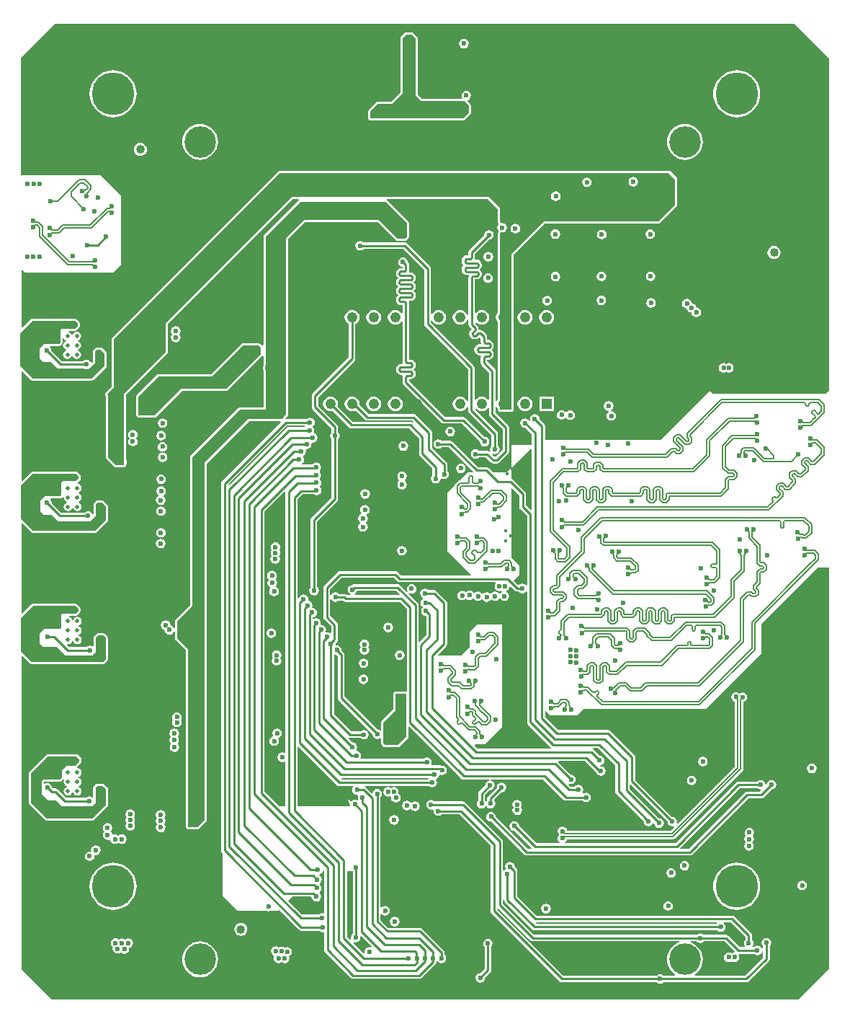
<source format=gbl>
G04*
G04 #@! TF.GenerationSoftware,Altium Limited,Altium Designer,20.0.2 (26)*
G04*
G04 Layer_Physical_Order=4*
G04 Layer_Color=16711680*
%FSLAX44Y44*%
%MOMM*%
G71*
G01*
G75*
%ADD14C,0.1524*%
%ADD19C,0.2540*%
%ADD25C,1.0160*%
%ADD77C,1.2192*%
%ADD131R,1.2192X1.2192*%
%ADD140C,0.1727*%
%ADD142C,0.4000*%
%ADD143C,3.7000*%
%ADD144C,0.6000*%
%ADD145C,0.5000*%
%ADD146C,5.0000*%
%ADD147C,1.2700*%
G36*
X-199390Y-186182D02*
X-191770Y-193802D01*
Y-223774D01*
X-211328Y-243332D01*
X-345948D01*
X-384048Y-281432D01*
Y-464058D01*
X-397510D01*
Y-257187D01*
X-396240Y-256144D01*
X-395224Y-256346D01*
X-393062Y-255917D01*
X-391230Y-254692D01*
X-390005Y-252860D01*
X-389576Y-250698D01*
X-390005Y-248536D01*
X-391230Y-246704D01*
X-393062Y-245479D01*
X-395224Y-245049D01*
X-396240Y-245252D01*
X-397510Y-244209D01*
Y-228092D01*
X-410972Y-214630D01*
X-642620D01*
X-790448Y-362458D01*
Y-396494D01*
X-839978Y-446024D01*
Y-529082D01*
X-849630D01*
X-858520Y-520192D01*
Y-447040D01*
X-859536Y-446024D01*
X-851408Y-437896D01*
Y-381254D01*
X-656336Y-186182D01*
X-199390Y-186182D01*
D02*
G37*
G36*
X-507492Y-245364D02*
Y-261366D01*
X-509524Y-263398D01*
X-517906D01*
X-540004Y-241300D01*
X-627634Y-241300D01*
X-648970Y-262636D01*
X-648970Y-469646D01*
X-652272Y-472948D01*
X-654558Y-475234D01*
X-654812Y-475488D01*
X-672592D01*
X-672846Y-475234D01*
X-693928D01*
X-744982Y-526288D01*
Y-945896D01*
X-753364Y-954278D01*
X-763778D01*
X-764794Y-953262D01*
Y-745490D01*
X-777240Y-733044D01*
Y-712724D01*
X-759714Y-695198D01*
Y-520446D01*
X-703580Y-464312D01*
X-673354D01*
Y-261112D01*
X-632714Y-220472D01*
X-532384D01*
X-507492Y-245364D01*
D02*
G37*
G36*
X-11176Y-52070D02*
Y-441960D01*
X-15240Y-446024D01*
X-147066D01*
X-151130Y-441960D01*
X-208788Y-499618D01*
X-344857D01*
Y-483362D01*
X-345153Y-481875D01*
X-345995Y-480615D01*
X-351247Y-475363D01*
X-351222Y-475234D01*
X-351651Y-473072D01*
X-352876Y-471240D01*
X-354708Y-470015D01*
X-356870Y-469585D01*
X-359032Y-470015D01*
X-360864Y-471240D01*
X-362089Y-473072D01*
X-362519Y-475234D01*
X-362173Y-476973D01*
X-363369Y-477468D01*
X-364306Y-476066D01*
X-366138Y-474841D01*
X-368300Y-474412D01*
X-370462Y-474841D01*
X-372294Y-476066D01*
X-373519Y-477898D01*
X-373949Y-480060D01*
X-373519Y-482222D01*
X-372294Y-484054D01*
X-370462Y-485279D01*
X-368300Y-485709D01*
X-368171Y-485683D01*
X-360501Y-493353D01*
Y-505968D01*
X-384556D01*
Y-532892D01*
X-389890Y-538226D01*
X-405732D01*
X-411019Y-532939D01*
X-412279Y-532097D01*
X-413766Y-531801D01*
X-423587D01*
X-453437Y-501951D01*
X-454697Y-501109D01*
X-456184Y-500813D01*
X-466341D01*
X-466414Y-500704D01*
X-468246Y-499479D01*
X-470408Y-499049D01*
X-472570Y-499479D01*
X-474402Y-500704D01*
X-475627Y-502536D01*
X-476057Y-504698D01*
X-475627Y-506860D01*
X-474402Y-508692D01*
X-472570Y-509917D01*
X-470408Y-510346D01*
X-468246Y-509917D01*
X-466414Y-508692D01*
X-466341Y-508583D01*
X-457793D01*
X-429323Y-537053D01*
X-429809Y-538226D01*
X-436118D01*
X-445370Y-547478D01*
X-445471Y-547498D01*
X-446563Y-548228D01*
X-450183Y-551847D01*
X-450912Y-552940D01*
X-450933Y-553041D01*
X-459740Y-561848D01*
Y-629920D01*
X-431778Y-657882D01*
X-432264Y-659055D01*
X-513757D01*
X-517699Y-655113D01*
X-518959Y-654271D01*
X-520446Y-653975D01*
X-585978D01*
X-587465Y-654271D01*
X-588725Y-655113D01*
X-604219Y-670607D01*
X-605061Y-671867D01*
X-605357Y-673354D01*
Y-707898D01*
X-605061Y-709385D01*
X-604219Y-710645D01*
X-596213Y-718651D01*
Y-726293D01*
X-597483Y-726929D01*
X-598802Y-726047D01*
X-600964Y-725618D01*
X-601544Y-725733D01*
X-601825Y-725550D01*
X-602521Y-724632D01*
X-602174Y-722884D01*
X-602603Y-720722D01*
X-603828Y-718890D01*
X-605660Y-717665D01*
X-607822Y-717235D01*
X-608481Y-716072D01*
X-608270Y-715010D01*
X-608699Y-712848D01*
X-609924Y-711016D01*
X-611756Y-709791D01*
X-613918Y-709361D01*
X-616080Y-709791D01*
X-616533Y-710095D01*
X-617653Y-709496D01*
Y-708046D01*
X-616328Y-707783D01*
X-614496Y-706558D01*
X-613271Y-704726D01*
X-612841Y-702564D01*
X-613271Y-700402D01*
X-614496Y-698570D01*
X-616328Y-697345D01*
X-617581Y-697096D01*
X-618487Y-696431D01*
X-618482Y-695721D01*
X-618176Y-694182D01*
X-618605Y-692020D01*
X-619830Y-690188D01*
X-621662Y-688963D01*
X-623361Y-688625D01*
X-623002Y-686816D01*
X-623431Y-684654D01*
X-624656Y-682822D01*
X-626488Y-681597D01*
X-628650Y-681168D01*
X-630812Y-681597D01*
X-632644Y-682822D01*
X-633869Y-684654D01*
X-634130Y-685971D01*
X-634417Y-686139D01*
X-635687Y-685412D01*
Y-569299D01*
X-629989Y-563601D01*
X-616577D01*
X-615572Y-564273D01*
X-613410Y-564702D01*
X-611248Y-564273D01*
X-609416Y-563048D01*
X-608191Y-561216D01*
X-607761Y-559054D01*
X-608191Y-556892D01*
X-609416Y-555060D01*
Y-554158D01*
X-608191Y-552326D01*
X-607761Y-550164D01*
X-608191Y-548002D01*
X-609416Y-546170D01*
X-609302Y-544718D01*
X-608445Y-543436D01*
X-608016Y-541274D01*
X-608445Y-539112D01*
X-609498Y-537537D01*
X-609600Y-536702D01*
X-609498Y-535867D01*
X-608445Y-534292D01*
X-608016Y-532130D01*
X-608445Y-529968D01*
X-609670Y-528136D01*
X-611502Y-526911D01*
X-613664Y-526482D01*
X-615826Y-526911D01*
X-617658Y-528136D01*
X-618174Y-528907D01*
X-630334D01*
X-630719Y-527637D01*
X-629736Y-526980D01*
X-628511Y-525148D01*
X-628082Y-522986D01*
X-628511Y-520824D01*
X-629178Y-519827D01*
X-629277Y-518617D01*
X-628823Y-518246D01*
X-627450Y-517328D01*
X-626225Y-515496D01*
X-625796Y-513334D01*
X-626122Y-511691D01*
X-625212Y-510577D01*
X-625094Y-510601D01*
X-622932Y-510171D01*
X-621100Y-508946D01*
X-619875Y-507114D01*
X-619445Y-504952D01*
X-619656Y-503892D01*
X-618576Y-502812D01*
X-617728Y-502980D01*
X-615566Y-502551D01*
X-613734Y-501326D01*
X-612509Y-499494D01*
X-612080Y-497332D01*
X-612509Y-495170D01*
X-613734Y-493338D01*
X-615566Y-492113D01*
X-616225Y-491982D01*
X-616711Y-490809D01*
X-616573Y-490604D01*
X-616143Y-488442D01*
X-616573Y-486280D01*
X-617798Y-484448D01*
Y-483801D01*
X-617036Y-483292D01*
X-615811Y-481460D01*
X-615382Y-479298D01*
X-615811Y-477136D01*
X-617036Y-475304D01*
X-618868Y-474079D01*
X-621030Y-473649D01*
X-623192Y-474079D01*
X-625024Y-475304D01*
X-625097Y-475413D01*
X-649279D01*
X-649853Y-474201D01*
X-649854Y-474193D01*
X-647139Y-471477D01*
X-646577Y-470637D01*
X-646380Y-469646D01*
X-646380Y-263709D01*
X-626561Y-243890D01*
X-541077Y-243890D01*
X-519737Y-265229D01*
X-518897Y-265791D01*
X-517906Y-265988D01*
X-509524D01*
X-508533Y-265791D01*
X-507693Y-265229D01*
X-505661Y-263197D01*
X-505099Y-262357D01*
X-504902Y-261366D01*
Y-245364D01*
X-505099Y-244373D01*
X-505661Y-243533D01*
X-530553Y-218641D01*
X-530779Y-218490D01*
X-530393Y-217220D01*
X-412045D01*
X-400100Y-229165D01*
Y-244209D01*
X-400075Y-244335D01*
X-400087Y-244463D01*
X-399977Y-244827D01*
X-399903Y-245200D01*
X-399831Y-245307D01*
X-399794Y-245430D01*
X-399725Y-245515D01*
X-399218Y-246704D01*
X-400443Y-248536D01*
X-400872Y-250698D01*
X-400443Y-252860D01*
X-399218Y-254692D01*
X-399725Y-255881D01*
X-399794Y-255966D01*
X-399831Y-256089D01*
X-399903Y-256196D01*
X-399977Y-256569D01*
X-400087Y-256933D01*
X-400075Y-257061D01*
X-400100Y-257187D01*
Y-350024D01*
X-401343Y-351645D01*
X-402214Y-353745D01*
X-402510Y-356000D01*
X-402214Y-358255D01*
X-401343Y-360355D01*
X-400100Y-361976D01*
Y-451624D01*
X-401343Y-453245D01*
X-401753Y-454234D01*
X-403023Y-453982D01*
Y-419100D01*
X-403319Y-417613D01*
X-404161Y-416353D01*
X-412675Y-407839D01*
Y-405459D01*
X-410464D01*
X-408977Y-405163D01*
X-407717Y-404321D01*
X-406193Y-402797D01*
X-405351Y-401537D01*
X-405055Y-400050D01*
Y-398018D01*
X-405351Y-396531D01*
X-406193Y-395271D01*
X-407510Y-393954D01*
X-406193Y-392637D01*
X-405351Y-391377D01*
X-405055Y-389890D01*
Y-387858D01*
X-405351Y-386371D01*
X-406193Y-385111D01*
X-407717Y-383587D01*
X-408977Y-382745D01*
X-410464Y-382449D01*
X-412675D01*
Y-378714D01*
X-412971Y-377227D01*
X-413813Y-375967D01*
X-415719Y-374062D01*
X-415719Y-374062D01*
X-418233Y-371547D01*
X-419493Y-370705D01*
X-420980Y-370409D01*
X-422843D01*
X-422843Y-368546D01*
X-423139Y-367060D01*
X-423981Y-365800D01*
X-426495Y-363285D01*
X-426495Y-363285D01*
X-426689Y-363091D01*
X-426603Y-362625D01*
X-425788Y-362320D01*
X-425241Y-362250D01*
X-423555Y-363544D01*
X-421455Y-364414D01*
X-419200Y-364711D01*
X-416945Y-364414D01*
X-414845Y-363544D01*
X-413041Y-362159D01*
X-411656Y-360355D01*
X-410786Y-358255D01*
X-410490Y-356000D01*
X-410786Y-353745D01*
X-411656Y-351645D01*
X-413041Y-349841D01*
X-414845Y-348456D01*
X-416945Y-347586D01*
X-419200Y-347290D01*
X-421455Y-347586D01*
X-423555Y-348456D01*
X-425359Y-349841D01*
X-425883Y-350524D01*
X-427153Y-350093D01*
Y-314452D01*
Y-311225D01*
X-424688D01*
X-423201Y-310929D01*
X-421941Y-310087D01*
X-420417Y-308563D01*
X-419575Y-307303D01*
X-419279Y-305816D01*
Y-303784D01*
X-419575Y-302297D01*
X-420417Y-301037D01*
X-421734Y-299720D01*
X-420417Y-298403D01*
X-419575Y-297143D01*
X-419279Y-295656D01*
Y-293624D01*
X-419575Y-292137D01*
X-420417Y-290877D01*
X-421941Y-289353D01*
X-423201Y-288511D01*
X-424688Y-288215D01*
X-426766D01*
X-427476Y-287173D01*
X-427442Y-286945D01*
X-427153Y-285496D01*
Y-281009D01*
X-410847Y-264703D01*
X-410718Y-264729D01*
X-408556Y-264299D01*
X-406724Y-263074D01*
X-405499Y-261242D01*
X-405070Y-259080D01*
X-405499Y-256918D01*
X-406724Y-255086D01*
X-408556Y-253861D01*
X-410718Y-253431D01*
X-412880Y-253861D01*
X-414712Y-255086D01*
X-415937Y-256918D01*
X-416367Y-259080D01*
X-416341Y-259209D01*
X-433785Y-276653D01*
X-434627Y-277913D01*
X-434923Y-279400D01*
Y-283135D01*
X-437388D01*
X-438875Y-283431D01*
X-440135Y-284273D01*
X-441659Y-285797D01*
X-442501Y-287057D01*
X-442797Y-288544D01*
Y-290576D01*
X-442501Y-292063D01*
X-441659Y-293323D01*
X-440342Y-294640D01*
X-441659Y-295957D01*
X-442501Y-297217D01*
X-442797Y-298704D01*
Y-300736D01*
X-442501Y-302223D01*
X-441659Y-303483D01*
X-440135Y-305007D01*
X-438875Y-305849D01*
X-437388Y-306145D01*
X-435310D01*
X-434600Y-307187D01*
X-434634Y-307415D01*
X-434923Y-308864D01*
Y-314452D01*
Y-353614D01*
X-436186Y-353745D01*
X-437057Y-351645D01*
X-438441Y-349841D01*
X-440245Y-348456D01*
X-442346Y-347586D01*
X-444600Y-347290D01*
X-446855Y-347586D01*
X-448955Y-348456D01*
X-450759Y-349841D01*
X-452144Y-351645D01*
X-453014Y-353745D01*
X-453311Y-356000D01*
X-453014Y-358255D01*
X-452144Y-360355D01*
X-450759Y-362159D01*
X-448955Y-363544D01*
X-446855Y-364414D01*
X-444600Y-364711D01*
X-442346Y-364414D01*
X-440245Y-363544D01*
X-438441Y-362159D01*
X-437057Y-360355D01*
X-436186Y-358255D01*
X-434923Y-358386D01*
Y-364236D01*
X-434627Y-365723D01*
X-433785Y-366983D01*
X-431989Y-368779D01*
X-431147Y-369628D01*
X-432707Y-371188D01*
X-433549Y-372448D01*
X-433845Y-373935D01*
Y-376090D01*
X-433549Y-377576D01*
X-432707Y-378837D01*
X-431270Y-380274D01*
X-430010Y-381116D01*
X-428523Y-381411D01*
X-426368D01*
X-424882Y-381116D01*
X-423621Y-380274D01*
X-422693Y-379345D01*
X-421510D01*
X-421160Y-379608D01*
X-420445Y-380323D01*
Y-384810D01*
X-420156Y-386259D01*
X-420122Y-386487D01*
X-420832Y-387529D01*
X-422656D01*
X-424143Y-387825D01*
X-425403Y-388667D01*
X-426927Y-390191D01*
X-427769Y-391451D01*
X-428065Y-392938D01*
Y-394970D01*
X-427769Y-396457D01*
X-426927Y-397717D01*
X-425403Y-399241D01*
X-424143Y-400083D01*
X-422656Y-400379D01*
X-420832D01*
X-420122Y-401421D01*
X-420156Y-401649D01*
X-420445Y-403098D01*
Y-409448D01*
X-420149Y-410935D01*
X-419307Y-412195D01*
X-410793Y-420709D01*
Y-452284D01*
X-412063Y-452715D01*
X-413041Y-451441D01*
X-414845Y-450056D01*
X-416945Y-449186D01*
X-419200Y-448890D01*
X-421455Y-449186D01*
X-423555Y-450056D01*
X-425359Y-451441D01*
X-426391Y-452786D01*
X-427661Y-452355D01*
Y-415036D01*
X-427957Y-413549D01*
X-428799Y-412289D01*
X-478969Y-362119D01*
Y-360232D01*
X-477699Y-359979D01*
X-477543Y-360355D01*
X-476159Y-362159D01*
X-474355Y-363544D01*
X-472254Y-364414D01*
X-470000Y-364711D01*
X-467746Y-364414D01*
X-465645Y-363544D01*
X-463841Y-362159D01*
X-462457Y-360355D01*
X-461586Y-358255D01*
X-461289Y-356000D01*
X-461586Y-353745D01*
X-462457Y-351645D01*
X-463841Y-349841D01*
X-465645Y-348456D01*
X-467746Y-347586D01*
X-470000Y-347290D01*
X-472254Y-347586D01*
X-474355Y-348456D01*
X-476159Y-349841D01*
X-477543Y-351645D01*
X-477699Y-352021D01*
X-478969Y-351768D01*
Y-298958D01*
X-479265Y-297471D01*
X-480107Y-296211D01*
X-507285Y-269033D01*
X-508545Y-268191D01*
X-510032Y-267895D01*
X-558035D01*
X-558108Y-267786D01*
X-559940Y-266561D01*
X-562102Y-266131D01*
X-564264Y-266561D01*
X-566096Y-267786D01*
X-567321Y-269618D01*
X-567751Y-271780D01*
X-567321Y-273942D01*
X-566096Y-275774D01*
X-564264Y-276999D01*
X-562102Y-277428D01*
X-559940Y-276999D01*
X-558108Y-275774D01*
X-558035Y-275665D01*
X-511641D01*
X-486739Y-300567D01*
Y-363728D01*
X-486443Y-365215D01*
X-485601Y-366475D01*
X-435431Y-416645D01*
Y-453851D01*
X-436701Y-454104D01*
X-437057Y-453245D01*
X-438441Y-451441D01*
X-440245Y-450056D01*
X-442346Y-449186D01*
X-444600Y-448890D01*
X-446855Y-449186D01*
X-448955Y-450056D01*
X-450759Y-451441D01*
X-452144Y-453245D01*
X-453014Y-455345D01*
X-453311Y-457600D01*
X-453014Y-459855D01*
X-452144Y-461955D01*
X-450759Y-463759D01*
X-448955Y-465144D01*
X-446855Y-466014D01*
X-444600Y-466311D01*
X-442346Y-466014D01*
X-440245Y-465144D01*
X-438441Y-463759D01*
X-437057Y-461955D01*
X-436701Y-461096D01*
X-435431Y-461349D01*
Y-465074D01*
X-435135Y-466561D01*
X-434293Y-467821D01*
X-407745Y-494369D01*
Y-506854D01*
X-407854Y-506927D01*
X-409079Y-508759D01*
X-409509Y-510921D01*
X-409095Y-513002D01*
X-409150Y-513079D01*
X-410257Y-513635D01*
X-411517Y-512793D01*
X-413004Y-512497D01*
X-422399D01*
X-422472Y-512388D01*
X-424304Y-511163D01*
X-426466Y-510733D01*
X-428628Y-511163D01*
X-430460Y-512388D01*
X-431685Y-514220D01*
X-432114Y-516382D01*
X-431685Y-518544D01*
X-430460Y-520376D01*
X-428628Y-521601D01*
X-426466Y-522030D01*
X-424304Y-521601D01*
X-422472Y-520376D01*
X-422399Y-520267D01*
X-414613D01*
X-408639Y-526241D01*
X-407379Y-527083D01*
X-405892Y-527379D01*
X-401066D01*
X-399579Y-527083D01*
X-398319Y-526241D01*
X-388159Y-516081D01*
X-387317Y-514821D01*
X-387021Y-513334D01*
Y-485140D01*
X-387317Y-483653D01*
X-388159Y-482393D01*
X-403023Y-467529D01*
Y-461218D01*
X-401753Y-460966D01*
X-401343Y-461955D01*
X-400100Y-463576D01*
Y-464058D01*
X-399903Y-465049D01*
X-399341Y-465889D01*
X-398501Y-466451D01*
X-397510Y-466648D01*
X-384048D01*
X-383057Y-466451D01*
X-382217Y-465889D01*
X-381655Y-465049D01*
X-381458Y-464058D01*
Y-282505D01*
X-344875Y-245922D01*
X-211328D01*
X-210337Y-245725D01*
X-209497Y-245163D01*
X-189939Y-225605D01*
X-189377Y-224765D01*
X-189180Y-223774D01*
Y-193802D01*
X-189377Y-192811D01*
X-189939Y-191971D01*
X-197559Y-184351D01*
X-198399Y-183789D01*
X-199390Y-183592D01*
X-656336Y-183592D01*
X-657327Y-183789D01*
X-658167Y-184351D01*
X-853239Y-379423D01*
X-853801Y-380263D01*
X-853998Y-381254D01*
Y-436823D01*
X-861367Y-444193D01*
X-861929Y-445033D01*
X-862126Y-446024D01*
X-861929Y-447015D01*
X-861367Y-447855D01*
X-861110Y-448113D01*
Y-520192D01*
X-860913Y-521183D01*
X-860351Y-522023D01*
X-851461Y-530913D01*
X-850621Y-531475D01*
X-849630Y-531672D01*
X-839978D01*
X-838987Y-531475D01*
X-838147Y-530913D01*
X-837585Y-530073D01*
X-837388Y-529082D01*
Y-528835D01*
X-836791Y-527942D01*
X-836361Y-525780D01*
X-836791Y-523618D01*
X-837388Y-522725D01*
Y-447097D01*
X-788617Y-398325D01*
X-788055Y-397485D01*
X-787858Y-396494D01*
Y-363531D01*
X-641547Y-217220D01*
X-634705D01*
X-634319Y-218490D01*
X-634545Y-218641D01*
X-675185Y-259281D01*
X-675747Y-260121D01*
X-675944Y-261112D01*
Y-388467D01*
X-677214Y-388972D01*
X-679397Y-386789D01*
X-680237Y-386227D01*
X-681228Y-386030D01*
X-700278D01*
X-701269Y-386227D01*
X-702109Y-386789D01*
X-737673Y-422352D01*
X-799084D01*
X-800075Y-422549D01*
X-800915Y-423111D01*
X-824791Y-446987D01*
X-825353Y-447827D01*
X-825550Y-448818D01*
Y-470154D01*
X-825353Y-471145D01*
X-824791Y-471985D01*
X-824029Y-472747D01*
X-823189Y-473309D01*
X-822198Y-473506D01*
X-803656D01*
X-802665Y-473309D01*
X-801825Y-472747D01*
X-771595Y-442518D01*
X-719328D01*
X-718337Y-442321D01*
X-717497Y-441759D01*
X-677214Y-401476D01*
X-675944Y-401981D01*
Y-412615D01*
X-676287Y-413128D01*
X-676717Y-415290D01*
X-676287Y-417452D01*
X-675944Y-417965D01*
Y-461722D01*
X-703580D01*
X-704571Y-461919D01*
X-705411Y-462481D01*
X-761545Y-518615D01*
X-762107Y-519455D01*
X-762304Y-520446D01*
Y-694125D01*
X-779071Y-710893D01*
X-779633Y-711733D01*
X-779830Y-712724D01*
Y-720928D01*
X-781100Y-721053D01*
X-781165Y-720722D01*
X-782390Y-718890D01*
X-784222Y-717665D01*
X-785092Y-717492D01*
X-785053Y-717296D01*
X-785483Y-715134D01*
X-786708Y-713302D01*
X-788540Y-712077D01*
X-790702Y-711647D01*
X-792864Y-712077D01*
X-794696Y-713302D01*
X-795921Y-715134D01*
X-796350Y-717296D01*
X-795921Y-719458D01*
X-794696Y-721290D01*
X-792864Y-722515D01*
X-791993Y-722688D01*
X-792032Y-722884D01*
X-791603Y-725046D01*
X-790378Y-726878D01*
X-788546Y-728103D01*
X-786384Y-728532D01*
X-784222Y-728103D01*
X-782390Y-726878D01*
X-781165Y-725046D01*
X-781100Y-724715D01*
X-779830Y-724840D01*
Y-733044D01*
X-779633Y-734035D01*
X-779071Y-734875D01*
X-767384Y-746563D01*
Y-953262D01*
X-767187Y-954253D01*
X-766625Y-955093D01*
X-765609Y-956109D01*
X-764769Y-956671D01*
X-763778Y-956868D01*
X-753364D01*
X-752373Y-956671D01*
X-751533Y-956109D01*
X-743151Y-947727D01*
X-742589Y-946887D01*
X-742392Y-945896D01*
Y-527361D01*
X-692855Y-477824D01*
X-673668D01*
X-673583Y-477881D01*
X-672592Y-478078D01*
X-655801D01*
X-655275Y-479348D01*
X-724361Y-548433D01*
X-725203Y-549693D01*
X-725499Y-551180D01*
X-725499Y-981710D01*
X-725203Y-983197D01*
X-724361Y-984457D01*
X-723900Y-984918D01*
Y-1035050D01*
X-706120Y-1052830D01*
X-672556D01*
X-672214Y-1053058D01*
X-670052Y-1053488D01*
X-667890Y-1053058D01*
X-667548Y-1052830D01*
X-658622D01*
X-657305Y-1051513D01*
X-633937Y-1074881D01*
X-632677Y-1075723D01*
X-631190Y-1076019D01*
X-610365D01*
X-610292Y-1076128D01*
X-608460Y-1077353D01*
X-606298Y-1077783D01*
X-605370Y-1077598D01*
X-604389Y-1078404D01*
Y-1098502D01*
X-604093Y-1099989D01*
X-603251Y-1101249D01*
X-572977Y-1131523D01*
X-571717Y-1132365D01*
X-570230Y-1132661D01*
X-492506D01*
X-491019Y-1132365D01*
X-489759Y-1131523D01*
X-473503Y-1115267D01*
X-472661Y-1114007D01*
X-472366Y-1112524D01*
X-472256Y-1112450D01*
X-472059Y-1112156D01*
X-470789D01*
X-470592Y-1112450D01*
X-468760Y-1113675D01*
X-466598Y-1114105D01*
X-464436Y-1113675D01*
X-462604Y-1112450D01*
X-461379Y-1110618D01*
X-460950Y-1108456D01*
X-461379Y-1106294D01*
X-462604Y-1104462D01*
X-462919Y-1104251D01*
Y-1101646D01*
X-463215Y-1100159D01*
X-464057Y-1098899D01*
X-488997Y-1073959D01*
X-490257Y-1073117D01*
X-491744Y-1072821D01*
X-528743D01*
X-538151Y-1063413D01*
Y-1056963D01*
X-536886Y-1056570D01*
X-535054Y-1057795D01*
X-532892Y-1058224D01*
X-530730Y-1057795D01*
X-528898Y-1056570D01*
X-527673Y-1054738D01*
X-527243Y-1052576D01*
X-527673Y-1050414D01*
X-528898Y-1048582D01*
X-530730Y-1047357D01*
X-532892Y-1046927D01*
X-535054Y-1047357D01*
X-536886Y-1048582D01*
X-538151Y-1048189D01*
Y-919229D01*
X-538042Y-919156D01*
X-536817Y-917324D01*
X-536387Y-915162D01*
X-536817Y-913000D01*
X-538042Y-911168D01*
X-539874Y-909943D01*
X-542036Y-909513D01*
X-544198Y-909943D01*
X-546030Y-911168D01*
X-547255Y-913000D01*
X-547476Y-914116D01*
X-548854Y-914534D01*
X-555291Y-908097D01*
X-556390Y-907363D01*
X-556386Y-906738D01*
X-556179Y-906093D01*
X-481587D01*
X-481514Y-906202D01*
X-479682Y-907427D01*
X-477520Y-907857D01*
X-475358Y-907427D01*
X-473526Y-906202D01*
X-472301Y-904370D01*
X-471871Y-902208D01*
X-472301Y-900046D01*
X-472822Y-899268D01*
X-472259Y-897824D01*
X-470732Y-896804D01*
X-469507Y-894972D01*
X-469243Y-893644D01*
X-468006Y-892953D01*
X-467912Y-892966D01*
X-465836Y-893379D01*
X-463674Y-892949D01*
X-461842Y-891724D01*
X-460617Y-889892D01*
X-460187Y-887730D01*
X-460617Y-885568D01*
X-461842Y-883736D01*
X-463674Y-882511D01*
X-465836Y-882082D01*
X-466288Y-882171D01*
X-466381Y-882109D01*
X-467868Y-881813D01*
X-477932D01*
X-478531Y-880693D01*
X-478397Y-880494D01*
X-477967Y-878332D01*
X-478397Y-876170D01*
X-479622Y-874338D01*
X-481454Y-873113D01*
X-483616Y-872683D01*
X-485778Y-873113D01*
X-487610Y-874338D01*
X-487683Y-874447D01*
X-561330D01*
X-561928Y-873327D01*
X-561455Y-872620D01*
X-561026Y-870458D01*
X-561455Y-868296D01*
X-562680Y-866464D01*
X-564512Y-865239D01*
X-565991Y-864945D01*
X-566622Y-863603D01*
X-566027Y-862714D01*
X-565597Y-860552D01*
X-566027Y-858390D01*
X-567252Y-856558D01*
X-569084Y-855333D01*
X-571246Y-854903D01*
X-571587Y-854971D01*
X-576325Y-850233D01*
X-575516Y-849246D01*
X-575273Y-849409D01*
X-573786Y-849705D01*
X-561851D01*
X-561778Y-849814D01*
X-559946Y-851039D01*
X-557784Y-851469D01*
X-555622Y-851039D01*
X-553790Y-849814D01*
X-552565Y-847982D01*
X-552136Y-845820D01*
X-552565Y-843658D01*
X-553790Y-841826D01*
X-555622Y-840601D01*
X-557784Y-840172D01*
X-559946Y-840601D01*
X-561778Y-841826D01*
X-561851Y-841935D01*
X-572177D01*
X-592761Y-821351D01*
Y-752381D01*
X-591491Y-751765D01*
X-589975Y-752067D01*
X-588339Y-753703D01*
Y-802640D01*
X-588043Y-804127D01*
X-587201Y-805387D01*
X-547405Y-845183D01*
X-547430Y-845312D01*
X-547001Y-847474D01*
X-545776Y-849306D01*
X-543944Y-850531D01*
X-541782Y-850960D01*
X-539620Y-850531D01*
X-538530Y-849802D01*
X-537260Y-850481D01*
Y-856488D01*
X-537063Y-857479D01*
X-536501Y-858319D01*
X-534723Y-860097D01*
X-533883Y-860659D01*
X-532892Y-860856D01*
X-517906D01*
X-516915Y-860659D01*
X-516075Y-860097D01*
X-506169Y-850191D01*
X-505607Y-849351D01*
X-505410Y-848360D01*
Y-836767D01*
X-504237Y-836281D01*
X-443183Y-897335D01*
X-441923Y-898177D01*
X-440436Y-898473D01*
X-410253D01*
X-410128Y-899743D01*
X-411610Y-900037D01*
X-413442Y-901262D01*
X-414667Y-903094D01*
X-415097Y-905256D01*
X-415071Y-905385D01*
X-422101Y-912415D01*
X-422943Y-913675D01*
X-423239Y-915162D01*
Y-922779D01*
X-423348Y-922852D01*
X-424573Y-924684D01*
X-425003Y-926846D01*
X-424573Y-929008D01*
X-423348Y-930840D01*
X-421516Y-932065D01*
X-419354Y-932495D01*
X-417192Y-932065D01*
X-415360Y-930840D01*
X-414782Y-929975D01*
X-413512D01*
X-412934Y-930840D01*
X-411102Y-932065D01*
X-408940Y-932495D01*
X-406778Y-932065D01*
X-404946Y-930840D01*
X-403721Y-929008D01*
X-403292Y-926846D01*
X-403721Y-924684D01*
X-404946Y-922852D01*
X-404408Y-921711D01*
X-396115Y-913419D01*
X-395986Y-913445D01*
X-393824Y-913015D01*
X-391992Y-911790D01*
X-390767Y-909958D01*
X-390337Y-907796D01*
X-390767Y-905634D01*
X-391992Y-903802D01*
X-393824Y-902577D01*
X-395986Y-902148D01*
X-398148Y-902577D01*
X-399980Y-903802D01*
X-401205Y-905634D01*
X-401634Y-907796D01*
X-401609Y-907925D01*
X-411687Y-918003D01*
X-412529Y-919263D01*
X-412825Y-920750D01*
Y-922779D01*
X-412934Y-922852D01*
X-413465Y-923646D01*
X-414700Y-923677D01*
X-415307Y-922931D01*
X-415360Y-922852D01*
X-415385Y-922835D01*
X-415469Y-922731D01*
Y-916771D01*
X-409577Y-910879D01*
X-409448Y-910904D01*
X-407286Y-910475D01*
X-405454Y-909250D01*
X-404229Y-907418D01*
X-403800Y-905256D01*
X-404229Y-903094D01*
X-405454Y-901262D01*
X-407286Y-900037D01*
X-408768Y-899743D01*
X-408643Y-898473D01*
X-346795D01*
X-323041Y-922227D01*
X-321781Y-923069D01*
X-320294Y-923365D01*
X-300739D01*
X-300666Y-923474D01*
X-298834Y-924699D01*
X-296672Y-925128D01*
X-294510Y-924699D01*
X-292678Y-923474D01*
X-291453Y-921642D01*
X-291024Y-919480D01*
X-291453Y-917318D01*
X-292678Y-915486D01*
X-294510Y-914261D01*
X-296672Y-913831D01*
X-298834Y-914261D01*
X-299849Y-914940D01*
X-300199Y-914821D01*
X-300712Y-913303D01*
X-300343Y-912752D01*
X-299914Y-910590D01*
X-300343Y-908428D01*
X-301568Y-906596D01*
X-303400Y-905371D01*
X-305562Y-904941D01*
X-307724Y-905371D01*
X-309556Y-906596D01*
X-309629Y-906705D01*
X-315129D01*
X-317123Y-904712D01*
X-316958Y-904358D01*
X-316374Y-903664D01*
X-314452Y-904046D01*
X-312290Y-903617D01*
X-310458Y-902392D01*
X-309233Y-900560D01*
X-308804Y-898398D01*
X-309233Y-896236D01*
X-310458Y-894404D01*
X-312290Y-893179D01*
X-314452Y-892749D01*
X-314581Y-892775D01*
X-329204Y-878153D01*
X-328678Y-876883D01*
X-298281D01*
X-284071Y-891092D01*
X-283140Y-892486D01*
X-281308Y-893711D01*
X-279146Y-894140D01*
X-276984Y-893711D01*
X-275152Y-892486D01*
X-273927Y-890654D01*
X-273498Y-888492D01*
X-273927Y-886330D01*
X-275152Y-884498D01*
X-276984Y-883273D01*
X-279146Y-882843D01*
X-279951Y-883004D01*
X-280053Y-882867D01*
X-279512Y-881464D01*
X-278508Y-881265D01*
X-276676Y-880040D01*
X-275451Y-878208D01*
X-275021Y-876046D01*
X-275451Y-873884D01*
X-276676Y-872052D01*
X-278508Y-870827D01*
X-280670Y-870397D01*
X-280799Y-870423D01*
X-287829Y-863393D01*
X-288548Y-862913D01*
X-288163Y-861643D01*
X-282533D01*
X-262457Y-881719D01*
Y-912368D01*
X-262161Y-913855D01*
X-261319Y-915115D01*
X-228889Y-947545D01*
X-228915Y-947674D01*
X-228485Y-949836D01*
X-227260Y-951668D01*
X-225428Y-952893D01*
X-223266Y-953323D01*
X-221104Y-952893D01*
X-219272Y-951668D01*
X-218407Y-950374D01*
X-216989Y-950025D01*
X-216797Y-950060D01*
X-216334Y-950381D01*
X-216039Y-951868D01*
X-214814Y-953700D01*
X-212982Y-954925D01*
X-210820Y-955355D01*
X-208658Y-954925D01*
X-206826Y-953700D01*
X-205601Y-951868D01*
X-205172Y-949706D01*
X-205601Y-947544D01*
X-206826Y-945712D01*
X-208658Y-944487D01*
X-210820Y-944057D01*
X-210949Y-944083D01*
X-245289Y-909743D01*
Y-905118D01*
X-244116Y-904632D01*
X-200949Y-947799D01*
X-200975Y-947928D01*
X-200545Y-950090D01*
X-199320Y-951922D01*
X-197488Y-953147D01*
X-195326Y-953577D01*
X-193656Y-953244D01*
X-193030Y-954415D01*
X-197043Y-958428D01*
X-318895D01*
X-319139Y-957196D01*
X-320364Y-955364D01*
X-322196Y-954139D01*
X-324358Y-953709D01*
X-326520Y-954139D01*
X-328352Y-955364D01*
X-329577Y-957196D01*
X-330006Y-959358D01*
X-329577Y-961520D01*
X-328366Y-963331D01*
X-328606Y-963492D01*
X-329831Y-965324D01*
X-330261Y-967486D01*
X-329831Y-969648D01*
X-328606Y-971480D01*
X-327473Y-972237D01*
X-327858Y-973507D01*
X-355007D01*
X-375250Y-953264D01*
X-375224Y-953135D01*
X-375654Y-950973D01*
X-376879Y-949141D01*
X-378711Y-947916D01*
X-380873Y-947486D01*
X-383035Y-947916D01*
X-384867Y-949141D01*
X-386092Y-950973D01*
X-386521Y-953135D01*
X-386092Y-955297D01*
X-384867Y-957129D01*
X-383035Y-958354D01*
X-380873Y-958783D01*
X-380744Y-958758D01*
X-360564Y-978938D01*
X-361050Y-980111D01*
X-364913D01*
X-402809Y-942215D01*
X-402784Y-942086D01*
X-403213Y-939924D01*
X-404438Y-938092D01*
X-406270Y-936867D01*
X-408432Y-936438D01*
X-410594Y-936867D01*
X-412426Y-938092D01*
X-413651Y-939924D01*
X-414081Y-942086D01*
X-413651Y-944248D01*
X-412426Y-946080D01*
X-410594Y-947305D01*
X-408432Y-947735D01*
X-408303Y-947709D01*
X-369269Y-986743D01*
X-368009Y-987585D01*
X-366522Y-987881D01*
X-174498D01*
X-173011Y-987585D01*
X-171751Y-986743D01*
X-105579Y-920571D01*
X-90678D01*
X-89191Y-920275D01*
X-87931Y-919433D01*
X-78869Y-910371D01*
X-78740Y-910396D01*
X-76578Y-909967D01*
X-74746Y-908742D01*
X-73521Y-906910D01*
X-73092Y-904748D01*
X-73521Y-902586D01*
X-74746Y-900754D01*
X-76578Y-899529D01*
X-78740Y-899100D01*
X-80902Y-899529D01*
X-82734Y-900754D01*
X-83959Y-902586D01*
X-84316Y-904381D01*
X-85519D01*
X-85619Y-904337D01*
X-85967Y-902586D01*
X-87192Y-900754D01*
X-89024Y-899529D01*
X-91186Y-899100D01*
X-93348Y-899529D01*
X-95180Y-900754D01*
X-95253Y-900863D01*
X-117348D01*
X-118835Y-901159D01*
X-120095Y-902001D01*
X-191601Y-973507D01*
X-321366D01*
X-321751Y-972237D01*
X-320618Y-971480D01*
X-319393Y-969648D01*
X-319189Y-968620D01*
X-194259D01*
X-192931Y-968355D01*
X-191805Y-967603D01*
X-132928Y-908726D01*
X-132928Y-908726D01*
X-112695Y-888493D01*
X-111943Y-887367D01*
X-111679Y-886039D01*
Y-807308D01*
X-110614Y-807097D01*
X-108782Y-805872D01*
X-107557Y-804040D01*
X-107128Y-801878D01*
X-107557Y-799716D01*
X-108782Y-797884D01*
X-110614Y-796659D01*
X-112776Y-796229D01*
X-114938Y-796659D01*
X-116398Y-797635D01*
X-116402Y-797630D01*
X-118234Y-796405D01*
X-120396Y-795975D01*
X-122558Y-796405D01*
X-124390Y-797630D01*
X-125615Y-799462D01*
X-126045Y-801624D01*
X-125615Y-803786D01*
X-124390Y-805618D01*
X-122558Y-806843D01*
X-121870Y-806979D01*
Y-883255D01*
X-188839Y-950224D01*
X-190010Y-949598D01*
X-189678Y-947928D01*
X-190107Y-945766D01*
X-191332Y-943934D01*
X-193164Y-942709D01*
X-195326Y-942280D01*
X-195455Y-942305D01*
X-238685Y-899075D01*
Y-872236D01*
X-238981Y-870749D01*
X-239823Y-869489D01*
X-267763Y-841549D01*
X-269023Y-840707D01*
X-270510Y-840411D01*
X-329607D01*
X-344857Y-825161D01*
Y-818481D01*
X-343587Y-817955D01*
X-338328Y-823214D01*
X-306832D01*
X-299466Y-815848D01*
X-155956D01*
X-90170Y-750062D01*
Y-715772D01*
X-24130Y-649732D01*
X-10922D01*
Y-1120140D01*
X-47752Y-1156970D01*
X-924814D01*
X-960374Y-1121410D01*
Y-753606D01*
X-959201Y-753120D01*
X-950013Y-762307D01*
X-949173Y-762869D01*
X-948182Y-763066D01*
X-923344Y-763066D01*
X-923290Y-763076D01*
X-923236Y-763066D01*
X-921394D01*
X-921394Y-763066D01*
X-864616D01*
X-863625Y-762869D01*
X-862785Y-762307D01*
X-859483Y-759005D01*
X-858921Y-758165D01*
X-858724Y-757174D01*
Y-732028D01*
X-858921Y-731037D01*
X-859483Y-730197D01*
X-862277Y-727403D01*
X-863117Y-726841D01*
X-864108Y-726644D01*
X-870458D01*
X-871449Y-726841D01*
X-872289Y-727403D01*
X-874829Y-729943D01*
X-875391Y-730783D01*
X-875588Y-731774D01*
Y-741676D01*
X-876858Y-742354D01*
X-877694Y-741795D01*
X-879856Y-741366D01*
X-882018Y-741795D01*
X-883850Y-743020D01*
X-883923Y-743129D01*
X-904409D01*
X-906697Y-740842D01*
X-906071Y-739671D01*
X-905500Y-739785D01*
X-903533Y-739393D01*
X-901866Y-738280D01*
X-900752Y-736612D01*
X-900647Y-736085D01*
X-899353D01*
X-899248Y-736612D01*
X-898134Y-738280D01*
X-896467Y-739393D01*
X-894500Y-739785D01*
X-892533Y-739393D01*
X-890866Y-738280D01*
X-889752Y-736612D01*
X-889361Y-734646D01*
X-889752Y-732680D01*
X-890866Y-731012D01*
X-892533Y-729898D01*
X-893061Y-729793D01*
Y-728499D01*
X-892533Y-728393D01*
X-890866Y-727280D01*
X-889752Y-725612D01*
X-889361Y-723646D01*
X-889752Y-721680D01*
X-890866Y-720012D01*
X-892533Y-718898D01*
X-893061Y-718793D01*
Y-717498D01*
X-892533Y-717394D01*
X-890866Y-716280D01*
X-889752Y-714613D01*
X-889361Y-712646D01*
X-889752Y-710679D01*
X-890866Y-709012D01*
X-892533Y-707898D01*
X-894500Y-707507D01*
X-896467Y-707898D01*
X-898134Y-709012D01*
X-899248Y-710679D01*
X-899353Y-711207D01*
X-900647D01*
X-900752Y-710679D01*
X-901866Y-709012D01*
X-903533Y-707898D01*
X-904563Y-707694D01*
X-904437Y-706424D01*
X-896620D01*
X-895629Y-706227D01*
X-894789Y-705665D01*
X-891741Y-702617D01*
X-891179Y-701777D01*
X-890982Y-700786D01*
Y-697738D01*
X-891179Y-696747D01*
X-891741Y-695907D01*
X-894535Y-693113D01*
X-895375Y-692551D01*
X-896366Y-692354D01*
X-946912D01*
X-947903Y-692551D01*
X-948743Y-693113D01*
X-959201Y-703570D01*
X-960374Y-703084D01*
Y-597904D01*
X-959201Y-597418D01*
X-948235Y-608383D01*
X-947395Y-608945D01*
X-946404Y-609142D01*
X-930081D01*
X-929996Y-609199D01*
X-929005Y-609396D01*
X-874014D01*
X-873023Y-609199D01*
X-872183Y-608637D01*
X-859356Y-595810D01*
X-858794Y-594970D01*
X-858597Y-593979D01*
Y-577850D01*
X-858794Y-576859D01*
X-859356Y-576019D01*
X-863928Y-571447D01*
X-864768Y-570885D01*
X-865759Y-570688D01*
X-870585D01*
X-871576Y-570885D01*
X-872416Y-571447D01*
X-874702Y-573733D01*
X-875264Y-574573D01*
X-875461Y-575564D01*
Y-586014D01*
X-876639Y-586784D01*
X-876731Y-586773D01*
X-877894Y-585032D01*
X-879726Y-583807D01*
X-881888Y-583377D01*
X-884050Y-583807D01*
X-885882Y-585032D01*
X-885955Y-585141D01*
X-913299D01*
X-924525Y-573915D01*
X-924500Y-573786D01*
X-924929Y-571624D01*
X-925998Y-570026D01*
X-925593Y-568756D01*
X-915162D01*
X-914171Y-568559D01*
X-913331Y-567997D01*
X-911807Y-566473D01*
X-911715Y-566335D01*
X-910518Y-566831D01*
X-910639Y-567436D01*
X-910248Y-569403D01*
X-909134Y-571070D01*
X-907467Y-572184D01*
X-906939Y-572289D01*
Y-573583D01*
X-907467Y-573688D01*
X-909134Y-574802D01*
X-910248Y-576469D01*
X-910639Y-578436D01*
X-910248Y-580402D01*
X-909134Y-582070D01*
X-907467Y-583184D01*
X-905500Y-583575D01*
X-903533Y-583184D01*
X-901866Y-582070D01*
X-900752Y-580402D01*
X-900647Y-579875D01*
X-899353D01*
X-899248Y-580402D01*
X-898134Y-582070D01*
X-896467Y-583184D01*
X-894500Y-583575D01*
X-892533Y-583184D01*
X-890866Y-582070D01*
X-889752Y-580402D01*
X-889361Y-578436D01*
X-889752Y-576469D01*
X-890866Y-574802D01*
X-892533Y-573688D01*
X-893061Y-573583D01*
Y-572289D01*
X-892533Y-572184D01*
X-890866Y-571070D01*
X-889752Y-569403D01*
X-889361Y-567436D01*
X-889752Y-565470D01*
X-890866Y-563802D01*
X-892533Y-562688D01*
X-893061Y-562584D01*
Y-561289D01*
X-892533Y-561184D01*
X-890866Y-560070D01*
X-889752Y-558402D01*
X-889361Y-556436D01*
X-889752Y-554469D01*
X-890866Y-552802D01*
X-892533Y-551688D01*
X-894011Y-551395D01*
X-894303Y-550738D01*
X-894398Y-550081D01*
X-891487Y-547169D01*
X-890925Y-546329D01*
X-890728Y-545338D01*
Y-542290D01*
X-890925Y-541299D01*
X-891487Y-540459D01*
X-894281Y-537665D01*
X-895121Y-537103D01*
X-896112Y-536906D01*
X-946658D01*
X-947649Y-537103D01*
X-948489Y-537665D01*
X-959201Y-548376D01*
X-960374Y-547890D01*
Y-419596D01*
X-959201Y-419110D01*
X-948997Y-429313D01*
X-948157Y-429875D01*
X-947166Y-430072D01*
X-928932D01*
X-928878Y-430083D01*
X-928824Y-430072D01*
X-877570D01*
X-876579Y-429875D01*
X-875739Y-429313D01*
X-860499Y-414073D01*
X-859937Y-413233D01*
X-859740Y-412242D01*
Y-398526D01*
X-859937Y-397535D01*
X-860499Y-396695D01*
X-865071Y-392123D01*
X-865911Y-391561D01*
X-866902Y-391364D01*
X-871728D01*
X-872719Y-391561D01*
X-873559Y-392123D01*
X-875845Y-394409D01*
X-876407Y-395249D01*
X-876604Y-396240D01*
Y-408486D01*
X-877292Y-409047D01*
X-878670Y-408731D01*
X-879672Y-407232D01*
X-881504Y-406007D01*
X-883666Y-405578D01*
X-885828Y-406007D01*
X-887660Y-407232D01*
X-887733Y-407341D01*
X-912537D01*
X-925033Y-394845D01*
X-925007Y-394716D01*
X-925437Y-392554D01*
X-926662Y-390722D01*
X-926692Y-390702D01*
X-926307Y-389432D01*
X-916178D01*
X-915187Y-389235D01*
X-914347Y-388673D01*
X-912823Y-387149D01*
X-912261Y-386309D01*
X-912064Y-385318D01*
Y-380484D01*
X-910794Y-380099D01*
X-909896Y-381444D01*
X-908229Y-382558D01*
X-907701Y-382663D01*
Y-383957D01*
X-908229Y-384062D01*
X-909896Y-385176D01*
X-911010Y-386843D01*
X-911401Y-388810D01*
X-911010Y-390776D01*
X-909896Y-392444D01*
X-908229Y-393558D01*
X-907701Y-393663D01*
Y-394957D01*
X-908229Y-395062D01*
X-909896Y-396176D01*
X-911010Y-397844D01*
X-911401Y-399810D01*
X-911010Y-401777D01*
X-909896Y-403444D01*
X-908229Y-404558D01*
X-906262Y-404949D01*
X-904296Y-404558D01*
X-902628Y-403444D01*
X-901514Y-401777D01*
X-901409Y-401249D01*
X-900115D01*
X-900010Y-401777D01*
X-898896Y-403444D01*
X-897228Y-404558D01*
X-895262Y-404949D01*
X-893296Y-404558D01*
X-891628Y-403444D01*
X-890514Y-401777D01*
X-890123Y-399810D01*
X-890514Y-397844D01*
X-891628Y-396176D01*
X-893296Y-395062D01*
X-893823Y-394957D01*
Y-393663D01*
X-893296Y-393558D01*
X-891628Y-392444D01*
X-890514Y-390776D01*
X-890123Y-388810D01*
X-890514Y-386843D01*
X-891628Y-385176D01*
X-893296Y-384062D01*
X-893823Y-383957D01*
Y-382663D01*
X-893296Y-382558D01*
X-891628Y-381444D01*
X-890514Y-379776D01*
X-890123Y-377810D01*
X-890514Y-375844D01*
X-891628Y-374176D01*
X-893296Y-373062D01*
X-895262Y-372671D01*
X-897228Y-373062D01*
X-898896Y-374176D01*
X-900010Y-375844D01*
X-900115Y-376371D01*
X-901409D01*
X-901514Y-375844D01*
X-902628Y-374176D01*
X-904296Y-373062D01*
X-905003Y-372922D01*
X-904878Y-371652D01*
X-897382D01*
X-896391Y-371455D01*
X-895551Y-370893D01*
X-892503Y-367845D01*
X-891941Y-367005D01*
X-891744Y-366014D01*
Y-362966D01*
X-891941Y-361975D01*
X-892503Y-361135D01*
X-895297Y-358341D01*
X-896137Y-357779D01*
X-897128Y-357582D01*
X-947674D01*
X-948665Y-357779D01*
X-949505Y-358341D01*
X-959201Y-368036D01*
X-960374Y-367550D01*
Y-300871D01*
X-959201Y-300385D01*
X-956310Y-303276D01*
X-852424D01*
X-843280Y-294132D01*
Y-212852D01*
X-866902Y-189230D01*
X-960628D01*
Y-52324D01*
X-961136Y-51816D01*
X-920750Y-11430D01*
X-51816D01*
X-11176Y-52070D01*
D02*
G37*
G36*
X-894334Y-362966D02*
Y-366014D01*
X-897382Y-369062D01*
X-913130D01*
X-914654Y-370586D01*
Y-385318D01*
X-916178Y-386842D01*
X-933958D01*
X-939292Y-392176D01*
Y-404368D01*
X-934974Y-408686D01*
X-925576D01*
X-917956Y-416306D01*
X-886035D01*
X-885828Y-416445D01*
X-883666Y-416875D01*
X-881504Y-416445D01*
X-881297Y-416306D01*
X-880364D01*
X-874014Y-409956D01*
Y-396240D01*
X-871728Y-393954D01*
X-866902D01*
X-862330Y-398526D01*
Y-412242D01*
X-877570Y-427482D01*
X-947166D01*
X-961644Y-413004D01*
Y-374142D01*
X-947674Y-360172D01*
X-897128D01*
X-894334Y-362966D01*
D02*
G37*
G36*
X-410793Y-462916D02*
Y-469138D01*
X-410497Y-470625D01*
X-409655Y-471885D01*
X-394791Y-486749D01*
Y-511725D01*
X-402675Y-519609D01*
X-404283D01*
X-406449Y-517443D01*
X-406018Y-516211D01*
X-405941Y-516156D01*
X-403860Y-516570D01*
X-401698Y-516140D01*
X-399866Y-514915D01*
X-398641Y-513083D01*
X-398212Y-510921D01*
X-398641Y-508759D01*
X-399866Y-506927D01*
X-399975Y-506854D01*
Y-492760D01*
X-400271Y-491273D01*
X-401113Y-490013D01*
X-427123Y-464004D01*
X-427044Y-463650D01*
X-425675Y-463348D01*
X-425359Y-463759D01*
X-423555Y-465144D01*
X-421455Y-466014D01*
X-419200Y-466311D01*
X-416945Y-466014D01*
X-414845Y-465144D01*
X-413041Y-463759D01*
X-412063Y-462485D01*
X-410793Y-462916D01*
D02*
G37*
G36*
X-678688Y-391160D02*
Y-399288D01*
X-719328Y-439928D01*
X-772668D01*
X-803656Y-470916D01*
X-822198D01*
X-822960Y-470154D01*
Y-448818D01*
X-799084Y-424942D01*
X-736600D01*
X-700278Y-388620D01*
X-681228D01*
X-678688Y-391160D01*
D02*
G37*
G36*
X-627005Y-484453D02*
X-627082Y-484557D01*
X-645922D01*
X-647409Y-484853D01*
X-648669Y-485695D01*
X-715568Y-552594D01*
X-716946Y-552177D01*
X-716975Y-552034D01*
X-648123Y-483183D01*
X-627646D01*
X-627005Y-484453D01*
D02*
G37*
G36*
X-360501Y-510496D02*
Y-581798D01*
X-361674Y-582284D01*
X-367209Y-576749D01*
Y-563118D01*
X-367505Y-561631D01*
X-368347Y-560371D01*
X-382698Y-546020D01*
X-383958Y-545178D01*
X-384556Y-545059D01*
Y-532892D01*
X-361674Y-510010D01*
X-360501Y-510496D01*
D02*
G37*
G36*
X-893318Y-542290D02*
Y-545338D01*
X-896366Y-548386D01*
X-912114D01*
X-913638Y-549910D01*
Y-564642D01*
X-915162Y-566166D01*
X-932942D01*
X-938276Y-571500D01*
Y-583692D01*
X-933958Y-588010D01*
X-924306D01*
Y-588137D01*
X-916813Y-595630D01*
X-879221D01*
X-872871Y-589280D01*
Y-575564D01*
X-870585Y-573278D01*
X-865759D01*
X-861187Y-577850D01*
Y-593979D01*
X-874014Y-606806D01*
X-929005D01*
X-929132Y-606679D01*
Y-606552D01*
X-946404D01*
X-960628Y-592328D01*
Y-553466D01*
X-946658Y-539496D01*
X-896112D01*
X-893318Y-542290D01*
D02*
G37*
G36*
X-374979Y-564727D02*
Y-578358D01*
X-374683Y-579845D01*
X-373841Y-581105D01*
X-366089Y-588857D01*
Y-670110D01*
X-367359Y-670495D01*
X-367608Y-670122D01*
X-369440Y-668897D01*
X-371602Y-668467D01*
X-373764Y-668897D01*
X-375596Y-670122D01*
X-376737Y-669584D01*
X-381428Y-664892D01*
X-375158Y-658622D01*
Y-647192D01*
X-384556Y-637794D01*
Y-556809D01*
X-383383Y-556323D01*
X-374979Y-564727D01*
D02*
G37*
G36*
X-515758Y-680996D02*
X-516244Y-682169D01*
X-569164D01*
X-569290Y-680899D01*
X-569084Y-680859D01*
X-567252Y-679634D01*
X-566027Y-677802D01*
X-565865Y-676985D01*
X-519769D01*
X-515758Y-680996D01*
D02*
G37*
G36*
X-893572Y-697738D02*
Y-700786D01*
X-896620Y-703834D01*
X-912368D01*
X-913892Y-705358D01*
Y-720090D01*
X-915416Y-721614D01*
X-933196D01*
X-938530Y-726948D01*
Y-739140D01*
X-934466Y-743204D01*
X-925322Y-743204D01*
Y-743204D01*
X-918464D01*
X-908812Y-752856D01*
X-877316D01*
X-872998Y-748538D01*
Y-731774D01*
X-870458Y-729234D01*
X-864108D01*
X-861314Y-732028D01*
Y-757174D01*
X-864616Y-760476D01*
X-921394D01*
X-921394Y-760476D01*
X-948182Y-760476D01*
X-960882Y-747776D01*
Y-708914D01*
X-946912Y-694944D01*
X-896366D01*
X-893572Y-697738D01*
D02*
G37*
G36*
X-595306Y-688524D02*
X-593474Y-689749D01*
X-591312Y-690179D01*
X-589150Y-689749D01*
X-587318Y-688524D01*
X-587245Y-688415D01*
X-582293D01*
X-581907Y-688801D01*
X-580646Y-689643D01*
X-579160Y-689939D01*
X-515197D01*
X-507313Y-697823D01*
Y-794914D01*
X-508000Y-795478D01*
X-520700D01*
X-521691Y-795675D01*
X-522531Y-796237D01*
X-523093Y-797077D01*
X-523290Y-798068D01*
Y-816299D01*
X-536501Y-829511D01*
X-537063Y-830351D01*
X-537260Y-831342D01*
Y-840143D01*
X-538530Y-840822D01*
X-539620Y-840093D01*
X-541782Y-839663D01*
X-541911Y-839689D01*
X-580569Y-801031D01*
Y-752094D01*
X-580865Y-750607D01*
X-581707Y-749347D01*
X-583995Y-747059D01*
X-583885Y-746506D01*
X-584315Y-744344D01*
X-585540Y-742512D01*
X-587372Y-741287D01*
X-589534Y-740857D01*
X-590187Y-740987D01*
X-591085Y-740089D01*
X-590998Y-739648D01*
X-591179Y-738738D01*
X-589581Y-737141D01*
X-588739Y-735880D01*
X-588443Y-734394D01*
Y-717042D01*
X-588739Y-715555D01*
X-589581Y-714295D01*
X-597587Y-706289D01*
Y-687393D01*
X-596317Y-687011D01*
X-595306Y-688524D01*
D02*
G37*
G36*
X-508000Y-848360D02*
X-517906Y-858266D01*
X-532892D01*
X-534670Y-856488D01*
Y-831342D01*
X-520700Y-817372D01*
Y-798068D01*
X-508000D01*
Y-848360D01*
D02*
G37*
G36*
X-518113Y-665687D02*
X-516853Y-666529D01*
X-515366Y-666825D01*
X-403499D01*
X-402863Y-668095D01*
X-403745Y-669414D01*
X-404174Y-671576D01*
X-403745Y-673738D01*
X-402520Y-675570D01*
X-400688Y-676795D01*
X-398526Y-677225D01*
X-396787Y-676879D01*
X-395759Y-677561D01*
X-395575Y-677794D01*
X-395550Y-678512D01*
X-396678Y-679266D01*
X-397381Y-680318D01*
X-398909D01*
X-399612Y-679266D01*
X-401444Y-678041D01*
X-403606Y-677611D01*
X-405768Y-678041D01*
X-407600Y-679266D01*
X-408135Y-680066D01*
X-409518Y-680282D01*
X-411350Y-679057D01*
X-413512Y-678627D01*
X-415674Y-679057D01*
X-417506Y-680282D01*
X-419016Y-680256D01*
X-419678Y-679266D01*
X-421510Y-678041D01*
X-423672Y-677611D01*
X-425834Y-678041D01*
X-427666Y-679266D01*
X-429049Y-679050D01*
X-429584Y-678250D01*
X-431416Y-677025D01*
X-433578Y-676596D01*
X-435740Y-677025D01*
X-437572Y-678250D01*
X-438945Y-678019D01*
X-440052Y-677279D01*
X-442214Y-676850D01*
X-444376Y-677279D01*
X-446208Y-678504D01*
X-447433Y-680336D01*
X-447863Y-682498D01*
X-447433Y-684660D01*
X-446208Y-686492D01*
X-444376Y-687717D01*
X-442214Y-688147D01*
X-440052Y-687717D01*
X-438220Y-686492D01*
X-436938Y-686662D01*
X-435740Y-687463D01*
X-433578Y-687893D01*
X-431416Y-687463D01*
X-429584Y-686238D01*
X-428201Y-686454D01*
X-427666Y-687254D01*
X-425834Y-688479D01*
X-423672Y-688908D01*
X-421510Y-688479D01*
X-419678Y-687254D01*
X-418168Y-687280D01*
X-417506Y-688270D01*
X-415674Y-689495D01*
X-413512Y-689924D01*
X-411350Y-689495D01*
X-409518Y-688270D01*
X-408983Y-687470D01*
X-407600Y-687254D01*
X-405768Y-688479D01*
X-403606Y-688908D01*
X-401444Y-688479D01*
X-399612Y-687254D01*
X-398909Y-686202D01*
X-397381D01*
X-396678Y-687254D01*
X-394846Y-688479D01*
X-392684Y-688908D01*
X-390522Y-688479D01*
X-388690Y-687254D01*
X-387465Y-685422D01*
X-387035Y-683260D01*
X-387465Y-681098D01*
X-388690Y-679266D01*
X-390230Y-678237D01*
X-390141Y-677035D01*
X-390096Y-676915D01*
X-389760Y-676848D01*
X-387928Y-675624D01*
X-386703Y-673792D01*
X-386473Y-672631D01*
X-385095Y-672213D01*
X-380445Y-676863D01*
X-379185Y-677705D01*
X-377698Y-678001D01*
X-375669D01*
X-375596Y-678110D01*
X-373764Y-679335D01*
X-371602Y-679764D01*
X-369440Y-679335D01*
X-367608Y-678110D01*
X-367359Y-677737D01*
X-366089Y-678122D01*
Y-831088D01*
X-365793Y-832575D01*
X-364951Y-833835D01*
X-338281Y-860505D01*
X-337562Y-860985D01*
X-337947Y-862255D01*
X-424095D01*
X-427576Y-858774D01*
X-427050Y-857504D01*
X-415544D01*
X-394970Y-836930D01*
Y-716534D01*
X-395224Y-716280D01*
X-423926D01*
X-433070Y-725424D01*
Y-742442D01*
X-443738Y-753110D01*
X-470113D01*
X-470599Y-751937D01*
X-461057Y-742395D01*
X-460215Y-741135D01*
X-459919Y-739648D01*
Y-691134D01*
X-460215Y-689647D01*
X-461057Y-688387D01*
X-472233Y-677211D01*
X-473493Y-676369D01*
X-474980Y-676073D01*
X-481835D01*
X-481908Y-675964D01*
X-483740Y-674739D01*
X-485902Y-674309D01*
X-488064Y-674739D01*
X-489896Y-675964D01*
X-491121Y-677796D01*
X-491550Y-679958D01*
X-491121Y-682120D01*
X-489896Y-683952D01*
X-488400Y-684952D01*
X-488241Y-686061D01*
X-488313Y-686421D01*
X-489388Y-687140D01*
X-490613Y-688972D01*
X-491043Y-691134D01*
X-490613Y-693296D01*
X-489388Y-695128D01*
X-488839Y-695495D01*
Y-696462D01*
X-488974Y-696932D01*
X-490105Y-698624D01*
X-490535Y-700786D01*
X-490105Y-702948D01*
X-488880Y-704780D01*
X-487048Y-706005D01*
X-484886Y-706434D01*
X-484453Y-707617D01*
Y-728641D01*
X-492274Y-736462D01*
X-493447Y-735976D01*
Y-693928D01*
X-493743Y-692441D01*
X-494585Y-691181D01*
X-505574Y-680193D01*
X-504764Y-679206D01*
X-503812Y-679843D01*
X-501650Y-680273D01*
X-499488Y-679843D01*
X-497656Y-678618D01*
X-496431Y-676786D01*
X-496002Y-674624D01*
X-496431Y-672462D01*
X-497656Y-670630D01*
X-499488Y-669405D01*
X-501650Y-668976D01*
X-503812Y-669405D01*
X-505644Y-670630D01*
X-506869Y-672462D01*
X-507299Y-674624D01*
X-506869Y-676786D01*
X-506232Y-677738D01*
X-507219Y-678548D01*
X-515413Y-670353D01*
X-516673Y-669511D01*
X-518160Y-669215D01*
X-568706D01*
X-570193Y-669511D01*
X-570988Y-670043D01*
X-571246Y-669992D01*
X-573408Y-670421D01*
X-575240Y-671646D01*
X-576465Y-673478D01*
X-576894Y-675640D01*
X-576465Y-677802D01*
X-575240Y-679634D01*
X-573408Y-680859D01*
X-573203Y-680899D01*
X-573328Y-682169D01*
X-577551D01*
X-577937Y-681783D01*
X-579197Y-680941D01*
X-580684Y-680645D01*
X-587245D01*
X-587318Y-680536D01*
X-589150Y-679311D01*
X-591312Y-678882D01*
X-593474Y-679311D01*
X-595306Y-680536D01*
X-596317Y-682049D01*
X-597587Y-681667D01*
Y-674963D01*
X-584369Y-661745D01*
X-522055D01*
X-518113Y-665687D01*
D02*
G37*
G36*
X-649743Y-560767D02*
X-649807Y-561086D01*
Y-866976D01*
X-650927Y-867575D01*
X-651380Y-867271D01*
X-653542Y-866842D01*
X-655704Y-867271D01*
X-657536Y-868496D01*
X-658761Y-870328D01*
X-659191Y-872490D01*
X-658761Y-874652D01*
X-657536Y-876484D01*
X-655704Y-877709D01*
X-653542Y-878139D01*
X-651380Y-877709D01*
X-650927Y-877405D01*
X-649807Y-878004D01*
Y-930024D01*
X-657317D01*
X-674549Y-912791D01*
Y-583777D01*
X-650914Y-560141D01*
X-649743Y-560767D01*
D02*
G37*
G36*
X-482068Y-897965D02*
X-482360Y-898323D01*
X-584027D01*
X-584263Y-897965D01*
X-583579Y-896695D01*
X-482673D01*
X-482068Y-897965D01*
D02*
G37*
G36*
X-589233Y-904955D02*
X-587973Y-905797D01*
X-586486Y-906093D01*
X-570885D01*
X-570249Y-907363D01*
X-571131Y-908682D01*
X-571561Y-910844D01*
X-571131Y-913006D01*
X-569906Y-914838D01*
X-568074Y-916063D01*
X-565912Y-916492D01*
X-565439Y-916398D01*
X-565009Y-916832D01*
X-564567Y-917520D01*
X-564957Y-919480D01*
X-564527Y-921642D01*
X-564250Y-922056D01*
X-565165Y-922971D01*
X-566036Y-922389D01*
X-568198Y-921960D01*
X-570360Y-922389D01*
X-572192Y-923614D01*
X-573348Y-923728D01*
X-577342Y-919734D01*
X-574267Y-928994D01*
X-575010Y-930024D01*
X-635687D01*
Y-860160D01*
X-634514Y-859674D01*
X-589233Y-904955D01*
D02*
G37*
G36*
X-95180Y-908742D02*
X-93348Y-909967D01*
X-91597Y-910315D01*
X-91052Y-911566D01*
X-92287Y-912801D01*
X-107188D01*
X-108675Y-913097D01*
X-109935Y-913939D01*
X-176107Y-980111D01*
X-185558D01*
X-186044Y-978938D01*
X-115739Y-908633D01*
X-95253D01*
X-95180Y-908742D01*
D02*
G37*
G36*
X-604389Y-1054753D02*
X-605659Y-1055792D01*
X-606806Y-1055564D01*
X-608968Y-1055993D01*
X-610800Y-1057218D01*
X-610873Y-1057327D01*
X-630343D01*
X-646731Y-1040939D01*
X-641933Y-1036141D01*
X-619298D01*
X-618883Y-1038228D01*
X-617658Y-1040060D01*
X-615826Y-1041285D01*
X-613664Y-1041714D01*
X-611502Y-1041285D01*
X-609670Y-1040060D01*
X-608445Y-1038228D01*
X-608016Y-1036066D01*
X-608445Y-1033904D01*
X-609670Y-1032072D01*
X-609898Y-1031919D01*
Y-1030392D01*
X-609162Y-1029900D01*
X-607937Y-1028068D01*
X-607508Y-1025906D01*
X-607937Y-1023744D01*
X-609162Y-1021912D01*
X-609393Y-1021758D01*
Y-1020488D01*
X-608654Y-1019994D01*
X-607429Y-1018162D01*
X-607000Y-1016000D01*
X-607429Y-1013838D01*
X-608654Y-1012006D01*
X-609993Y-1011111D01*
X-609725Y-1009763D01*
X-609534Y-1009725D01*
X-607701Y-1008501D01*
X-606477Y-1006668D01*
X-606398Y-1006273D01*
X-604389D01*
Y-1054753D01*
D02*
G37*
G36*
X-571180Y-1005892D02*
X-570922Y-1006278D01*
X-570813Y-1006351D01*
Y-1079665D01*
X-571430Y-1080078D01*
X-572655Y-1081910D01*
X-573084Y-1084072D01*
X-572702Y-1085994D01*
X-573396Y-1086578D01*
X-573750Y-1086743D01*
X-577521Y-1082971D01*
Y-1006273D01*
X-572950D01*
X-572444Y-1005767D01*
X-571180Y-1005892D01*
D02*
G37*
G36*
X-548949Y-1094336D02*
X-549575Y-1095507D01*
X-551180Y-1095188D01*
X-553342Y-1095617D01*
X-555174Y-1096842D01*
X-556399Y-1098674D01*
X-556828Y-1100836D01*
X-556572Y-1102124D01*
X-557743Y-1102749D01*
X-570107Y-1090386D01*
X-569942Y-1090032D01*
X-569358Y-1089338D01*
X-567436Y-1089721D01*
X-565274Y-1089291D01*
X-563442Y-1088066D01*
X-562217Y-1086234D01*
X-561787Y-1084072D01*
X-561981Y-1083101D01*
X-560810Y-1082476D01*
X-548949Y-1094336D01*
D02*
G37*
%LPC*%
G36*
X-241046Y-191201D02*
X-243208Y-191631D01*
X-245040Y-192856D01*
X-246265Y-194688D01*
X-246695Y-196850D01*
X-246265Y-199012D01*
X-245040Y-200844D01*
X-243208Y-202069D01*
X-241046Y-202498D01*
X-238884Y-202069D01*
X-237052Y-200844D01*
X-235827Y-199012D01*
X-235397Y-196850D01*
X-235827Y-194688D01*
X-237052Y-192856D01*
X-238884Y-191631D01*
X-241046Y-191201D01*
D02*
G37*
G36*
X-295656Y-191709D02*
X-297818Y-192139D01*
X-299650Y-193364D01*
X-300875Y-195196D01*
X-301304Y-197358D01*
X-300875Y-199520D01*
X-299650Y-201352D01*
X-297818Y-202577D01*
X-295656Y-203006D01*
X-293494Y-202577D01*
X-291662Y-201352D01*
X-290437Y-199520D01*
X-290007Y-197358D01*
X-290437Y-195196D01*
X-291662Y-193364D01*
X-293494Y-192139D01*
X-295656Y-191709D01*
D02*
G37*
G36*
X-332232Y-207966D02*
X-334394Y-208395D01*
X-336226Y-209620D01*
X-337451Y-211452D01*
X-337881Y-213614D01*
X-337451Y-215776D01*
X-336226Y-217608D01*
X-334394Y-218833D01*
X-332232Y-219263D01*
X-330070Y-218833D01*
X-328238Y-217608D01*
X-327013Y-215776D01*
X-326584Y-213614D01*
X-327013Y-211452D01*
X-328238Y-209620D01*
X-330070Y-208395D01*
X-332232Y-207966D01*
D02*
G37*
G36*
X-379730Y-246066D02*
X-381892Y-246495D01*
X-383724Y-247720D01*
X-384949Y-249552D01*
X-385378Y-251714D01*
X-384949Y-253876D01*
X-383724Y-255708D01*
X-381892Y-256933D01*
X-379730Y-257362D01*
X-377568Y-256933D01*
X-375736Y-255708D01*
X-374511Y-253876D01*
X-374081Y-251714D01*
X-374511Y-249552D01*
X-375736Y-247720D01*
X-377568Y-246495D01*
X-379730Y-246066D01*
D02*
G37*
G36*
X-440182Y-28895D02*
X-442344Y-29325D01*
X-444176Y-30550D01*
X-445401Y-32382D01*
X-445830Y-34544D01*
X-445401Y-36706D01*
X-444176Y-38538D01*
X-442344Y-39763D01*
X-440182Y-40192D01*
X-438020Y-39763D01*
X-436188Y-38538D01*
X-434963Y-36706D01*
X-434534Y-34544D01*
X-434963Y-32382D01*
X-436188Y-30550D01*
X-438020Y-29325D01*
X-440182Y-28895D01*
D02*
G37*
G36*
X-119558Y-65875D02*
X-123879Y-66215D01*
X-128095Y-67227D01*
X-132100Y-68886D01*
X-135796Y-71151D01*
X-139092Y-73966D01*
X-141907Y-77262D01*
X-144172Y-80958D01*
X-145831Y-84963D01*
X-146843Y-89178D01*
X-147183Y-93500D01*
X-146843Y-97822D01*
X-145831Y-102037D01*
X-144172Y-106041D01*
X-141907Y-109738D01*
X-139092Y-113034D01*
X-135796Y-115849D01*
X-132100Y-118114D01*
X-128095Y-119773D01*
X-123879Y-120785D01*
X-119558Y-121125D01*
X-115237Y-120785D01*
X-111021Y-119773D01*
X-107016Y-118114D01*
X-103320Y-115849D01*
X-100024Y-113034D01*
X-97209Y-109738D01*
X-94944Y-106041D01*
X-93285Y-102037D01*
X-92273Y-97822D01*
X-91933Y-93500D01*
X-92273Y-89178D01*
X-93285Y-84963D01*
X-94944Y-80958D01*
X-97209Y-77262D01*
X-100024Y-73966D01*
X-103320Y-71151D01*
X-107016Y-68886D01*
X-111021Y-67227D01*
X-115237Y-66215D01*
X-119558Y-65875D01*
D02*
G37*
G36*
X-852458D02*
X-856779Y-66215D01*
X-860995Y-67227D01*
X-865000Y-68886D01*
X-868696Y-71151D01*
X-871992Y-73966D01*
X-874807Y-77262D01*
X-877072Y-80958D01*
X-878731Y-84963D01*
X-879743Y-89178D01*
X-880083Y-93500D01*
X-879743Y-97822D01*
X-878731Y-102037D01*
X-877072Y-106041D01*
X-874807Y-109738D01*
X-871992Y-113034D01*
X-868696Y-115849D01*
X-865000Y-118114D01*
X-860995Y-119773D01*
X-856779Y-120785D01*
X-852458Y-121125D01*
X-848137Y-120785D01*
X-843921Y-119773D01*
X-839917Y-118114D01*
X-836220Y-115849D01*
X-832924Y-113034D01*
X-830109Y-109738D01*
X-827844Y-106041D01*
X-826185Y-102037D01*
X-825173Y-97822D01*
X-824833Y-93500D01*
X-825173Y-89178D01*
X-826185Y-84963D01*
X-827844Y-80958D01*
X-830109Y-77262D01*
X-832924Y-73966D01*
X-836220Y-71151D01*
X-839917Y-68886D01*
X-843921Y-67227D01*
X-848137Y-66215D01*
X-852458Y-65875D01*
D02*
G37*
G36*
X-501396Y-21540D02*
X-508254D01*
X-509245Y-21737D01*
X-510085Y-22299D01*
X-513895Y-26109D01*
X-514457Y-26949D01*
X-514654Y-27940D01*
Y-91383D01*
X-525837Y-102566D01*
X-541274D01*
X-542265Y-102763D01*
X-543105Y-103325D01*
X-551741Y-111961D01*
X-552303Y-112801D01*
X-552500Y-113792D01*
Y-122428D01*
X-552303Y-123419D01*
X-551741Y-124259D01*
X-550901Y-124821D01*
X-549910Y-125018D01*
X-441452D01*
X-440461Y-124821D01*
X-439621Y-124259D01*
X-432255Y-116893D01*
X-431693Y-116053D01*
X-431496Y-115062D01*
Y-107696D01*
X-431693Y-106705D01*
X-432255Y-105865D01*
X-436084Y-102035D01*
X-435716Y-100820D01*
X-435226Y-100723D01*
X-433394Y-99498D01*
X-432169Y-97666D01*
X-431740Y-95504D01*
X-432169Y-93342D01*
X-433394Y-91510D01*
X-435226Y-90285D01*
X-437388Y-89855D01*
X-439550Y-90285D01*
X-441382Y-91510D01*
X-442607Y-93342D01*
X-443036Y-95504D01*
X-442607Y-97666D01*
X-442217Y-98248D01*
X-442896Y-99518D01*
X-489401D01*
X-494234Y-94685D01*
Y-28702D01*
X-494431Y-27711D01*
X-494993Y-26871D01*
X-499565Y-22299D01*
X-500405Y-21737D01*
X-501396Y-21540D01*
D02*
G37*
G36*
X-820420Y-151064D02*
X-822409Y-151326D01*
X-824263Y-152094D01*
X-825855Y-153315D01*
X-827076Y-154907D01*
X-827844Y-156761D01*
X-828106Y-158750D01*
X-827844Y-160739D01*
X-827076Y-162593D01*
X-825855Y-164185D01*
X-824263Y-165406D01*
X-822409Y-166174D01*
X-820420Y-166436D01*
X-818431Y-166174D01*
X-816577Y-165406D01*
X-814985Y-164185D01*
X-813764Y-162593D01*
X-812996Y-160739D01*
X-812734Y-158750D01*
X-812996Y-156761D01*
X-813764Y-154907D01*
X-814985Y-153315D01*
X-816577Y-152094D01*
X-818431Y-151326D01*
X-820420Y-151064D01*
D02*
G37*
G36*
X-180406Y-128654D02*
X-184531Y-129060D01*
X-188497Y-130264D01*
X-192152Y-132217D01*
X-195355Y-134846D01*
X-197985Y-138050D01*
X-199939Y-141705D01*
X-201142Y-145671D01*
X-201548Y-149796D01*
X-201142Y-153920D01*
X-199939Y-157887D01*
X-197985Y-161542D01*
X-195355Y-164746D01*
X-192152Y-167375D01*
X-188497Y-169328D01*
X-184531Y-170532D01*
X-180406Y-170938D01*
X-176282Y-170532D01*
X-172315Y-169328D01*
X-168660Y-167375D01*
X-165457Y-164746D01*
X-162827Y-161542D01*
X-160874Y-157887D01*
X-159670Y-153920D01*
X-159264Y-149796D01*
X-159670Y-145671D01*
X-160874Y-141705D01*
X-162827Y-138050D01*
X-165457Y-134846D01*
X-168660Y-132217D01*
X-172315Y-130264D01*
X-176282Y-129060D01*
X-180406Y-128654D01*
D02*
G37*
G36*
X-750406D02*
X-754531Y-129060D01*
X-758497Y-130264D01*
X-762152Y-132217D01*
X-765356Y-134846D01*
X-767985Y-138050D01*
X-769939Y-141705D01*
X-771142Y-145671D01*
X-771548Y-149796D01*
X-771142Y-153920D01*
X-769939Y-157887D01*
X-767985Y-161542D01*
X-765356Y-164746D01*
X-762152Y-167375D01*
X-758497Y-169328D01*
X-754531Y-170532D01*
X-750406Y-170938D01*
X-746282Y-170532D01*
X-742315Y-169328D01*
X-738660Y-167375D01*
X-735456Y-164746D01*
X-732827Y-161542D01*
X-730873Y-157887D01*
X-729670Y-153920D01*
X-729264Y-149796D01*
X-729670Y-145671D01*
X-730873Y-141705D01*
X-732827Y-138050D01*
X-735456Y-134846D01*
X-738660Y-132217D01*
X-742315Y-130264D01*
X-746282Y-129060D01*
X-750406Y-128654D01*
D02*
G37*
G36*
X-221107Y-252533D02*
X-223269Y-252962D01*
X-225101Y-254187D01*
X-226326Y-256019D01*
X-226756Y-258181D01*
X-226326Y-260343D01*
X-225101Y-262175D01*
X-223269Y-263400D01*
X-221107Y-263829D01*
X-218945Y-263400D01*
X-217113Y-262175D01*
X-215889Y-260343D01*
X-215459Y-258181D01*
X-215889Y-256019D01*
X-217113Y-254187D01*
X-218945Y-252962D01*
X-221107Y-252533D01*
D02*
G37*
G36*
X-332613Y-252533D02*
X-334775Y-252962D01*
X-336607Y-254187D01*
X-337832Y-256019D01*
X-338262Y-258181D01*
X-337832Y-260343D01*
X-336607Y-262175D01*
X-334775Y-263400D01*
X-332613Y-263829D01*
X-330451Y-263400D01*
X-328619Y-262175D01*
X-327394Y-260343D01*
X-326964Y-258181D01*
X-327394Y-256019D01*
X-328619Y-254187D01*
X-330451Y-252962D01*
X-332613Y-252533D01*
D02*
G37*
G36*
X-278130Y-253041D02*
X-280292Y-253470D01*
X-282124Y-254695D01*
X-283349Y-256527D01*
X-283779Y-258689D01*
X-283349Y-260851D01*
X-282124Y-262683D01*
X-280292Y-263908D01*
X-278130Y-264338D01*
X-275968Y-263908D01*
X-274136Y-262683D01*
X-272911Y-260851D01*
X-272481Y-258689D01*
X-272911Y-256527D01*
X-274136Y-254695D01*
X-275968Y-253470D01*
X-278130Y-253041D01*
D02*
G37*
G36*
X-75692Y-272222D02*
X-77681Y-272484D01*
X-79535Y-273252D01*
X-81127Y-274473D01*
X-82348Y-276065D01*
X-83116Y-277919D01*
X-83378Y-279908D01*
X-83116Y-281897D01*
X-82348Y-283751D01*
X-81127Y-285343D01*
X-79535Y-286564D01*
X-77681Y-287332D01*
X-75692Y-287594D01*
X-73703Y-287332D01*
X-71849Y-286564D01*
X-70257Y-285343D01*
X-69036Y-283751D01*
X-68268Y-281897D01*
X-68006Y-279908D01*
X-68268Y-277919D01*
X-69036Y-276065D01*
X-70257Y-274473D01*
X-71849Y-273252D01*
X-73703Y-272484D01*
X-75692Y-272222D01*
D02*
G37*
G36*
X-411480Y-279086D02*
X-413642Y-279515D01*
X-415474Y-280740D01*
X-416699Y-282572D01*
X-417128Y-284734D01*
X-416699Y-286896D01*
X-415474Y-288728D01*
X-413642Y-289953D01*
X-411480Y-290382D01*
X-409318Y-289953D01*
X-407486Y-288728D01*
X-406261Y-286896D01*
X-405831Y-284734D01*
X-406261Y-282572D01*
X-407486Y-280740D01*
X-409318Y-279515D01*
X-411480Y-279086D01*
D02*
G37*
G36*
X-220726Y-302199D02*
X-222888Y-302629D01*
X-224720Y-303854D01*
X-225945Y-305686D01*
X-226374Y-307848D01*
X-225945Y-310010D01*
X-224720Y-311842D01*
X-222888Y-313067D01*
X-220726Y-313496D01*
X-218564Y-313067D01*
X-216732Y-311842D01*
X-215507Y-310010D01*
X-215077Y-307848D01*
X-215507Y-305686D01*
X-216732Y-303854D01*
X-218564Y-302629D01*
X-220726Y-302199D01*
D02*
G37*
G36*
X-278384D02*
X-280546Y-302629D01*
X-282378Y-303854D01*
X-283603Y-305686D01*
X-284032Y-307848D01*
X-283603Y-310010D01*
X-282378Y-311842D01*
X-280546Y-313067D01*
X-278384Y-313496D01*
X-276222Y-313067D01*
X-274390Y-311842D01*
X-273165Y-310010D01*
X-272736Y-307848D01*
X-273165Y-305686D01*
X-274390Y-303854D01*
X-276222Y-302629D01*
X-278384Y-302199D01*
D02*
G37*
G36*
X-332486Y-302453D02*
X-334648Y-302883D01*
X-336480Y-304108D01*
X-337705Y-305940D01*
X-338134Y-308102D01*
X-337705Y-310264D01*
X-336480Y-312096D01*
X-334648Y-313321D01*
X-332486Y-313750D01*
X-330324Y-313321D01*
X-328492Y-312096D01*
X-327267Y-310264D01*
X-326838Y-308102D01*
X-327267Y-305940D01*
X-328492Y-304108D01*
X-330324Y-302883D01*
X-332486Y-302453D01*
D02*
G37*
G36*
X-411734Y-303978D02*
X-413896Y-304407D01*
X-415728Y-305632D01*
X-416953Y-307464D01*
X-417383Y-309626D01*
X-416953Y-311788D01*
X-415728Y-313620D01*
X-413896Y-314845D01*
X-411734Y-315275D01*
X-409572Y-314845D01*
X-407740Y-313620D01*
X-406515Y-311788D01*
X-406086Y-309626D01*
X-406515Y-307464D01*
X-407740Y-305632D01*
X-409572Y-304407D01*
X-411734Y-303978D01*
D02*
G37*
G36*
X-278638Y-330393D02*
X-280800Y-330823D01*
X-282632Y-332048D01*
X-283857Y-333880D01*
X-284286Y-336042D01*
X-283857Y-338204D01*
X-282632Y-340036D01*
X-280800Y-341261D01*
X-278638Y-341690D01*
X-276476Y-341261D01*
X-274644Y-340036D01*
X-273419Y-338204D01*
X-272990Y-336042D01*
X-273419Y-333880D01*
X-274644Y-332048D01*
X-276476Y-330823D01*
X-278638Y-330393D01*
D02*
G37*
G36*
X-342392Y-330648D02*
X-344554Y-331077D01*
X-346386Y-332302D01*
X-347611Y-334134D01*
X-348041Y-336296D01*
X-347611Y-338458D01*
X-346386Y-340290D01*
X-344554Y-341515D01*
X-342392Y-341945D01*
X-340230Y-341515D01*
X-338398Y-340290D01*
X-337173Y-338458D01*
X-336744Y-336296D01*
X-337173Y-334134D01*
X-338398Y-332302D01*
X-340230Y-331077D01*
X-342392Y-330648D01*
D02*
G37*
G36*
X-220218Y-333442D02*
X-222380Y-333871D01*
X-224212Y-335096D01*
X-225437Y-336928D01*
X-225867Y-339090D01*
X-225437Y-341252D01*
X-224212Y-343084D01*
X-222380Y-344309D01*
X-220218Y-344739D01*
X-218056Y-344309D01*
X-216224Y-343084D01*
X-214999Y-341252D01*
X-214569Y-339090D01*
X-214999Y-336928D01*
X-216224Y-335096D01*
X-218056Y-333871D01*
X-220218Y-333442D01*
D02*
G37*
G36*
X-511810Y-285436D02*
X-513972Y-285865D01*
X-515804Y-287090D01*
X-517029Y-288922D01*
X-517458Y-291084D01*
X-517029Y-293246D01*
X-515804Y-295078D01*
X-513972Y-296303D01*
X-512393Y-296617D01*
Y-298121D01*
X-514604D01*
X-516091Y-298417D01*
X-517351Y-299259D01*
X-518875Y-300783D01*
X-519717Y-302043D01*
X-520013Y-303530D01*
Y-305562D01*
X-519717Y-307049D01*
X-518875Y-308309D01*
X-517558Y-309626D01*
X-518875Y-310943D01*
X-519717Y-312203D01*
X-520013Y-313690D01*
Y-315722D01*
X-519717Y-317209D01*
X-518875Y-318469D01*
X-517558Y-319786D01*
X-518875Y-321103D01*
X-519717Y-322363D01*
X-520013Y-323850D01*
Y-325882D01*
X-519717Y-327369D01*
X-518875Y-328629D01*
X-517558Y-329946D01*
X-518875Y-331263D01*
X-519717Y-332523D01*
X-520013Y-334010D01*
Y-336042D01*
X-519717Y-337529D01*
X-518875Y-338789D01*
X-517351Y-340313D01*
X-516091Y-341155D01*
X-514604Y-341451D01*
X-512393D01*
Y-350684D01*
X-513663Y-351115D01*
X-514641Y-349841D01*
X-516445Y-348456D01*
X-518545Y-347586D01*
X-520800Y-347290D01*
X-523055Y-347586D01*
X-525155Y-348456D01*
X-526959Y-349841D01*
X-528344Y-351645D01*
X-529214Y-353745D01*
X-529510Y-356000D01*
X-529214Y-358255D01*
X-528344Y-360355D01*
X-526959Y-362159D01*
X-525155Y-363544D01*
X-523055Y-364414D01*
X-520800Y-364711D01*
X-518545Y-364414D01*
X-516445Y-363544D01*
X-514641Y-362159D01*
X-513663Y-360885D01*
X-512393Y-361316D01*
Y-401828D01*
Y-407895D01*
X-512104Y-409344D01*
X-512070Y-409572D01*
X-512780Y-410614D01*
X-514598D01*
X-516084Y-410910D01*
X-517345Y-411752D01*
X-518869Y-413276D01*
X-519711Y-414536D01*
X-520006Y-416023D01*
Y-418055D01*
X-519711Y-419542D01*
X-518869Y-420802D01*
X-517345Y-422326D01*
X-516084Y-423168D01*
X-514598Y-423464D01*
X-512780D01*
X-512070Y-424506D01*
X-512104Y-424734D01*
X-512393Y-426183D01*
Y-432279D01*
X-512097Y-433765D01*
X-511255Y-435026D01*
X-466776Y-479505D01*
X-465516Y-480347D01*
X-464029Y-480643D01*
X-442553D01*
X-421421Y-501775D01*
X-421446Y-501904D01*
X-421017Y-504066D01*
X-419792Y-505898D01*
X-417960Y-507123D01*
X-415798Y-507552D01*
X-413636Y-507123D01*
X-411804Y-505898D01*
X-410579Y-504066D01*
X-410149Y-501904D01*
X-410579Y-499742D01*
X-411804Y-497910D01*
X-413636Y-496685D01*
X-415798Y-496255D01*
X-415927Y-496281D01*
X-438197Y-474011D01*
X-439457Y-473169D01*
X-440944Y-472873D01*
X-462420D01*
X-504623Y-430670D01*
Y-428544D01*
X-502418D01*
X-500932Y-428248D01*
X-499671Y-427406D01*
X-498147Y-425882D01*
X-497305Y-424622D01*
X-497010Y-423135D01*
Y-421103D01*
X-497305Y-419616D01*
X-498147Y-418356D01*
X-499464Y-417039D01*
X-498147Y-415722D01*
X-497305Y-414462D01*
X-497010Y-412975D01*
Y-410943D01*
X-497305Y-409456D01*
X-498147Y-408196D01*
X-499671Y-406672D01*
X-500932Y-405830D01*
X-502418Y-405534D01*
X-504623D01*
Y-401828D01*
Y-338836D01*
X-504861Y-337641D01*
X-504162Y-336371D01*
X-502412D01*
X-500925Y-336075D01*
X-499665Y-335233D01*
X-498141Y-333709D01*
X-497299Y-332449D01*
X-497003Y-330962D01*
Y-328930D01*
X-497299Y-327443D01*
X-498141Y-326183D01*
X-499458Y-324866D01*
X-498141Y-323549D01*
X-497299Y-322289D01*
X-497003Y-320802D01*
Y-318770D01*
X-497299Y-317283D01*
X-498141Y-316023D01*
X-499458Y-314706D01*
X-498141Y-313389D01*
X-497299Y-312129D01*
X-497003Y-310642D01*
Y-308610D01*
X-497299Y-307123D01*
X-498141Y-305863D01*
X-499665Y-304339D01*
X-500925Y-303497D01*
X-502412Y-303201D01*
X-504236D01*
X-504946Y-302159D01*
X-504912Y-301931D01*
X-504623Y-300482D01*
Y-294386D01*
X-504919Y-292899D01*
X-505761Y-291639D01*
X-506187Y-291213D01*
X-506161Y-291084D01*
X-506591Y-288922D01*
X-507816Y-287090D01*
X-509648Y-285865D01*
X-511810Y-285436D01*
D02*
G37*
G36*
X-178054Y-334203D02*
X-180216Y-334633D01*
X-182048Y-335858D01*
X-183273Y-337690D01*
X-183703Y-339852D01*
X-183273Y-342014D01*
X-182048Y-343846D01*
X-180216Y-345071D01*
X-178211Y-345469D01*
X-177939Y-346840D01*
X-176714Y-348672D01*
X-174882Y-349897D01*
X-172720Y-350326D01*
X-172718Y-350326D01*
X-172351Y-352174D01*
X-171126Y-354006D01*
X-169294Y-355231D01*
X-167132Y-355661D01*
X-164970Y-355231D01*
X-163138Y-354006D01*
X-161913Y-352174D01*
X-161483Y-350012D01*
X-161913Y-347850D01*
X-163138Y-346018D01*
X-164970Y-344793D01*
X-167132Y-344364D01*
X-167134Y-344364D01*
X-167501Y-342516D01*
X-168726Y-340684D01*
X-170558Y-339459D01*
X-172563Y-339061D01*
X-172835Y-337690D01*
X-174060Y-335858D01*
X-175892Y-334633D01*
X-178054Y-334203D01*
D02*
G37*
G36*
X-343000Y-347290D02*
X-345255Y-347586D01*
X-347355Y-348456D01*
X-349159Y-349841D01*
X-350544Y-351645D01*
X-351414Y-353745D01*
X-351711Y-356000D01*
X-351414Y-358255D01*
X-350544Y-360355D01*
X-349159Y-362159D01*
X-347355Y-363544D01*
X-345255Y-364414D01*
X-343000Y-364711D01*
X-340746Y-364414D01*
X-338645Y-363544D01*
X-336841Y-362159D01*
X-335457Y-360355D01*
X-334586Y-358255D01*
X-334290Y-356000D01*
X-334586Y-353745D01*
X-335457Y-351645D01*
X-336841Y-349841D01*
X-338645Y-348456D01*
X-340746Y-347586D01*
X-343000Y-347290D01*
D02*
G37*
G36*
X-368400D02*
X-370654Y-347586D01*
X-372755Y-348456D01*
X-374559Y-349841D01*
X-375943Y-351645D01*
X-376814Y-353745D01*
X-377110Y-356000D01*
X-376814Y-358255D01*
X-375943Y-360355D01*
X-374559Y-362159D01*
X-372755Y-363544D01*
X-370654Y-364414D01*
X-368400Y-364711D01*
X-366146Y-364414D01*
X-364045Y-363544D01*
X-362241Y-362159D01*
X-360857Y-360355D01*
X-359986Y-358255D01*
X-359689Y-356000D01*
X-359986Y-353745D01*
X-360857Y-351645D01*
X-362241Y-349841D01*
X-364045Y-348456D01*
X-366146Y-347586D01*
X-368400Y-347290D01*
D02*
G37*
G36*
X-546200D02*
X-548455Y-347586D01*
X-550555Y-348456D01*
X-552359Y-349841D01*
X-553744Y-351645D01*
X-554614Y-353745D01*
X-554911Y-356000D01*
X-554614Y-358255D01*
X-553744Y-360355D01*
X-552359Y-362159D01*
X-550555Y-363544D01*
X-548455Y-364414D01*
X-546200Y-364711D01*
X-543946Y-364414D01*
X-541845Y-363544D01*
X-540041Y-362159D01*
X-538657Y-360355D01*
X-537786Y-358255D01*
X-537490Y-356000D01*
X-537786Y-353745D01*
X-538657Y-351645D01*
X-540041Y-349841D01*
X-541845Y-348456D01*
X-543946Y-347586D01*
X-546200Y-347290D01*
D02*
G37*
G36*
X-778764Y-366461D02*
X-780926Y-366891D01*
X-782758Y-368116D01*
X-783983Y-369948D01*
X-784413Y-372110D01*
X-783983Y-374272D01*
X-782966Y-375793D01*
X-783983Y-377314D01*
X-784413Y-379476D01*
X-783983Y-381638D01*
X-782758Y-383470D01*
X-780926Y-384695D01*
X-778764Y-385125D01*
X-776602Y-384695D01*
X-774770Y-383470D01*
X-773545Y-381638D01*
X-773115Y-379476D01*
X-773545Y-377314D01*
X-774562Y-375793D01*
X-773545Y-374272D01*
X-773115Y-372110D01*
X-773545Y-369948D01*
X-774770Y-368116D01*
X-776602Y-366891D01*
X-778764Y-366461D01*
D02*
G37*
G36*
X-128778Y-409641D02*
X-130940Y-410071D01*
X-131826Y-410664D01*
X-132712Y-410071D01*
X-134874Y-409641D01*
X-137036Y-410071D01*
X-138868Y-411296D01*
X-140093Y-413128D01*
X-140522Y-415290D01*
X-140093Y-417452D01*
X-138868Y-419284D01*
X-137036Y-420509D01*
X-134874Y-420938D01*
X-132712Y-420509D01*
X-131826Y-419916D01*
X-130940Y-420509D01*
X-128778Y-420938D01*
X-126616Y-420509D01*
X-124784Y-419284D01*
X-123559Y-417452D01*
X-123130Y-415290D01*
X-123559Y-413128D01*
X-124784Y-411296D01*
X-126616Y-410071D01*
X-128778Y-409641D01*
D02*
G37*
G36*
X-334364Y-448964D02*
X-351636D01*
Y-466236D01*
X-334364D01*
Y-448964D01*
D02*
G37*
G36*
X-368400Y-448890D02*
X-370654Y-449186D01*
X-372755Y-450056D01*
X-374559Y-451441D01*
X-375943Y-453245D01*
X-376814Y-455345D01*
X-377110Y-457600D01*
X-376814Y-459855D01*
X-375943Y-461955D01*
X-374559Y-463759D01*
X-372755Y-465144D01*
X-370654Y-466014D01*
X-368400Y-466311D01*
X-366146Y-466014D01*
X-364045Y-465144D01*
X-362241Y-463759D01*
X-360857Y-461955D01*
X-359986Y-459855D01*
X-359689Y-457600D01*
X-359986Y-455345D01*
X-360857Y-453245D01*
X-362241Y-451441D01*
X-364045Y-450056D01*
X-366146Y-449186D01*
X-368400Y-448890D01*
D02*
G37*
G36*
X-520800D02*
X-523055Y-449186D01*
X-525155Y-450056D01*
X-526959Y-451441D01*
X-528344Y-453245D01*
X-529214Y-455345D01*
X-529510Y-457600D01*
X-529214Y-459855D01*
X-528344Y-461955D01*
X-526959Y-463759D01*
X-525155Y-465144D01*
X-523055Y-466014D01*
X-520800Y-466311D01*
X-518545Y-466014D01*
X-516445Y-465144D01*
X-514641Y-463759D01*
X-513256Y-461955D01*
X-512386Y-459855D01*
X-512090Y-457600D01*
X-512386Y-455345D01*
X-513256Y-453245D01*
X-514641Y-451441D01*
X-516445Y-450056D01*
X-518545Y-449186D01*
X-520800Y-448890D01*
D02*
G37*
G36*
X-546200D02*
X-548455Y-449186D01*
X-550555Y-450056D01*
X-552359Y-451441D01*
X-553744Y-453245D01*
X-554614Y-455345D01*
X-554911Y-457600D01*
X-554614Y-459855D01*
X-553744Y-461955D01*
X-552359Y-463759D01*
X-550555Y-465144D01*
X-548455Y-466014D01*
X-546200Y-466311D01*
X-543946Y-466014D01*
X-541845Y-465144D01*
X-540041Y-463759D01*
X-538657Y-461955D01*
X-537786Y-459855D01*
X-537490Y-457600D01*
X-537786Y-455345D01*
X-538657Y-453245D01*
X-540041Y-451441D01*
X-541845Y-450056D01*
X-543946Y-449186D01*
X-546200Y-448890D01*
D02*
G37*
G36*
X-325374Y-464759D02*
X-327536Y-465189D01*
X-329368Y-466414D01*
X-330593Y-468246D01*
X-331022Y-470408D01*
X-330593Y-472570D01*
X-329368Y-474402D01*
X-327536Y-475627D01*
X-325374Y-476057D01*
X-323212Y-475627D01*
X-321380Y-474402D01*
X-321014Y-473854D01*
X-319744D01*
X-319208Y-474656D01*
X-317376Y-475881D01*
X-315214Y-476311D01*
X-313052Y-475881D01*
X-311220Y-474656D01*
X-309995Y-472824D01*
X-309566Y-470662D01*
X-309995Y-468500D01*
X-311220Y-466668D01*
X-313052Y-465443D01*
X-315214Y-465014D01*
X-317376Y-465443D01*
X-319208Y-466668D01*
X-319574Y-467216D01*
X-320844D01*
X-321380Y-466414D01*
X-323212Y-465189D01*
X-325374Y-464759D01*
D02*
G37*
G36*
X-270002Y-454346D02*
X-272164Y-454775D01*
X-273996Y-456000D01*
X-275221Y-457832D01*
X-275651Y-459994D01*
X-275221Y-462156D01*
X-273996Y-463988D01*
X-272164Y-465213D01*
X-270138Y-465615D01*
X-269928Y-466020D01*
X-269757Y-466888D01*
X-270948Y-467684D01*
X-272173Y-469516D01*
X-272603Y-471678D01*
X-272173Y-473840D01*
X-270948Y-475672D01*
X-269116Y-476897D01*
X-266954Y-477327D01*
X-264792Y-476897D01*
X-262960Y-475672D01*
X-261735Y-473840D01*
X-261306Y-471678D01*
X-261735Y-469516D01*
X-262960Y-467684D01*
X-264792Y-466459D01*
X-266818Y-466057D01*
X-267029Y-465652D01*
X-267199Y-464784D01*
X-266008Y-463988D01*
X-264783Y-462156D01*
X-264354Y-459994D01*
X-264783Y-457832D01*
X-266008Y-456000D01*
X-267840Y-454775D01*
X-270002Y-454346D01*
D02*
G37*
G36*
X-571600Y-448890D02*
X-573854Y-449186D01*
X-575955Y-450056D01*
X-577759Y-451441D01*
X-579143Y-453245D01*
X-580014Y-455345D01*
X-580311Y-457600D01*
X-580014Y-459855D01*
X-579143Y-461955D01*
X-577759Y-463759D01*
X-575955Y-465144D01*
X-573854Y-466014D01*
X-571600Y-466311D01*
X-569346Y-466014D01*
X-567444Y-465226D01*
X-556721Y-475949D01*
X-555461Y-476791D01*
X-553974Y-477087D01*
X-500973D01*
X-499615Y-478445D01*
X-500425Y-479431D01*
X-501433Y-478757D01*
X-502920Y-478461D01*
X-570645D01*
X-588781Y-460325D01*
X-588586Y-459855D01*
X-588289Y-457600D01*
X-588586Y-455345D01*
X-589456Y-453245D01*
X-590841Y-451441D01*
X-592645Y-450056D01*
X-594745Y-449186D01*
X-597000Y-448890D01*
X-599254Y-449186D01*
X-601355Y-450056D01*
X-603159Y-451441D01*
X-604543Y-453245D01*
X-605414Y-455345D01*
X-605710Y-457600D01*
X-605414Y-459855D01*
X-604543Y-461955D01*
X-603159Y-463759D01*
X-601355Y-465144D01*
X-599254Y-466014D01*
X-597000Y-466311D01*
X-594745Y-466014D01*
X-594275Y-465819D01*
X-575001Y-485093D01*
X-573741Y-485935D01*
X-572254Y-486231D01*
X-504529D01*
X-492835Y-497925D01*
Y-515874D01*
X-492539Y-517361D01*
X-491697Y-518621D01*
X-477087Y-533231D01*
Y-541271D01*
X-477196Y-541344D01*
X-478421Y-543176D01*
X-478851Y-545338D01*
X-478421Y-547500D01*
X-477196Y-549332D01*
X-475364Y-550557D01*
X-473202Y-550987D01*
X-471040Y-550557D01*
X-469208Y-549332D01*
X-467983Y-547500D01*
X-467600Y-545572D01*
X-466867Y-545077D01*
X-466350Y-544881D01*
X-465458Y-545477D01*
X-463296Y-545906D01*
X-461134Y-545477D01*
X-459302Y-544252D01*
X-458077Y-542420D01*
X-457648Y-540258D01*
X-458077Y-538096D01*
X-459302Y-536264D01*
X-459411Y-536191D01*
Y-528828D01*
X-459707Y-527341D01*
X-460549Y-526081D01*
X-477699Y-508931D01*
Y-490982D01*
X-477995Y-489495D01*
X-478837Y-488235D01*
X-496617Y-470455D01*
X-497877Y-469613D01*
X-499364Y-469317D01*
X-552365D01*
X-563028Y-458654D01*
X-562890Y-457600D01*
X-563186Y-455345D01*
X-564057Y-453245D01*
X-565441Y-451441D01*
X-567245Y-450056D01*
X-569346Y-449186D01*
X-571600Y-448890D01*
D02*
G37*
G36*
X-794258Y-474412D02*
X-796420Y-474841D01*
X-798252Y-476066D01*
X-799477Y-477898D01*
X-799906Y-480060D01*
X-799477Y-482222D01*
X-798252Y-484054D01*
X-796420Y-485279D01*
X-794258Y-485709D01*
X-792096Y-485279D01*
X-790264Y-484054D01*
X-789039Y-482222D01*
X-788609Y-480060D01*
X-789039Y-477898D01*
X-790264Y-476066D01*
X-792096Y-474841D01*
X-794258Y-474412D01*
D02*
G37*
G36*
X-456184Y-484318D02*
X-458346Y-484747D01*
X-460178Y-485972D01*
X-461403Y-487804D01*
X-461833Y-489966D01*
X-461403Y-492128D01*
X-460178Y-493960D01*
X-458346Y-495185D01*
X-456184Y-495615D01*
X-454022Y-495185D01*
X-452190Y-493960D01*
X-450965Y-492128D01*
X-450536Y-489966D01*
X-450965Y-487804D01*
X-452190Y-485972D01*
X-454022Y-484747D01*
X-456184Y-484318D01*
D02*
G37*
G36*
X-796036Y-489143D02*
X-798198Y-489573D01*
X-800030Y-490798D01*
X-801255Y-492630D01*
X-801684Y-494792D01*
X-801255Y-496954D01*
X-800030Y-498786D01*
X-798198Y-500011D01*
X-796036Y-500440D01*
X-793874Y-500011D01*
X-792042Y-498786D01*
X-790817Y-496954D01*
X-790387Y-494792D01*
X-790817Y-492630D01*
X-792042Y-490798D01*
X-793874Y-489573D01*
X-796036Y-489143D01*
D02*
G37*
G36*
X-829310Y-488128D02*
X-831472Y-488557D01*
X-833304Y-489782D01*
X-834529Y-491614D01*
X-834958Y-493776D01*
X-834529Y-495938D01*
X-833342Y-497713D01*
X-834529Y-499488D01*
X-834958Y-501650D01*
X-834529Y-503812D01*
X-833304Y-505644D01*
X-831472Y-506869D01*
X-829310Y-507299D01*
X-827148Y-506869D01*
X-825316Y-505644D01*
X-824091Y-503812D01*
X-823661Y-501650D01*
X-824091Y-499488D01*
X-825278Y-497713D01*
X-824091Y-495938D01*
X-823661Y-493776D01*
X-824091Y-491614D01*
X-825316Y-489782D01*
X-827148Y-488557D01*
X-829310Y-488128D01*
D02*
G37*
G36*
X-511302Y-501335D02*
X-513464Y-501765D01*
X-515296Y-502990D01*
X-516521Y-504822D01*
X-516950Y-506984D01*
X-516521Y-509146D01*
X-515296Y-510978D01*
X-513464Y-512203D01*
X-511302Y-512632D01*
X-509140Y-512203D01*
X-507308Y-510978D01*
X-506083Y-509146D01*
X-505653Y-506984D01*
X-506083Y-504822D01*
X-507308Y-502990D01*
X-509140Y-501765D01*
X-511302Y-501335D01*
D02*
G37*
G36*
X-794512Y-502098D02*
X-796674Y-502527D01*
X-798506Y-503752D01*
X-799731Y-505584D01*
X-800161Y-507746D01*
X-799731Y-509908D01*
X-798506Y-511740D01*
X-796674Y-512965D01*
X-794512Y-513395D01*
X-794504Y-514592D01*
X-796420Y-514973D01*
X-798252Y-516198D01*
X-799477Y-518030D01*
X-799906Y-520192D01*
X-799477Y-522354D01*
X-798252Y-524186D01*
X-796420Y-525411D01*
X-794258Y-525840D01*
X-792096Y-525411D01*
X-790264Y-524186D01*
X-789039Y-522354D01*
X-788609Y-520192D01*
X-789039Y-518030D01*
X-790264Y-516198D01*
X-792096Y-514973D01*
X-793296Y-514735D01*
X-794258Y-514543D01*
X-794266Y-513346D01*
X-792350Y-512965D01*
X-790518Y-511740D01*
X-789293Y-509908D01*
X-788864Y-507746D01*
X-789293Y-505584D01*
X-790518Y-503752D01*
X-792350Y-502527D01*
X-794512Y-502098D01*
D02*
G37*
G36*
X-443738Y-527497D02*
X-445900Y-527927D01*
X-447732Y-529152D01*
X-448957Y-530984D01*
X-449386Y-533146D01*
X-448957Y-535308D01*
X-447732Y-537140D01*
X-445900Y-538365D01*
X-443738Y-538795D01*
X-441576Y-538365D01*
X-439744Y-537140D01*
X-438519Y-535308D01*
X-438089Y-533146D01*
X-438519Y-530984D01*
X-439744Y-529152D01*
X-441576Y-527927D01*
X-443738Y-527497D01*
D02*
G37*
G36*
X-796036Y-540197D02*
X-798198Y-540627D01*
X-800030Y-541852D01*
X-801255Y-543684D01*
X-801684Y-545846D01*
X-801255Y-548008D01*
X-800030Y-549840D01*
X-798198Y-551065D01*
X-796036Y-551494D01*
X-793874Y-551065D01*
X-792042Y-549840D01*
X-790817Y-548008D01*
X-790387Y-545846D01*
X-790817Y-543684D01*
X-792042Y-541852D01*
X-793874Y-540627D01*
X-796036Y-540197D01*
D02*
G37*
G36*
X-512826Y-536895D02*
X-514988Y-537325D01*
X-516820Y-538550D01*
X-518045Y-540382D01*
X-518475Y-542544D01*
X-518045Y-544706D01*
X-516820Y-546538D01*
X-516335Y-546862D01*
Y-548132D01*
X-516820Y-548456D01*
X-518045Y-550288D01*
X-518475Y-552450D01*
X-518045Y-554612D01*
X-516820Y-556444D01*
X-514988Y-557669D01*
X-512826Y-558098D01*
X-510664Y-557669D01*
X-508832Y-556444D01*
X-507607Y-554612D01*
X-507178Y-552450D01*
X-507607Y-550288D01*
X-508832Y-548456D01*
X-509317Y-548132D01*
Y-546862D01*
X-508832Y-546538D01*
X-507607Y-544706D01*
X-507178Y-542544D01*
X-507607Y-540382D01*
X-508832Y-538550D01*
X-510664Y-537325D01*
X-512826Y-536895D01*
D02*
G37*
G36*
X-556260Y-557523D02*
X-558422Y-557953D01*
X-560254Y-559178D01*
X-561479Y-561010D01*
X-561908Y-563172D01*
X-561479Y-565334D01*
X-560254Y-567166D01*
X-558422Y-568390D01*
X-556260Y-568820D01*
X-554098Y-568390D01*
X-552266Y-567166D01*
X-551041Y-565334D01*
X-550611Y-563172D01*
X-551041Y-561010D01*
X-552266Y-559178D01*
X-554098Y-557953D01*
X-556260Y-557523D01*
D02*
G37*
G36*
X-796036Y-554422D02*
X-798198Y-554851D01*
X-800030Y-556076D01*
X-801255Y-557908D01*
X-801684Y-560070D01*
X-801255Y-562232D01*
X-800030Y-564064D01*
X-799422Y-564471D01*
Y-565998D01*
X-800538Y-566744D01*
X-801763Y-568576D01*
X-802193Y-570738D01*
X-801763Y-572900D01*
X-800538Y-574732D01*
X-798706Y-575957D01*
X-796544Y-576386D01*
X-794382Y-575957D01*
X-792550Y-574732D01*
X-791325Y-572900D01*
X-790895Y-570738D01*
X-791325Y-568576D01*
X-792550Y-566744D01*
X-793158Y-566337D01*
Y-564810D01*
X-792042Y-564064D01*
X-790817Y-562232D01*
X-790387Y-560070D01*
X-790817Y-557908D01*
X-792042Y-556076D01*
X-793874Y-554851D01*
X-796036Y-554422D01*
D02*
G37*
G36*
X-796290Y-577789D02*
X-798452Y-578219D01*
X-800284Y-579444D01*
X-801509Y-581276D01*
X-801938Y-583438D01*
X-801509Y-585600D01*
X-800284Y-587432D01*
X-798452Y-588657D01*
X-796290Y-589086D01*
X-794128Y-588657D01*
X-792296Y-587432D01*
X-791071Y-585600D01*
X-790641Y-583438D01*
X-791071Y-581276D01*
X-792296Y-579444D01*
X-794128Y-578219D01*
X-796290Y-577789D01*
D02*
G37*
G36*
X-556514Y-576319D02*
X-558676Y-576749D01*
X-560508Y-577974D01*
X-561733Y-579806D01*
X-562163Y-581968D01*
X-561733Y-584129D01*
X-560766Y-585576D01*
X-560923Y-586643D01*
X-561169Y-587048D01*
X-562794Y-588134D01*
X-564019Y-589966D01*
X-564449Y-592128D01*
X-564019Y-594290D01*
X-562794Y-596122D01*
X-562309Y-596446D01*
Y-597716D01*
X-562794Y-598040D01*
X-564019Y-599872D01*
X-564449Y-602034D01*
X-564019Y-604196D01*
X-562794Y-606028D01*
X-560962Y-607252D01*
X-558800Y-607682D01*
X-556638Y-607252D01*
X-554806Y-606028D01*
X-553581Y-604196D01*
X-553152Y-602034D01*
X-553581Y-599872D01*
X-554806Y-598040D01*
X-555291Y-597716D01*
Y-596446D01*
X-554806Y-596122D01*
X-553581Y-594290D01*
X-553152Y-592128D01*
X-553581Y-589966D01*
X-554548Y-588520D01*
X-554391Y-587453D01*
X-554145Y-587048D01*
X-552520Y-585962D01*
X-551295Y-584129D01*
X-550866Y-581968D01*
X-551295Y-579806D01*
X-552520Y-577974D01*
X-554352Y-576749D01*
X-556514Y-576319D01*
D02*
G37*
G36*
X-796290Y-603190D02*
X-798452Y-603619D01*
X-800284Y-604844D01*
X-801509Y-606676D01*
X-801938Y-608838D01*
X-801509Y-611000D01*
X-800284Y-612832D01*
X-798452Y-614057D01*
X-796290Y-614487D01*
X-794128Y-614057D01*
X-792296Y-612832D01*
X-791071Y-611000D01*
X-790641Y-608838D01*
X-791071Y-606676D01*
X-792296Y-604844D01*
X-794128Y-603619D01*
X-796290Y-603190D01*
D02*
G37*
G36*
X-796544Y-615890D02*
X-798706Y-616319D01*
X-800538Y-617544D01*
X-801763Y-619376D01*
X-802193Y-621538D01*
X-801763Y-623700D01*
X-800538Y-625532D01*
X-798706Y-626757D01*
X-796544Y-627187D01*
X-794382Y-626757D01*
X-792550Y-625532D01*
X-791325Y-623700D01*
X-790895Y-621538D01*
X-791325Y-619376D01*
X-792550Y-617544D01*
X-794382Y-616319D01*
X-796544Y-615890D01*
D02*
G37*
G36*
X-513080Y-624272D02*
X-515242Y-624701D01*
X-517074Y-625926D01*
X-518299Y-627758D01*
X-518728Y-629920D01*
X-518299Y-632082D01*
X-517074Y-633914D01*
X-515242Y-635139D01*
X-513080Y-635569D01*
X-510918Y-635139D01*
X-509086Y-633914D01*
X-507861Y-632082D01*
X-507431Y-629920D01*
X-507861Y-627758D01*
X-509086Y-625926D01*
X-510918Y-624701D01*
X-513080Y-624272D01*
D02*
G37*
G36*
X-571600Y-347290D02*
X-573854Y-347586D01*
X-575955Y-348456D01*
X-577759Y-349841D01*
X-579143Y-351645D01*
X-580014Y-353745D01*
X-580311Y-356000D01*
X-580014Y-358255D01*
X-579143Y-360355D01*
X-577759Y-362159D01*
X-575955Y-363544D01*
X-575485Y-363739D01*
Y-402859D01*
X-617935Y-445309D01*
X-618777Y-446569D01*
X-619073Y-448056D01*
Y-461264D01*
X-618777Y-462751D01*
X-617935Y-464011D01*
X-595705Y-486241D01*
Y-490979D01*
X-595814Y-491052D01*
X-597039Y-492884D01*
X-597468Y-495046D01*
X-597039Y-497208D01*
X-595814Y-499040D01*
X-595705Y-499113D01*
Y-567605D01*
X-619459Y-591359D01*
X-620301Y-592619D01*
X-620597Y-594106D01*
Y-673258D01*
X-621423Y-674494D01*
X-621852Y-676656D01*
X-621423Y-678818D01*
X-620198Y-680650D01*
X-618366Y-681875D01*
X-616204Y-682305D01*
X-614042Y-681875D01*
X-612210Y-680650D01*
X-610985Y-678818D01*
X-610555Y-676656D01*
X-610985Y-674494D01*
X-612210Y-672662D01*
X-612827Y-672249D01*
Y-595715D01*
X-589073Y-571961D01*
X-588231Y-570701D01*
X-587935Y-569214D01*
Y-499113D01*
X-587826Y-499040D01*
X-586601Y-497208D01*
X-586171Y-495046D01*
X-586601Y-492884D01*
X-587826Y-491052D01*
X-587935Y-490979D01*
Y-484632D01*
X-588231Y-483145D01*
X-589073Y-481885D01*
X-611303Y-459655D01*
Y-449665D01*
X-568853Y-407215D01*
X-568011Y-405955D01*
X-567715Y-404468D01*
Y-363739D01*
X-567245Y-363544D01*
X-565441Y-362159D01*
X-564057Y-360355D01*
X-563186Y-358255D01*
X-562890Y-356000D01*
X-563186Y-353745D01*
X-564057Y-351645D01*
X-565441Y-349841D01*
X-567245Y-348456D01*
X-569346Y-347586D01*
X-571600Y-347290D01*
D02*
G37*
G36*
X-777494Y-819597D02*
X-779656Y-820027D01*
X-781488Y-821252D01*
X-782713Y-823084D01*
X-783142Y-825246D01*
X-782713Y-827408D01*
X-782120Y-828294D01*
X-782713Y-829180D01*
X-783142Y-831342D01*
X-782713Y-833504D01*
X-781488Y-835336D01*
X-779656Y-836561D01*
X-777494Y-836991D01*
X-775332Y-836561D01*
X-773500Y-835336D01*
X-772275Y-833504D01*
X-771845Y-831342D01*
X-772275Y-829180D01*
X-772868Y-828294D01*
X-772275Y-827408D01*
X-771845Y-825246D01*
X-772275Y-823084D01*
X-773500Y-821252D01*
X-775332Y-820027D01*
X-777494Y-819597D01*
D02*
G37*
G36*
X-780542Y-838902D02*
X-782704Y-839331D01*
X-784536Y-840556D01*
X-785761Y-842388D01*
X-786190Y-844550D01*
X-785761Y-846712D01*
X-784667Y-848348D01*
X-784790Y-848430D01*
X-786015Y-850262D01*
X-786444Y-852424D01*
X-786015Y-854586D01*
X-784790Y-856418D01*
X-784374Y-856696D01*
X-785507Y-858390D01*
X-785937Y-860552D01*
X-785507Y-862714D01*
X-784282Y-864546D01*
X-782450Y-865771D01*
X-780288Y-866200D01*
X-778126Y-865771D01*
X-776294Y-864546D01*
X-775069Y-862714D01*
X-774640Y-860552D01*
X-775069Y-858390D01*
X-776294Y-856558D01*
X-776710Y-856280D01*
X-775577Y-854586D01*
X-775147Y-852424D01*
X-775577Y-850262D01*
X-776671Y-848626D01*
X-776548Y-848544D01*
X-775323Y-846712D01*
X-774893Y-844550D01*
X-775323Y-842388D01*
X-776548Y-840556D01*
X-778380Y-839331D01*
X-780542Y-838902D01*
D02*
G37*
G36*
X-159258Y-871921D02*
X-161420Y-872351D01*
X-163252Y-873576D01*
X-164477Y-875408D01*
X-164907Y-877570D01*
X-164477Y-879732D01*
X-163252Y-881564D01*
X-161420Y-882789D01*
X-159258Y-883219D01*
X-157096Y-882789D01*
X-155264Y-881564D01*
X-154039Y-879732D01*
X-153610Y-877570D01*
X-154039Y-875408D01*
X-155264Y-873576D01*
X-157096Y-872351D01*
X-159258Y-871921D01*
D02*
G37*
G36*
X-31242Y-879796D02*
X-33404Y-880225D01*
X-35236Y-881450D01*
X-36461Y-883282D01*
X-36890Y-885444D01*
X-36461Y-887606D01*
X-35236Y-889438D01*
X-33404Y-890663D01*
X-31242Y-891093D01*
X-29080Y-890663D01*
X-27248Y-889438D01*
X-26023Y-887606D01*
X-25594Y-885444D01*
X-26023Y-883282D01*
X-27248Y-881450D01*
X-29080Y-880225D01*
X-31242Y-879796D01*
D02*
G37*
G36*
X-172466Y-894019D02*
X-174628Y-894449D01*
X-176460Y-895674D01*
X-177685Y-897506D01*
X-178114Y-899668D01*
X-177685Y-901830D01*
X-176460Y-903662D01*
X-174628Y-904887D01*
X-172466Y-905316D01*
X-170304Y-904887D01*
X-168472Y-903662D01*
X-167247Y-901830D01*
X-166817Y-899668D01*
X-167247Y-897506D01*
X-168472Y-895674D01*
X-170304Y-894449D01*
X-172466Y-894019D01*
D02*
G37*
G36*
X-522732Y-907482D02*
X-524894Y-907911D01*
X-526034Y-908673D01*
X-527174Y-907911D01*
X-529336Y-907482D01*
X-531498Y-907911D01*
X-533330Y-909136D01*
X-534555Y-910968D01*
X-534985Y-913130D01*
X-534555Y-915292D01*
X-533330Y-917124D01*
X-531498Y-918349D01*
X-529336Y-918779D01*
X-527174Y-918349D01*
X-526812Y-918106D01*
X-525669Y-918870D01*
X-525840Y-919734D01*
X-525411Y-921896D01*
X-524186Y-923728D01*
X-522354Y-924953D01*
X-520192Y-925383D01*
X-518030Y-924953D01*
X-516198Y-923728D01*
X-514973Y-921896D01*
X-514543Y-919734D01*
X-514973Y-917572D01*
X-516198Y-915740D01*
X-517438Y-914911D01*
X-517084Y-913130D01*
X-517513Y-910968D01*
X-518738Y-909136D01*
X-520570Y-907911D01*
X-522732Y-907482D01*
D02*
G37*
G36*
X-895350Y-868630D02*
X-929640D01*
X-930631Y-868827D01*
X-931471Y-869389D01*
X-951029Y-888947D01*
X-951591Y-889787D01*
X-951788Y-890778D01*
Y-925576D01*
X-951591Y-926567D01*
X-951029Y-927407D01*
X-932233Y-946203D01*
X-931393Y-946765D01*
X-930402Y-946962D01*
X-921004D01*
X-920013Y-946765D01*
X-919928Y-946708D01*
X-876808D01*
X-875817Y-946511D01*
X-874977Y-945949D01*
X-859229Y-930201D01*
X-858667Y-929361D01*
X-858470Y-928370D01*
Y-909320D01*
X-858667Y-908329D01*
X-859229Y-907489D01*
X-862531Y-904187D01*
X-863371Y-903625D01*
X-864362Y-903428D01*
X-871474D01*
X-872465Y-903625D01*
X-873305Y-904187D01*
X-875083Y-905965D01*
X-875645Y-906805D01*
X-875842Y-907796D01*
Y-918714D01*
X-877112Y-919392D01*
X-877948Y-918833D01*
X-880110Y-918403D01*
X-882272Y-918833D01*
X-884104Y-920058D01*
X-884177Y-920167D01*
X-907457D01*
X-917495Y-910129D01*
X-918755Y-909287D01*
X-920242Y-908991D01*
X-923226D01*
X-924328Y-907890D01*
X-924675Y-906142D01*
X-925900Y-904310D01*
X-927732Y-903085D01*
X-929894Y-902655D01*
X-932056Y-903085D01*
X-932534Y-903405D01*
X-933654Y-902807D01*
Y-901503D01*
X-933393Y-901242D01*
X-915162D01*
X-914171Y-901045D01*
X-913331Y-900483D01*
X-911046Y-898198D01*
X-910060Y-899008D01*
X-910248Y-899289D01*
X-910639Y-901256D01*
X-910248Y-903223D01*
X-909134Y-904890D01*
X-907467Y-906003D01*
X-906939Y-906109D01*
Y-907403D01*
X-907467Y-907508D01*
X-909134Y-908622D01*
X-910248Y-910290D01*
X-910639Y-912256D01*
X-910248Y-914222D01*
X-909134Y-915890D01*
X-907467Y-917004D01*
X-905500Y-917395D01*
X-903533Y-917004D01*
X-901866Y-915890D01*
X-900752Y-914222D01*
X-900647Y-913695D01*
X-899353D01*
X-899248Y-914222D01*
X-898134Y-915890D01*
X-896467Y-917004D01*
X-894500Y-917395D01*
X-892533Y-917004D01*
X-890866Y-915890D01*
X-889752Y-914222D01*
X-889361Y-912256D01*
X-889752Y-910290D01*
X-890866Y-908622D01*
X-892533Y-907508D01*
X-893061Y-907403D01*
Y-906109D01*
X-892533Y-906003D01*
X-890866Y-904890D01*
X-889752Y-903223D01*
X-889361Y-901256D01*
X-889752Y-899289D01*
X-890866Y-897622D01*
X-892533Y-896508D01*
X-893061Y-896403D01*
Y-895108D01*
X-892533Y-895004D01*
X-890866Y-893890D01*
X-889752Y-892223D01*
X-889361Y-890256D01*
X-889752Y-888289D01*
X-890866Y-886622D01*
X-892533Y-885508D01*
X-894419Y-885134D01*
X-894628Y-884805D01*
X-894989Y-883920D01*
X-890217Y-879147D01*
X-889655Y-878307D01*
X-889458Y-877316D01*
Y-874522D01*
X-889655Y-873531D01*
X-890217Y-872691D01*
X-893519Y-869389D01*
X-894359Y-868827D01*
X-895350Y-868630D01*
D02*
G37*
G36*
X-507238Y-923484D02*
X-509400Y-923913D01*
X-511232Y-925138D01*
X-512457Y-926970D01*
X-512887Y-929132D01*
X-512457Y-931294D01*
X-511232Y-933126D01*
X-509400Y-934351D01*
X-507238Y-934781D01*
X-505076Y-934351D01*
X-503244Y-933126D01*
X-502089D01*
X-501580Y-933888D01*
X-499748Y-935113D01*
X-497586Y-935543D01*
X-495424Y-935113D01*
X-493592Y-933888D01*
X-492367Y-932056D01*
X-491937Y-929894D01*
X-492367Y-927732D01*
X-493592Y-925900D01*
X-495424Y-924675D01*
X-497586Y-924246D01*
X-499748Y-924675D01*
X-501580Y-925900D01*
X-502735D01*
X-503244Y-925138D01*
X-505076Y-923913D01*
X-507238Y-923484D01*
D02*
G37*
G36*
X-377698Y-922467D02*
X-379860Y-922897D01*
X-381692Y-924122D01*
X-382917Y-925954D01*
X-383346Y-928116D01*
X-382917Y-930278D01*
X-382112Y-931481D01*
X-382663Y-932304D01*
X-383092Y-934466D01*
X-382663Y-936628D01*
X-381438Y-938460D01*
X-379606Y-939685D01*
X-377444Y-940115D01*
X-375282Y-939685D01*
X-373450Y-938460D01*
X-372225Y-936628D01*
X-371796Y-934466D01*
X-372225Y-932304D01*
X-373030Y-931101D01*
X-372479Y-930278D01*
X-372049Y-928116D01*
X-372479Y-925954D01*
X-373704Y-924122D01*
X-375536Y-922897D01*
X-377698Y-922467D01*
D02*
G37*
G36*
X-522224Y-940247D02*
X-524386Y-940677D01*
X-526218Y-941902D01*
X-527443Y-943734D01*
X-527873Y-945896D01*
X-527443Y-948058D01*
X-526218Y-949890D01*
X-524386Y-951115D01*
X-522224Y-951544D01*
X-520062Y-951115D01*
X-518230Y-949890D01*
X-517005Y-948058D01*
X-516576Y-945896D01*
X-517005Y-943734D01*
X-518230Y-941902D01*
X-520062Y-940677D01*
X-522224Y-940247D01*
D02*
G37*
G36*
X-832358Y-933643D02*
X-834520Y-934073D01*
X-836352Y-935298D01*
X-837577Y-937130D01*
X-838007Y-939292D01*
X-837577Y-941454D01*
X-836645Y-942848D01*
X-837577Y-944242D01*
X-838007Y-946404D01*
X-837577Y-948566D01*
X-836815Y-949706D01*
X-837577Y-950846D01*
X-838007Y-953008D01*
X-837577Y-955170D01*
X-836352Y-957002D01*
X-834520Y-958227D01*
X-832358Y-958656D01*
X-830196Y-958227D01*
X-828364Y-957002D01*
X-827139Y-955170D01*
X-826710Y-953008D01*
X-827139Y-950846D01*
X-827901Y-949706D01*
X-827139Y-948566D01*
X-826710Y-946404D01*
X-827139Y-944242D01*
X-828071Y-942848D01*
X-827139Y-941454D01*
X-826710Y-939292D01*
X-827139Y-937130D01*
X-828364Y-935298D01*
X-830196Y-934073D01*
X-832358Y-933643D01*
D02*
G37*
G36*
X-796544Y-934406D02*
X-798706Y-934835D01*
X-800538Y-936060D01*
X-801763Y-937892D01*
X-802193Y-940054D01*
X-801763Y-942216D01*
X-800831Y-943610D01*
X-801763Y-945004D01*
X-802193Y-947166D01*
X-801763Y-949328D01*
X-800661Y-950976D01*
X-801763Y-952624D01*
X-802193Y-954786D01*
X-801763Y-956948D01*
X-800538Y-958780D01*
X-798706Y-960005D01*
X-796544Y-960434D01*
X-794382Y-960005D01*
X-792550Y-958780D01*
X-791325Y-956948D01*
X-790895Y-954786D01*
X-791325Y-952624D01*
X-792427Y-950976D01*
X-791325Y-949328D01*
X-790895Y-947166D01*
X-791325Y-945004D01*
X-792257Y-943610D01*
X-791325Y-942216D01*
X-790895Y-940054D01*
X-791325Y-937892D01*
X-792550Y-936060D01*
X-794382Y-934835D01*
X-796544Y-934406D01*
D02*
G37*
G36*
X-859028Y-949645D02*
X-861190Y-950075D01*
X-863022Y-951300D01*
X-864247Y-953132D01*
X-864677Y-955294D01*
X-864247Y-957456D01*
X-863022Y-959288D01*
Y-959682D01*
X-864247Y-961514D01*
X-864677Y-963676D01*
X-864247Y-965838D01*
X-863022Y-967670D01*
X-861190Y-968895D01*
X-859028Y-969324D01*
X-856866Y-968895D01*
X-855800Y-969710D01*
X-855611Y-970664D01*
X-854386Y-972496D01*
X-852554Y-973721D01*
X-850392Y-974150D01*
X-848230Y-973721D01*
X-846398Y-972496D01*
X-846258D01*
X-844426Y-973721D01*
X-842264Y-974150D01*
X-840102Y-973721D01*
X-838270Y-972496D01*
X-837045Y-970664D01*
X-836616Y-968502D01*
X-837045Y-966340D01*
X-838270Y-964508D01*
X-840102Y-963283D01*
X-842264Y-962853D01*
X-844426Y-963283D01*
X-846258Y-964508D01*
X-846398D01*
X-848230Y-963283D01*
X-850392Y-962853D01*
X-852554Y-963283D01*
X-853620Y-962468D01*
X-853809Y-961514D01*
X-855034Y-959682D01*
Y-959288D01*
X-853809Y-957456D01*
X-853380Y-955294D01*
X-853809Y-953132D01*
X-855034Y-951300D01*
X-856866Y-950075D01*
X-859028Y-949645D01*
D02*
G37*
G36*
X-104648Y-954979D02*
X-106810Y-955409D01*
X-108642Y-956634D01*
X-109867Y-958466D01*
X-110296Y-960628D01*
X-109867Y-962790D01*
X-108773Y-964426D01*
X-108896Y-964508D01*
X-110121Y-966340D01*
X-110550Y-968502D01*
X-110121Y-970664D01*
X-108910Y-972475D01*
X-109150Y-972636D01*
X-110375Y-974468D01*
X-110805Y-976630D01*
X-110375Y-978792D01*
X-109150Y-980624D01*
X-107318Y-981849D01*
X-105156Y-982279D01*
X-102994Y-981849D01*
X-101162Y-980624D01*
X-99937Y-978792D01*
X-99508Y-976630D01*
X-99937Y-974468D01*
X-101148Y-972657D01*
X-100908Y-972496D01*
X-99683Y-970664D01*
X-99254Y-968502D01*
X-99683Y-966340D01*
X-100777Y-964704D01*
X-100654Y-964622D01*
X-99429Y-962790D01*
X-99000Y-960628D01*
X-99429Y-958466D01*
X-100654Y-956634D01*
X-102486Y-955409D01*
X-104648Y-954979D01*
D02*
G37*
G36*
X-872744Y-975807D02*
X-874906Y-976237D01*
X-876738Y-977462D01*
X-877963Y-979294D01*
X-878392Y-981456D01*
X-878242Y-982214D01*
X-879140Y-983112D01*
X-880110Y-982919D01*
X-882272Y-983349D01*
X-884104Y-984574D01*
X-885329Y-986406D01*
X-885759Y-988568D01*
X-885329Y-990730D01*
X-884104Y-992562D01*
X-882272Y-993787D01*
X-880110Y-994217D01*
X-877948Y-993787D01*
X-876116Y-992562D01*
X-874891Y-990730D01*
X-874462Y-988568D01*
X-874612Y-987810D01*
X-873714Y-986911D01*
X-872744Y-987104D01*
X-870582Y-986675D01*
X-868750Y-985450D01*
X-867525Y-983618D01*
X-867095Y-981456D01*
X-867525Y-979294D01*
X-868750Y-977462D01*
X-870582Y-976237D01*
X-872744Y-975807D01*
D02*
G37*
G36*
X-180848Y-994096D02*
X-183010Y-994525D01*
X-184842Y-995750D01*
X-186067Y-997582D01*
X-186497Y-999744D01*
X-186067Y-1001906D01*
X-184842Y-1003738D01*
X-183010Y-1004963D01*
X-180848Y-1005393D01*
X-178686Y-1004963D01*
X-176854Y-1003738D01*
X-175629Y-1001906D01*
X-175200Y-999744D01*
X-175629Y-997582D01*
X-176854Y-995750D01*
X-178686Y-994525D01*
X-180848Y-994096D01*
D02*
G37*
G36*
X-196596Y-1002477D02*
X-198758Y-1002907D01*
X-200590Y-1004132D01*
X-201815Y-1005964D01*
X-202244Y-1008126D01*
X-201815Y-1010288D01*
X-200590Y-1012120D01*
X-198758Y-1013345D01*
X-196596Y-1013774D01*
X-194434Y-1013345D01*
X-192602Y-1012120D01*
X-191377Y-1010288D01*
X-190947Y-1008126D01*
X-191377Y-1005964D01*
X-192602Y-1004132D01*
X-194434Y-1002907D01*
X-196596Y-1002477D01*
D02*
G37*
G36*
X-42672Y-1017209D02*
X-44834Y-1017639D01*
X-46666Y-1018864D01*
X-47891Y-1020696D01*
X-48320Y-1022858D01*
X-47891Y-1025020D01*
X-46666Y-1026852D01*
X-44834Y-1028077D01*
X-42672Y-1028506D01*
X-40510Y-1028077D01*
X-38678Y-1026852D01*
X-37453Y-1025020D01*
X-37023Y-1022858D01*
X-37453Y-1020696D01*
X-38678Y-1018864D01*
X-40510Y-1017639D01*
X-42672Y-1017209D01*
D02*
G37*
G36*
X-119658Y-996375D02*
X-123980Y-996715D01*
X-128195Y-997727D01*
X-132200Y-999386D01*
X-135896Y-1001651D01*
X-139192Y-1004466D01*
X-142007Y-1007762D01*
X-144272Y-1011459D01*
X-145931Y-1015463D01*
X-146943Y-1019678D01*
X-147283Y-1024000D01*
X-146943Y-1028322D01*
X-145931Y-1032537D01*
X-144272Y-1036542D01*
X-142007Y-1040238D01*
X-139192Y-1043534D01*
X-135896Y-1046349D01*
X-132200Y-1048614D01*
X-128195Y-1050273D01*
X-123980Y-1051285D01*
X-119658Y-1051625D01*
X-115337Y-1051285D01*
X-111121Y-1050273D01*
X-107116Y-1048614D01*
X-103420Y-1046349D01*
X-100124Y-1043534D01*
X-97309Y-1040238D01*
X-95044Y-1036542D01*
X-93385Y-1032537D01*
X-92373Y-1028322D01*
X-92033Y-1024000D01*
X-92373Y-1019678D01*
X-93385Y-1015463D01*
X-95044Y-1011459D01*
X-97309Y-1007762D01*
X-100124Y-1004466D01*
X-103420Y-1001651D01*
X-107116Y-999386D01*
X-111121Y-997727D01*
X-115337Y-996715D01*
X-119658Y-996375D01*
D02*
G37*
G36*
X-852558D02*
X-856880Y-996715D01*
X-861095Y-997727D01*
X-865100Y-999386D01*
X-868796Y-1001651D01*
X-872092Y-1004466D01*
X-874907Y-1007762D01*
X-877172Y-1011459D01*
X-878831Y-1015463D01*
X-879843Y-1019678D01*
X-880183Y-1024000D01*
X-879843Y-1028322D01*
X-878831Y-1032537D01*
X-877172Y-1036542D01*
X-874907Y-1040238D01*
X-872092Y-1043534D01*
X-868796Y-1046349D01*
X-865100Y-1048614D01*
X-861095Y-1050273D01*
X-856880Y-1051285D01*
X-852558Y-1051625D01*
X-848236Y-1051285D01*
X-844021Y-1050273D01*
X-840016Y-1048614D01*
X-836320Y-1046349D01*
X-833024Y-1043534D01*
X-830209Y-1040238D01*
X-827944Y-1036542D01*
X-826285Y-1032537D01*
X-825273Y-1028322D01*
X-824933Y-1024000D01*
X-825273Y-1019678D01*
X-826285Y-1015463D01*
X-827944Y-1011459D01*
X-830209Y-1007762D01*
X-833024Y-1004466D01*
X-836320Y-1001651D01*
X-840016Y-999386D01*
X-844021Y-997727D01*
X-848236Y-996715D01*
X-852558Y-996375D01*
D02*
G37*
G36*
X-200152Y-1041339D02*
X-202314Y-1041769D01*
X-204146Y-1042994D01*
X-205371Y-1044826D01*
X-205800Y-1046988D01*
X-205371Y-1049150D01*
X-204146Y-1050982D01*
X-202314Y-1052207D01*
X-200152Y-1052636D01*
X-197990Y-1052207D01*
X-196158Y-1050982D01*
X-194933Y-1049150D01*
X-194503Y-1046988D01*
X-194933Y-1044826D01*
X-196158Y-1042994D01*
X-197990Y-1041769D01*
X-200152Y-1041339D01*
D02*
G37*
G36*
X-343662Y-1044388D02*
X-345824Y-1044817D01*
X-347656Y-1046042D01*
X-348881Y-1047874D01*
X-349310Y-1050036D01*
X-348881Y-1052198D01*
X-347656Y-1054030D01*
X-345824Y-1055255D01*
X-343662Y-1055685D01*
X-341500Y-1055255D01*
X-339668Y-1054030D01*
X-338443Y-1052198D01*
X-338013Y-1050036D01*
X-338443Y-1047874D01*
X-339668Y-1046042D01*
X-341500Y-1044817D01*
X-343662Y-1044388D01*
D02*
G37*
G36*
X-521462Y-1059628D02*
X-523624Y-1060057D01*
X-525456Y-1061282D01*
X-526681Y-1063114D01*
X-527110Y-1065276D01*
X-526681Y-1067438D01*
X-525456Y-1069270D01*
X-523624Y-1070495D01*
X-521462Y-1070925D01*
X-519300Y-1070495D01*
X-517468Y-1069270D01*
X-516243Y-1067438D01*
X-515813Y-1065276D01*
X-516243Y-1063114D01*
X-517468Y-1061282D01*
X-519300Y-1060057D01*
X-521462Y-1059628D01*
D02*
G37*
G36*
X-702310Y-1066734D02*
X-704299Y-1066996D01*
X-706153Y-1067764D01*
X-707745Y-1068985D01*
X-708966Y-1070577D01*
X-709734Y-1072431D01*
X-709996Y-1074420D01*
X-709734Y-1076409D01*
X-708966Y-1078263D01*
X-707745Y-1079855D01*
X-706153Y-1081076D01*
X-704299Y-1081844D01*
X-702310Y-1082106D01*
X-700321Y-1081844D01*
X-698467Y-1081076D01*
X-696875Y-1079855D01*
X-695654Y-1078263D01*
X-694886Y-1076409D01*
X-694624Y-1074420D01*
X-694886Y-1072431D01*
X-695654Y-1070577D01*
X-696875Y-1068985D01*
X-698467Y-1067764D01*
X-700321Y-1066996D01*
X-702310Y-1066734D01*
D02*
G37*
G36*
X-849630Y-1084773D02*
X-851792Y-1085203D01*
X-853624Y-1086428D01*
X-854849Y-1088260D01*
X-855278Y-1090422D01*
X-854849Y-1092584D01*
X-853624Y-1094416D01*
X-852564Y-1095125D01*
X-852992Y-1097280D01*
X-852563Y-1099442D01*
X-851338Y-1101274D01*
X-849506Y-1102499D01*
X-847344Y-1102928D01*
X-845182Y-1102499D01*
X-843488Y-1101366D01*
X-843210Y-1101782D01*
X-841378Y-1103007D01*
X-839216Y-1103437D01*
X-837054Y-1103007D01*
X-835222Y-1101782D01*
X-833997Y-1099950D01*
X-833568Y-1097788D01*
X-833888Y-1096174D01*
X-832482Y-1095895D01*
X-830650Y-1094670D01*
X-829425Y-1092838D01*
X-828996Y-1090676D01*
X-829425Y-1088514D01*
X-830650Y-1086682D01*
X-832482Y-1085457D01*
X-834644Y-1085027D01*
X-836806Y-1085457D01*
X-838454Y-1086559D01*
X-840102Y-1085457D01*
X-842264Y-1085027D01*
X-844426Y-1085457D01*
X-845757Y-1086347D01*
X-847468Y-1085203D01*
X-849630Y-1084773D01*
D02*
G37*
G36*
X-661416Y-1094172D02*
X-663578Y-1094601D01*
X-665410Y-1095826D01*
X-666635Y-1097658D01*
X-667065Y-1099820D01*
X-666635Y-1101982D01*
X-665410Y-1103814D01*
X-663578Y-1105039D01*
X-663325Y-1105650D01*
X-663349Y-1106379D01*
X-663763Y-1108456D01*
X-663333Y-1110618D01*
X-662108Y-1112450D01*
X-660276Y-1113675D01*
X-658114Y-1114105D01*
X-655952Y-1113675D01*
X-654621Y-1112785D01*
X-652910Y-1113929D01*
X-650748Y-1114359D01*
X-648586Y-1113929D01*
X-646754Y-1112704D01*
X-645529Y-1110872D01*
X-645099Y-1108710D01*
X-645529Y-1106548D01*
X-644796Y-1105388D01*
X-643960Y-1104830D01*
X-642735Y-1102998D01*
X-642306Y-1100836D01*
X-642735Y-1098674D01*
X-643960Y-1096842D01*
X-645792Y-1095617D01*
X-647954Y-1095188D01*
X-650116Y-1095617D01*
X-650749Y-1096041D01*
X-652142Y-1095109D01*
X-654304Y-1094679D01*
X-656466Y-1095109D01*
X-657480Y-1095787D01*
X-659254Y-1094601D01*
X-661416Y-1094172D01*
D02*
G37*
G36*
X-411988Y-1085536D02*
X-414150Y-1085965D01*
X-415982Y-1087190D01*
X-417207Y-1089022D01*
X-417636Y-1091184D01*
X-417207Y-1093346D01*
X-415982Y-1095178D01*
X-415873Y-1095251D01*
Y-1120817D01*
X-420749Y-1125693D01*
X-420878Y-1125667D01*
X-423040Y-1126097D01*
X-424872Y-1127322D01*
X-426097Y-1129154D01*
X-426526Y-1131316D01*
X-426097Y-1133478D01*
X-424872Y-1135310D01*
X-423040Y-1136535D01*
X-420878Y-1136964D01*
X-418716Y-1136535D01*
X-416884Y-1135310D01*
X-415659Y-1133478D01*
X-415229Y-1131316D01*
X-415255Y-1131187D01*
X-409241Y-1125173D01*
X-408399Y-1123913D01*
X-408103Y-1122426D01*
Y-1095251D01*
X-407994Y-1095178D01*
X-406769Y-1093346D01*
X-406339Y-1091184D01*
X-406769Y-1089022D01*
X-407994Y-1087190D01*
X-409826Y-1085965D01*
X-411988Y-1085536D01*
D02*
G37*
G36*
X-750406Y-1088654D02*
X-754531Y-1089060D01*
X-758497Y-1090264D01*
X-762152Y-1092217D01*
X-765356Y-1094846D01*
X-767985Y-1098050D01*
X-769939Y-1101705D01*
X-771142Y-1105671D01*
X-771548Y-1109796D01*
X-771142Y-1113921D01*
X-769939Y-1117887D01*
X-767985Y-1121542D01*
X-765356Y-1124745D01*
X-762152Y-1127375D01*
X-758497Y-1129329D01*
X-754531Y-1130532D01*
X-750406Y-1130938D01*
X-746282Y-1130532D01*
X-742315Y-1129329D01*
X-738660Y-1127375D01*
X-735456Y-1124745D01*
X-732827Y-1121542D01*
X-730873Y-1117887D01*
X-729670Y-1113921D01*
X-729264Y-1109796D01*
X-729670Y-1105671D01*
X-730873Y-1101705D01*
X-732827Y-1098050D01*
X-735456Y-1094846D01*
X-738660Y-1092217D01*
X-742315Y-1090264D01*
X-746282Y-1089060D01*
X-750406Y-1088654D01*
D02*
G37*
G36*
X-478790Y-922467D02*
X-480952Y-922897D01*
X-482784Y-924122D01*
X-484009Y-925954D01*
X-484439Y-928116D01*
X-484009Y-930278D01*
X-482784Y-932110D01*
X-480952Y-933335D01*
X-478790Y-933764D01*
X-476936Y-933396D01*
X-476112Y-933974D01*
X-475827Y-934326D01*
X-476057Y-935482D01*
X-475627Y-937644D01*
X-474402Y-939476D01*
X-472570Y-940701D01*
X-470408Y-941131D01*
X-468246Y-940701D01*
X-466414Y-939476D01*
X-466341Y-939367D01*
X-445601D01*
X-408761Y-976207D01*
Y-1052830D01*
X-408465Y-1054317D01*
X-407623Y-1055577D01*
X-327867Y-1135333D01*
X-326607Y-1136175D01*
X-325120Y-1136471D01*
X-213617D01*
X-213544Y-1136580D01*
X-211712Y-1137805D01*
X-209550Y-1138234D01*
X-207388Y-1137805D01*
X-205556Y-1136580D01*
X-205483Y-1136471D01*
X-107950D01*
X-106463Y-1136175D01*
X-105203Y-1135333D01*
X-81835Y-1111965D01*
X-80993Y-1110705D01*
X-80697Y-1109218D01*
Y-1094235D01*
X-80588Y-1094162D01*
X-79363Y-1092330D01*
X-78934Y-1090168D01*
X-79363Y-1088006D01*
X-80588Y-1086174D01*
X-82420Y-1084949D01*
X-84582Y-1084520D01*
X-86744Y-1084949D01*
X-88576Y-1086174D01*
X-89801Y-1088006D01*
X-90231Y-1090168D01*
X-89801Y-1092330D01*
X-88576Y-1094162D01*
X-88467Y-1094235D01*
Y-1098507D01*
X-89737Y-1098632D01*
X-90031Y-1097150D01*
X-91256Y-1095318D01*
X-93088Y-1094093D01*
X-95250Y-1093663D01*
X-97412Y-1094093D01*
X-99244Y-1095318D01*
X-99317Y-1095427D01*
X-100817D01*
X-101243Y-1094157D01*
X-100191Y-1092584D01*
X-99761Y-1090422D01*
X-100191Y-1088260D01*
X-101416Y-1086428D01*
X-101525Y-1086355D01*
Y-1081786D01*
X-101821Y-1080299D01*
X-102663Y-1079039D01*
X-122221Y-1059481D01*
X-123481Y-1058639D01*
X-124968Y-1058343D01*
X-354499D01*
X-377115Y-1035727D01*
Y-1005840D01*
X-377411Y-1004353D01*
X-378253Y-1003093D01*
X-380457Y-1000889D01*
X-380432Y-1000760D01*
X-380861Y-998598D01*
X-382086Y-996766D01*
X-383918Y-995541D01*
X-386080Y-995111D01*
X-388242Y-995541D01*
X-390074Y-996766D01*
X-391299Y-998598D01*
X-391729Y-1000760D01*
X-391299Y-1002922D01*
X-390922Y-1003485D01*
X-391408Y-1004659D01*
X-391544Y-1004685D01*
X-393117Y-1005737D01*
X-394387Y-1005311D01*
Y-971296D01*
X-394683Y-969809D01*
X-395525Y-968549D01*
X-438705Y-925369D01*
X-439965Y-924527D01*
X-441452Y-924231D01*
X-474723D01*
X-474796Y-924122D01*
X-476628Y-922897D01*
X-478790Y-922467D01*
D02*
G37*
%LPD*%
G36*
X-496824Y-28702D02*
Y-95758D01*
X-490474Y-102108D01*
X-439674D01*
X-434086Y-107696D01*
Y-115062D01*
X-441452Y-122428D01*
X-549910D01*
Y-113792D01*
X-541274Y-105156D01*
X-524764D01*
X-512064Y-92456D01*
Y-27940D01*
X-508254Y-24130D01*
X-501396D01*
X-496824Y-28702D01*
D02*
G37*
G36*
X-892048Y-874522D02*
Y-877316D01*
X-897128Y-882396D01*
X-907034D01*
X-912622Y-887984D01*
Y-896112D01*
X-915162Y-898652D01*
X-934466D01*
X-936244Y-900430D01*
Y-916178D01*
X-928878Y-923544D01*
X-919480D01*
X-913384Y-929640D01*
X-880414D01*
X-880110Y-929700D01*
X-879806Y-929640D01*
X-877316D01*
X-873252Y-925576D01*
Y-907796D01*
X-871474Y-906018D01*
X-864362D01*
X-861060Y-909320D01*
Y-928370D01*
X-876808Y-944118D01*
X-920750D01*
X-921004Y-944372D01*
X-930402D01*
X-949198Y-925576D01*
Y-890778D01*
X-929640Y-871220D01*
X-895350D01*
X-892048Y-874522D01*
D02*
G37*
G36*
X-142724Y-1067383D02*
X-143015Y-1067741D01*
X-354919D01*
X-355155Y-1067383D01*
X-354471Y-1066113D01*
X-143329D01*
X-142724Y-1067383D01*
D02*
G37*
G36*
X-121723Y-1100431D02*
X-122373Y-1101577D01*
X-124336Y-1101967D01*
X-125603Y-1102814D01*
X-126870Y-1101967D01*
X-129032Y-1101537D01*
X-131194Y-1101967D01*
X-133026Y-1103192D01*
X-134251Y-1105024D01*
X-134681Y-1107186D01*
X-134251Y-1109348D01*
X-133026Y-1111180D01*
X-131194Y-1112405D01*
X-129032Y-1112834D01*
X-126870Y-1112405D01*
X-125603Y-1111558D01*
X-124336Y-1112405D01*
X-122174Y-1112834D01*
X-120012Y-1112405D01*
X-118180Y-1111180D01*
X-116955Y-1109348D01*
X-116525Y-1107186D01*
X-116955Y-1105024D01*
X-117328Y-1104467D01*
X-116649Y-1103197D01*
X-99317D01*
X-99244Y-1103306D01*
X-97412Y-1104531D01*
X-95250Y-1104960D01*
X-93088Y-1104531D01*
X-91256Y-1103306D01*
X-90031Y-1101474D01*
X-89737Y-1099992D01*
X-88467Y-1100117D01*
Y-1107609D01*
X-109559Y-1128701D01*
X-168529D01*
X-168837Y-1127469D01*
X-168660Y-1127375D01*
X-165457Y-1124745D01*
X-162827Y-1121542D01*
X-160874Y-1117887D01*
X-159670Y-1113921D01*
X-159264Y-1109796D01*
X-159670Y-1105671D01*
X-160874Y-1101705D01*
X-162827Y-1098050D01*
X-165457Y-1094846D01*
X-168660Y-1092217D01*
X-172315Y-1090264D01*
X-173640Y-1089862D01*
X-173452Y-1088592D01*
X-166458D01*
X-166300Y-1088828D01*
X-164468Y-1090053D01*
X-162306Y-1090482D01*
X-160144Y-1090053D01*
X-158312Y-1088828D01*
X-158154Y-1088592D01*
X-133562D01*
X-121723Y-1100431D01*
D02*
G37*
G36*
X-392971Y-1041109D02*
X-392129Y-1042369D01*
X-360125Y-1074373D01*
X-358865Y-1075215D01*
X-357378Y-1075511D01*
X-142243D01*
X-142170Y-1075620D01*
X-140338Y-1076845D01*
X-138176Y-1077274D01*
X-136014Y-1076845D01*
X-134182Y-1075620D01*
X-132957Y-1073788D01*
X-132528Y-1071626D01*
X-132957Y-1069464D01*
X-134182Y-1067632D01*
X-134555Y-1067383D01*
X-134170Y-1066113D01*
X-126577D01*
X-109295Y-1083395D01*
Y-1086355D01*
X-109404Y-1086428D01*
X-110629Y-1088260D01*
X-111059Y-1090422D01*
X-110629Y-1092584D01*
X-109577Y-1094157D01*
X-110003Y-1095427D01*
X-115739D01*
X-129206Y-1081960D01*
X-130466Y-1081118D01*
X-131953Y-1080822D01*
X-158338D01*
X-160144Y-1079615D01*
X-162306Y-1079185D01*
X-164468Y-1079615D01*
X-166274Y-1080822D01*
X-357674D01*
X-394387Y-1044109D01*
Y-1040498D01*
X-393117Y-1040373D01*
X-392971Y-1041109D01*
D02*
G37*
G36*
X-362030Y-1087454D02*
X-360770Y-1088296D01*
X-359283Y-1088592D01*
X-187360D01*
X-187172Y-1089862D01*
X-188497Y-1090264D01*
X-192152Y-1092217D01*
X-195355Y-1094846D01*
X-197985Y-1098050D01*
X-199939Y-1101705D01*
X-201142Y-1105671D01*
X-201548Y-1109796D01*
X-201142Y-1113921D01*
X-199939Y-1117887D01*
X-197985Y-1121542D01*
X-195355Y-1124745D01*
X-192152Y-1127375D01*
X-191975Y-1127469D01*
X-192283Y-1128701D01*
X-205483D01*
X-205556Y-1128592D01*
X-207388Y-1127367D01*
X-209550Y-1126937D01*
X-211712Y-1127367D01*
X-213544Y-1128592D01*
X-213617Y-1128701D01*
X-323511D01*
X-400887Y-1051325D01*
X-400786Y-1050394D01*
X-399565Y-1049918D01*
X-362030Y-1087454D01*
D02*
G37*
%LPC*%
G36*
X-529082Y-714442D02*
X-531244Y-714871D01*
X-533076Y-716096D01*
X-534301Y-717928D01*
X-534730Y-720090D01*
X-534301Y-722252D01*
X-533076Y-724084D01*
X-531244Y-725309D01*
X-529082Y-725739D01*
X-526920Y-725309D01*
X-525088Y-724084D01*
X-523863Y-722252D01*
X-523433Y-720090D01*
X-523863Y-717928D01*
X-525088Y-716096D01*
X-526920Y-714871D01*
X-529082Y-714442D01*
D02*
G37*
G36*
X-557022Y-734253D02*
X-559184Y-734683D01*
X-561016Y-735908D01*
X-562241Y-737740D01*
X-562671Y-739902D01*
X-562241Y-742064D01*
X-561563Y-743077D01*
X-562241Y-744090D01*
X-562671Y-746252D01*
X-562241Y-748414D01*
X-561016Y-750246D01*
X-559184Y-751471D01*
X-557022Y-751900D01*
X-554860Y-751471D01*
X-553028Y-750246D01*
X-551803Y-748414D01*
X-551373Y-746252D01*
X-551803Y-744090D01*
X-552481Y-743077D01*
X-551803Y-742064D01*
X-551373Y-739902D01*
X-551803Y-737740D01*
X-553028Y-735908D01*
X-554860Y-734683D01*
X-557022Y-734253D01*
D02*
G37*
G36*
X-515620Y-746954D02*
X-517782Y-747383D01*
X-519614Y-748608D01*
X-520839Y-750440D01*
X-521269Y-752602D01*
X-520839Y-754764D01*
X-519614Y-756596D01*
X-517782Y-757821D01*
X-515620Y-758251D01*
X-513458Y-757821D01*
X-511626Y-756596D01*
X-510401Y-754764D01*
X-509972Y-752602D01*
X-510401Y-750440D01*
X-511626Y-748608D01*
X-513458Y-747383D01*
X-515620Y-746954D01*
D02*
G37*
G36*
X-558038Y-756405D02*
X-560200Y-756835D01*
X-562032Y-758060D01*
X-563257Y-759892D01*
X-563686Y-762054D01*
X-563257Y-764215D01*
X-562032Y-766048D01*
X-560200Y-767272D01*
X-558038Y-767702D01*
X-555876Y-767272D01*
X-554044Y-766048D01*
X-552819Y-764215D01*
X-552389Y-762054D01*
X-552819Y-759892D01*
X-554044Y-758060D01*
X-555876Y-756835D01*
X-558038Y-756405D01*
D02*
G37*
G36*
X-558292Y-775201D02*
X-560454Y-775631D01*
X-562286Y-776856D01*
X-563511Y-778688D01*
X-563941Y-780850D01*
X-563511Y-783011D01*
X-562286Y-784844D01*
X-560454Y-786068D01*
X-558292Y-786498D01*
X-556130Y-786068D01*
X-554298Y-784844D01*
X-553073Y-783011D01*
X-552644Y-780850D01*
X-553073Y-778688D01*
X-554298Y-776856D01*
X-556130Y-775631D01*
X-558292Y-775201D01*
D02*
G37*
G36*
X-661670Y-619953D02*
X-663832Y-620383D01*
X-665664Y-621608D01*
X-666889Y-623440D01*
X-667318Y-625602D01*
X-666889Y-627764D01*
X-666042Y-629031D01*
X-666889Y-630298D01*
X-667318Y-632460D01*
X-666889Y-634622D01*
X-666084Y-635826D01*
X-667143Y-637410D01*
X-667572Y-639572D01*
X-667143Y-641734D01*
X-665918Y-643566D01*
X-664086Y-644791D01*
X-661924Y-645220D01*
X-659762Y-644791D01*
X-657930Y-643566D01*
X-656705Y-641734D01*
X-656275Y-639572D01*
X-656705Y-637410D01*
X-657510Y-636206D01*
X-656451Y-634622D01*
X-656021Y-632460D01*
X-656451Y-630298D01*
X-657298Y-629031D01*
X-656451Y-627764D01*
X-656021Y-625602D01*
X-656451Y-623440D01*
X-657676Y-621608D01*
X-659508Y-620383D01*
X-661670Y-619953D01*
D02*
G37*
G36*
X-665734Y-653482D02*
X-667896Y-653911D01*
X-669728Y-655136D01*
X-670953Y-656968D01*
X-671383Y-659130D01*
X-670953Y-661292D01*
X-669728Y-663124D01*
X-669959Y-664497D01*
X-670699Y-665604D01*
X-671128Y-667766D01*
X-670699Y-669928D01*
X-669474Y-671760D01*
X-667983Y-672756D01*
X-667635Y-673159D01*
X-667596Y-674288D01*
X-668413Y-675510D01*
X-668842Y-677672D01*
X-668413Y-679834D01*
X-667188Y-681666D01*
X-665356Y-682891D01*
X-663194Y-683320D01*
X-661032Y-682891D01*
X-659200Y-681666D01*
X-657975Y-679834D01*
X-657545Y-677672D01*
X-657975Y-675510D01*
X-659200Y-673678D01*
X-660691Y-672682D01*
X-661039Y-672279D01*
X-661078Y-671150D01*
X-660261Y-669928D01*
X-659831Y-667766D01*
X-660261Y-665604D01*
X-661486Y-663772D01*
X-661255Y-662399D01*
X-660515Y-661292D01*
X-660086Y-659130D01*
X-660515Y-656968D01*
X-661740Y-655136D01*
X-663572Y-653911D01*
X-665734Y-653482D01*
D02*
G37*
G36*
X-666496Y-721046D02*
X-668658Y-721475D01*
X-670490Y-722700D01*
X-671715Y-724532D01*
X-672144Y-726694D01*
X-671715Y-728856D01*
X-670490Y-730688D01*
X-668658Y-731913D01*
X-666496Y-732343D01*
X-664334Y-731913D01*
X-662502Y-730688D01*
X-661277Y-728856D01*
X-660847Y-726694D01*
X-661277Y-724532D01*
X-662502Y-722700D01*
X-664334Y-721475D01*
X-666496Y-721046D01*
D02*
G37*
G36*
X-660146Y-746954D02*
X-662308Y-747383D01*
X-664140Y-748608D01*
X-665365Y-750440D01*
X-665795Y-752602D01*
X-665365Y-754764D01*
X-664814Y-755587D01*
X-665619Y-756790D01*
X-666049Y-758952D01*
X-665619Y-761114D01*
X-664394Y-762946D01*
X-662562Y-764171D01*
X-660400Y-764601D01*
X-658238Y-764171D01*
X-656406Y-762946D01*
X-655181Y-761114D01*
X-654752Y-758952D01*
X-655181Y-756790D01*
X-655732Y-755967D01*
X-654927Y-754764D01*
X-654498Y-752602D01*
X-654927Y-750440D01*
X-656152Y-748608D01*
X-657984Y-747383D01*
X-660146Y-746954D01*
D02*
G37*
G36*
X-659686Y-838599D02*
X-661848Y-839029D01*
X-663680Y-840254D01*
X-664905Y-842086D01*
X-665334Y-844248D01*
X-664905Y-846410D01*
X-664524Y-846979D01*
X-665010Y-848153D01*
X-665356Y-848221D01*
X-667188Y-849446D01*
X-668413Y-851278D01*
X-668842Y-853440D01*
X-668413Y-855602D01*
X-667188Y-857434D01*
X-665356Y-858659D01*
X-663194Y-859089D01*
X-661032Y-858659D01*
X-659200Y-857434D01*
X-657975Y-855602D01*
X-657545Y-853440D01*
X-657975Y-851278D01*
X-658356Y-850709D01*
X-657870Y-849535D01*
X-657524Y-849467D01*
X-655692Y-848242D01*
X-654467Y-846410D01*
X-654037Y-844248D01*
X-654467Y-842086D01*
X-655692Y-840254D01*
X-657524Y-839029D01*
X-659686Y-838599D01*
D02*
G37*
%LPD*%
D14*
X-926507Y-251206D02*
X-924285Y-253428D01*
X-917582D01*
X-911676Y-247523D01*
X-879285D02*
X-859663Y-227901D01*
X-857064D01*
X-927415Y-251206D02*
X-926507D01*
X-911676Y-247523D02*
X-879285D01*
X-854715Y-225552D02*
X-853948D01*
X-857064Y-227901D02*
X-854715Y-225552D01*
X-924223Y-256857D02*
X-916162D01*
X-926446Y-259080D02*
X-924223Y-256857D01*
X-927354Y-259080D02*
X-926446D01*
X-916162Y-256857D02*
X-910256Y-250951D01*
X-877864D02*
X-858243Y-231330D01*
X-857142D01*
X-855110Y-233362D01*
X-853948D01*
X-910256Y-250951D02*
X-877864D01*
X-874795Y-288734D02*
X-873760D01*
X-876891Y-290830D02*
X-874795Y-288734D01*
X-904176Y-290830D02*
X-876891D01*
X-940221Y-244475D02*
X-935228Y-249468D01*
X-943527Y-244475D02*
X-940221D01*
X-935228Y-259778D02*
X-904176Y-290830D01*
X-935228Y-259778D02*
Y-249468D01*
X-946658Y-242062D02*
X-945940D01*
X-943527Y-244475D01*
X-876891Y-294258D02*
X-874795Y-296354D01*
X-905597Y-294258D02*
X-876891D01*
X-874795Y-296354D02*
X-873760D01*
X-943527Y-247903D02*
X-941641D01*
X-938657Y-250888D01*
Y-261198D02*
X-905597Y-294258D01*
X-938657Y-261198D02*
Y-250888D01*
X-945496Y-249872D02*
X-943527Y-247903D01*
X-946658Y-249872D02*
X-945496D01*
X-319786Y-812605D02*
Y-809752D01*
X-321564Y-807974D02*
X-319786Y-809752D01*
X-322072Y-816102D02*
Y-814891D01*
X-319786Y-812605D01*
X-324081Y-807974D02*
X-321564D01*
X-328970Y-812863D02*
X-324081Y-807974D01*
X-334435Y-812863D02*
X-328970D01*
X-336658Y-815086D02*
X-334435Y-812863D01*
X-337566Y-815086D02*
X-336658D01*
X-314452Y-816356D02*
X-314198D01*
X-316357Y-810768D02*
X-315308Y-811817D01*
Y-815500D02*
Y-811817D01*
X-316357Y-810768D02*
Y-808332D01*
X-315308Y-815500D02*
X-314452Y-816356D01*
X-325501Y-804545D02*
X-320144D01*
X-316357Y-808332D01*
X-336658Y-807212D02*
X-334435Y-809435D01*
X-337566Y-807212D02*
X-336658D01*
X-334435Y-809435D02*
X-330391D01*
X-325501Y-804545D01*
X-165862Y-717423D02*
X-139088D01*
X-166779D02*
X-165862D01*
X-167998Y-718642D02*
X-166779Y-717423D01*
X-167998Y-722806D02*
Y-718642D01*
X-169217Y-724025D02*
X-167998Y-722806D01*
X-170842Y-724025D02*
X-169217D01*
X-172062Y-722806D02*
X-170842Y-724025D01*
X-172062Y-722806D02*
Y-718642D01*
X-173281Y-717423D02*
X-172062Y-718642D01*
X-176126Y-717423D02*
X-173281D01*
X-178158D02*
X-176126D01*
X-236500Y-724090D02*
X-229181D01*
X-139088Y-717423D02*
X-136720Y-719791D01*
Y-728389D02*
Y-719791D01*
X-196307Y-735572D02*
X-178158Y-717423D01*
X-138684Y-731520D02*
Y-730353D01*
X-136720Y-728389D01*
X-237744Y-725334D02*
X-236500Y-724090D01*
X-248666Y-733538D02*
Y-725334D01*
X-237744Y-733538D02*
Y-725334D01*
X-240996Y-736790D02*
X-237744Y-733538D01*
X-248666D02*
X-245414Y-736790D01*
X-240996D01*
X-298631Y-724090D02*
X-249910D01*
X-248666Y-725334D01*
X-300980Y-726440D02*
X-298631Y-724090D01*
X-301752Y-726440D02*
X-300980D01*
X-179578Y-713994D02*
X-137668D01*
X-133291Y-718371D01*
X-197727Y-732143D02*
X-179578Y-713994D01*
X-133291Y-728389D02*
X-131064Y-730617D01*
Y-731520D02*
Y-730617D01*
X-133291Y-728389D02*
Y-718371D01*
X-241173Y-723914D02*
X-237921Y-720661D01*
X-245237Y-732118D02*
Y-723914D01*
X-241173Y-732118D02*
Y-723914D01*
X-242417Y-733362D02*
X-241173Y-732118D01*
X-245237D02*
X-243993Y-733362D01*
X-242417D01*
X-301762Y-718566D02*
X-300726D01*
X-298631Y-720661D01*
X-248489D01*
X-245237Y-723914D01*
X-219468Y-735572D02*
X-196307D01*
X-225120Y-729920D02*
X-219468Y-735572D01*
X-218047Y-732143D02*
X-197727D01*
X-225120Y-729920D02*
Y-728151D01*
X-229181Y-724090D02*
X-225120Y-728151D01*
X-221691Y-728499D02*
X-218047Y-732143D01*
X-221691Y-728499D02*
Y-726730D01*
X-227760Y-720661D02*
X-221691Y-726730D01*
X-237921Y-720661D02*
X-227760D01*
X-165100Y-741172D02*
X-152908D01*
X-189230D02*
X-179324D01*
X-172009D02*
X-165100D01*
X-173228Y-739953D02*
X-172009Y-741172D01*
X-173228Y-739953D02*
Y-737897D01*
X-174447Y-736678D02*
X-173228Y-737897D01*
X-176073Y-736678D02*
X-174447D01*
X-177292Y-737897D02*
X-176073Y-736678D01*
X-177292Y-739953D02*
Y-737897D01*
X-178511Y-741172D02*
X-177292Y-739953D01*
X-179324Y-741172D02*
X-178511D01*
X-155883Y-730948D02*
X-153728D01*
X-155873Y-727520D02*
X-152307D01*
X-153728Y-730948D02*
X-151765Y-732911D01*
X-152307Y-727520D02*
X-148336Y-731491D01*
X-151765Y-740029D02*
Y-732911D01*
X-148336Y-741449D02*
Y-731491D01*
X-152908Y-741172D02*
X-151765Y-740029D01*
X-151488Y-744601D02*
X-148336Y-741449D01*
X-187810Y-744601D02*
X-151488D01*
X-209042Y-760984D02*
X-189230Y-741172D01*
X-207622Y-764413D02*
X-187810Y-744601D01*
X-249993Y-760984D02*
X-209042D01*
X-248573Y-764413D02*
X-207622D01*
X-260979Y-771970D02*
X-249993Y-760984D01*
X-259559Y-775398D02*
X-248573Y-764413D01*
X-299393Y-771970D02*
X-296392Y-771970D01*
X-295148Y-770726D01*
Y-765062D01*
X-291896Y-761810D01*
X-287478D01*
X-284226Y-765062D01*
Y-780886D02*
Y-765062D01*
Y-780886D02*
X-282982Y-782130D01*
X-281406D01*
X-280162Y-780886D01*
Y-765062D01*
X-276910Y-761810D01*
X-272492D01*
X-269240Y-765062D01*
Y-770726D02*
Y-765062D01*
Y-770726D02*
X-267996Y-771970D01*
X-260979Y-771970D01*
X-299383Y-775398D02*
X-294971Y-775399D01*
X-291719Y-772146D01*
Y-766482D01*
X-290475Y-765239D01*
X-288899D01*
X-287655Y-766482D01*
Y-782306D02*
Y-766482D01*
Y-782306D02*
X-284403Y-785559D01*
X-279985D01*
X-276733Y-782306D01*
Y-766482D01*
X-275489Y-765239D01*
X-273913D01*
X-272669Y-766482D01*
Y-772146D02*
Y-766482D01*
Y-772146D02*
X-269417Y-775399D01*
X-259559Y-775398D01*
X-157969Y-725424D02*
X-155873Y-727520D01*
X-301479Y-777494D02*
X-299383Y-775398D01*
X-157978Y-733044D02*
X-155883Y-730948D01*
X-301742Y-769620D02*
X-299393Y-771970D01*
X-281825Y-731151D02*
X-271157D01*
X-285179Y-734504D02*
X-281825Y-731151D01*
X-285179Y-738549D02*
Y-734504D01*
X-284515Y-727722D02*
X-268212D01*
X-288608Y-738549D02*
Y-731814D01*
X-284515Y-727722D01*
X-263513Y-739533D02*
Y-732421D01*
X-268212Y-727722D02*
X-263513Y-732421D01*
X-318354Y-704723D02*
X-279660D01*
X-326204Y-712574D02*
X-318354Y-704723D01*
X-279660D02*
X-278417Y-703479D01*
X-257956Y-738886D02*
X-256794D01*
X-259925Y-740854D02*
X-257956Y-738886D01*
X-290830Y-740772D02*
X-288608Y-738549D01*
X-262192Y-740854D02*
X-259925D01*
X-263513Y-739533D02*
X-262192Y-740854D01*
X-290830Y-741680D02*
Y-740772D01*
X-266989Y-735318D02*
X-266942D01*
X-271157Y-731151D02*
X-266989Y-735318D01*
X-266942Y-740953D02*
Y-735318D01*
X-285179Y-738549D02*
X-282956Y-740772D01*
X-266942Y-740953D02*
X-263612Y-744284D01*
X-282956Y-741680D02*
Y-740772D01*
X-259925Y-744284D02*
X-257702Y-746506D01*
X-263612Y-744284D02*
X-259925D01*
X-257702Y-746506D02*
X-256794D01*
X-275781Y-615779D02*
X-273558Y-613556D01*
X-275781Y-619121D02*
X-274888Y-620014D01*
X-154940Y-669090D02*
X-153778D01*
X-151809Y-667121D01*
X-145128D01*
X-139446Y-661439D01*
X-275781Y-619121D02*
Y-615779D01*
X-273558Y-613556D02*
Y-612648D01*
X-274888Y-620014D02*
X-148082D01*
X-139446Y-661439D02*
Y-628650D01*
X-148082Y-620014D02*
X-139446Y-628650D01*
X-142875Y-645045D02*
Y-630070D01*
X-143625Y-645795D02*
X-142875Y-645045D01*
X-148467Y-645795D02*
X-143625D01*
X-149686Y-647014D02*
X-148467Y-645795D01*
X-149686Y-648640D02*
Y-647014D01*
Y-648640D02*
X-148467Y-649859D01*
X-144094D01*
X-142875Y-651078D01*
Y-653923D02*
Y-651078D01*
Y-657987D02*
Y-653923D01*
Y-660019D02*
Y-657987D01*
X-281432Y-613810D02*
Y-612902D01*
Y-613810D02*
X-279209Y-616033D01*
X-151809Y-663692D02*
X-146548D01*
X-142875Y-660019D01*
X-279209Y-620542D02*
Y-616033D01*
Y-620542D02*
X-276308Y-623443D01*
X-149502D01*
X-142875Y-630070D01*
X-154940Y-661416D02*
X-154086D01*
X-151809Y-663692D01*
X-283229Y-687832D02*
X-282194D01*
X-311912Y-657737D02*
X-311019Y-656844D01*
X-305435D01*
X-311912Y-660400D02*
Y-657737D01*
X-299085Y-667512D02*
Y-663194D01*
X-302260Y-670687D02*
X-299085Y-667512D01*
X-305435Y-656844D02*
X-299085Y-663194D01*
X-306220Y-670687D02*
X-302260D01*
X-285325Y-685736D02*
X-283229Y-687832D01*
X-306474Y-685736D02*
X-285325D01*
X-311912Y-660400D02*
X-309372Y-662940D01*
Y-663194D02*
Y-662940D01*
X-310261Y-674728D02*
X-306220Y-670687D01*
X-310261Y-681950D02*
Y-674728D01*
Y-681950D02*
X-306474Y-685736D01*
X-312440Y-653415D02*
X-304015D01*
X-315341Y-656316D02*
X-312440Y-653415D01*
X-304015D02*
X-295656Y-661774D01*
X-315341Y-660400D02*
Y-656316D01*
X-295656Y-668932D02*
Y-661774D01*
X-304800Y-674116D02*
X-300840D01*
X-295656Y-668932D01*
X-282975Y-680212D02*
X-281940D01*
X-285071Y-682308D02*
X-282975Y-680212D01*
X-305054Y-682308D02*
X-285071D01*
X-317246Y-662305D02*
X-315341Y-660400D01*
X-306832Y-680529D02*
Y-676148D01*
Y-680529D02*
X-305054Y-682308D01*
X-317246Y-662940D02*
Y-662305D01*
X-306832Y-676148D02*
X-304800Y-674116D01*
X-123762Y-498411D02*
X-98381D01*
X-125182Y-494982D02*
X-98381D01*
X-132969Y-507619D02*
X-123762Y-498411D01*
X-136398Y-506199D02*
X-125182Y-494982D01*
X-132969Y-531013D02*
Y-507619D01*
Y-531013D02*
X-128423Y-535559D01*
X-122759D01*
X-119507Y-538811D01*
Y-543229D02*
Y-538811D01*
X-122759Y-546481D02*
X-119507Y-543229D01*
X-128423Y-546481D02*
X-122759D01*
X-129667Y-547725D02*
X-128423Y-546481D01*
X-129667Y-557426D02*
Y-547725D01*
X-136398Y-532434D02*
Y-506199D01*
Y-532434D02*
X-129844Y-538988D01*
X-124180D01*
X-122936Y-540232D01*
Y-541808D02*
Y-540232D01*
X-124180Y-543052D02*
X-122936Y-541808D01*
X-129844Y-543052D02*
X-124180D01*
X-133096Y-546304D02*
X-129844Y-543052D01*
X-133096Y-556006D02*
Y-546304D01*
X-137772Y-565531D02*
X-129667Y-557426D01*
X-139192Y-562102D02*
X-133096Y-556006D01*
X-199009Y-565531D02*
X-137772D01*
X-201370Y-562102D02*
X-139192D01*
X-98381Y-498411D02*
X-96158Y-500634D01*
X-199009Y-569899D02*
Y-565531D01*
X-202261Y-573151D02*
X-199009Y-569899D01*
X-206679Y-573151D02*
X-202261D01*
X-209931Y-569899D02*
X-206679Y-573151D01*
X-209931Y-569899D02*
Y-559155D01*
X-211175Y-557911D02*
X-209931Y-559155D01*
X-212751Y-557911D02*
X-211175D01*
X-213995Y-559155D02*
X-212751Y-557911D01*
X-213995Y-569899D02*
Y-559155D01*
X-217247Y-573151D02*
X-213995Y-569899D01*
X-221665Y-573151D02*
X-217247D01*
X-224917Y-569899D02*
X-221665Y-573151D01*
X-224917Y-569899D02*
Y-559155D01*
X-226161Y-557911D02*
X-224917Y-559155D01*
X-227737Y-557911D02*
X-226161D01*
X-228981Y-559155D02*
X-227737Y-557911D01*
X-228981Y-562279D02*
Y-559155D01*
X-232233Y-565531D02*
X-228981Y-562279D01*
X-266369Y-565531D02*
X-232233D01*
X-269621Y-562279D02*
X-266369Y-565531D01*
X-269621Y-562279D02*
Y-559155D01*
X-270865Y-557911D02*
X-269621Y-559155D01*
X-272441Y-557911D02*
X-270865D01*
X-273685Y-559155D02*
X-272441Y-557911D01*
X-273685Y-569899D02*
Y-559155D01*
X-276937Y-573151D02*
X-273685Y-569899D01*
X-281355Y-573151D02*
X-276937D01*
X-284607Y-569899D02*
X-281355Y-573151D01*
X-284607Y-569899D02*
Y-559155D01*
X-285851Y-557911D02*
X-284607Y-559155D01*
X-287427Y-557911D02*
X-285851D01*
X-288671Y-559155D02*
X-287427Y-557911D01*
X-288671Y-569899D02*
Y-559155D01*
X-291923Y-573151D02*
X-288671Y-569899D01*
X-296341Y-573151D02*
X-291923D01*
X-299593Y-569899D02*
X-296341Y-573151D01*
X-299593Y-569899D02*
Y-559155D01*
X-300837Y-557911D02*
X-299593Y-559155D01*
X-302413Y-557911D02*
X-300837D01*
X-303657Y-559155D02*
X-302413Y-557911D01*
X-303657Y-562279D02*
Y-559155D01*
X-306909Y-565531D02*
X-303657Y-562279D01*
X-319746Y-565531D02*
X-306909D01*
X-323024Y-562252D02*
X-319746Y-565531D01*
X-323024Y-562252D02*
Y-556597D01*
X-325120Y-554501D02*
X-323024Y-556597D01*
X-319596Y-556343D02*
X-317500Y-554247D01*
X-319596Y-560832D02*
Y-556343D01*
Y-560832D02*
X-318326Y-562102D01*
X-308330D01*
X-307086Y-560858D01*
Y-557734D01*
X-303834Y-554482D01*
X-299416D01*
X-296164Y-557734D01*
Y-568478D02*
Y-557734D01*
Y-568478D02*
X-294920Y-569722D01*
X-293344D01*
X-292100Y-568478D01*
Y-557734D01*
X-288848Y-554482D01*
X-284430D01*
X-281178Y-557734D01*
Y-568478D02*
Y-557734D01*
Y-568478D02*
X-279934Y-569722D01*
X-278358D01*
X-277114Y-568478D01*
Y-557734D01*
X-273862Y-554482D01*
X-269444D01*
X-266192Y-557734D01*
Y-560858D02*
Y-557734D01*
Y-560858D02*
X-264948Y-562102D01*
X-233654D01*
X-232410Y-560858D01*
Y-557734D01*
X-229158Y-554482D01*
X-224740D01*
X-221488Y-557734D01*
Y-568478D02*
Y-557734D01*
Y-568478D02*
X-220244Y-569722D01*
X-218668D01*
X-217424Y-568478D01*
Y-557734D01*
X-214172Y-554482D01*
X-209754D01*
X-206502Y-557734D01*
Y-568478D02*
Y-557734D01*
Y-568478D02*
X-205258Y-569722D01*
X-203682D01*
X-202438Y-568478D01*
Y-563170D01*
X-201370Y-562102D01*
X-317500Y-554247D02*
Y-553212D01*
X-98381Y-494982D02*
X-96412Y-493014D01*
X-95250D01*
X-325120Y-554501D02*
Y-553466D01*
X-96158Y-500634D02*
X-95250D01*
X-136883Y-455930D02*
X-43688D01*
X-39850D01*
X-38631Y-457149D01*
Y-458600D02*
Y-457149D01*
Y-458600D02*
X-37412Y-459819D01*
X-35786D01*
X-34567Y-458600D01*
Y-457149D01*
X-33348Y-455930D01*
X-30503D01*
X-26439D01*
X-24407D01*
X-20320Y-466598D02*
Y-460017D01*
X-20660Y-466938D02*
X-20320Y-466598D01*
X-22671Y-468950D02*
X-20660Y-466938D01*
X-24396Y-468950D02*
X-22671D01*
X-28060Y-465286D02*
X-24396Y-468950D01*
X-29784Y-465286D02*
X-28060D01*
X-30933Y-466435D02*
X-29784Y-465286D01*
X-30933Y-468159D02*
Y-466435D01*
Y-468159D02*
X-27269Y-471823D01*
Y-473547D02*
Y-471823D01*
X-29281Y-475559D02*
X-27269Y-473547D01*
X-32155Y-478433D02*
X-29281Y-475559D01*
X-33591Y-479869D02*
X-32155Y-478433D01*
X-322434Y-508762D02*
X-320211Y-510984D01*
X-293664D01*
X-287643Y-517005D01*
X-202807D01*
X-195947Y-510145D01*
X-191348D01*
X-189139Y-512354D01*
X-187380D01*
X-186265Y-511239D01*
Y-509481D01*
X-193862Y-501883D02*
X-186265Y-509481D01*
X-193862Y-501883D02*
Y-497284D01*
X-190739Y-494160D01*
X-186139D01*
X-178542Y-501758D01*
X-176783D01*
X-175668Y-500643D01*
Y-498884D01*
X-177878Y-496675D02*
X-175668Y-498884D01*
X-177878Y-496675D02*
Y-492076D01*
X-138303Y-452501D01*
X-22987D01*
X-16891Y-458597D01*
Y-468018D02*
Y-458597D01*
X-32171Y-483298D02*
X-16891Y-468018D01*
X-41319Y-483298D02*
X-32171D01*
X-43415Y-485394D02*
X-41319Y-483298D01*
X-322688Y-516636D02*
X-320465Y-514413D01*
X-295084D01*
X-289064Y-520434D01*
X-201387D01*
X-194527Y-513574D01*
X-192768D01*
X-190559Y-515783D01*
X-185960D01*
X-182836Y-512660D01*
Y-508060D01*
X-190433Y-500463D02*
X-182836Y-508060D01*
X-190433Y-500463D02*
Y-498704D01*
X-189318Y-497589D01*
X-187560D01*
X-179962Y-505187D01*
X-175363D01*
X-172239Y-502063D01*
Y-497464D01*
X-174449Y-495255D02*
X-172239Y-497464D01*
X-174449Y-495255D02*
Y-493496D01*
X-136883Y-455930D01*
X-24407D02*
X-20320Y-460017D01*
X-41319Y-479869D02*
X-33591D01*
X-43415Y-477774D02*
X-41319Y-479869D01*
X-285369Y-526415D02*
X-280112D01*
X-287782Y-528828D02*
X-285369Y-526415D01*
X-287782Y-532791D02*
Y-528828D01*
X-280289Y-534212D02*
X-277037Y-537464D01*
X-280289Y-534212D02*
Y-531088D01*
X-277037Y-537464D02*
X-169926D01*
X-127675Y-477457D02*
X-99143D01*
X-96793Y-479806D02*
X-96012D01*
X-99143Y-477457D02*
X-96793Y-479806D01*
X-129095Y-474027D02*
X-99397D01*
X-281533Y-529844D02*
X-280289Y-531088D01*
X-283109Y-529844D02*
X-281533D01*
X-284353Y-531088D02*
X-283109Y-529844D01*
X-287605Y-537464D02*
X-284353Y-534212D01*
X-300075Y-527304D02*
X-298831Y-528548D01*
Y-534212D02*
Y-528548D01*
X-301651Y-527304D02*
X-300075D01*
X-302895Y-528548D02*
X-301651Y-527304D01*
X-284353Y-534212D02*
Y-531088D01*
X-295579Y-537464D02*
X-287605D01*
X-298831Y-534212D02*
X-295579Y-537464D01*
X-302895Y-534212D02*
Y-528548D01*
X-306147Y-537464D02*
X-302895Y-534212D01*
X-323065Y-537464D02*
X-306147D01*
X-335026Y-549425D02*
X-323065Y-537464D01*
X-335026Y-605767D02*
Y-549425D01*
Y-605767D02*
X-315341Y-625452D01*
Y-637690D02*
Y-625452D01*
X-335026Y-630701D02*
X-332930Y-632797D01*
X-330029Y-642747D02*
X-320398D01*
X-315341Y-637690D01*
X-332930Y-639846D02*
Y-632797D01*
Y-639846D02*
X-330029Y-642747D01*
X-335026Y-630701D02*
Y-629666D01*
X-97047Y-471678D02*
X-96266D01*
X-99397Y-474027D02*
X-97047Y-471678D01*
X-280112Y-526415D02*
X-276860Y-529667D01*
Y-532791D02*
X-275616Y-534035D01*
X-171346D01*
X-276860Y-532791D02*
Y-529667D01*
X-295402Y-532791D02*
Y-527127D01*
X-303072Y-523875D02*
X-298654D01*
X-295402Y-527127D01*
X-294158Y-534035D02*
X-289026D01*
X-287782Y-532791D01*
X-295402D02*
X-294158Y-534035D01*
X-306324Y-527127D02*
X-303072Y-523875D01*
X-306324Y-532791D02*
Y-527127D01*
X-324485Y-534035D02*
X-307568D01*
X-306324Y-532791D01*
X-327406Y-630701D02*
Y-629666D01*
X-338455Y-548005D02*
X-324485Y-534035D01*
X-338455Y-607187D02*
X-318770Y-626872D01*
X-338455Y-607187D02*
Y-548005D01*
X-329501Y-632797D02*
X-327406Y-630701D01*
X-318770Y-636270D02*
Y-626872D01*
X-328609Y-639318D02*
X-321818D01*
X-318770Y-636270D01*
X-329501Y-638425D02*
Y-632797D01*
Y-638425D02*
X-328609Y-639318D01*
X-171346Y-534035D02*
X-154559Y-517248D01*
X-169926Y-537464D02*
X-151130Y-518668D01*
X-154559Y-517248D02*
Y-499491D01*
X-129095Y-474027D01*
X-151130Y-518668D02*
Y-500911D01*
X-127675Y-477457D01*
X-68636Y-564167D02*
Y-562408D01*
X-72150Y-567680D02*
X-68636Y-564167D01*
X-73874Y-567680D02*
X-72150D01*
X-74550Y-567005D02*
X-73874Y-567680D01*
X-76274Y-567005D02*
X-74550D01*
X-77423Y-568154D02*
X-76274Y-567005D01*
X-77423Y-569878D02*
Y-568154D01*
Y-569878D02*
X-76747Y-570554D01*
Y-572278D02*
Y-570554D01*
X-78759Y-574290D02*
X-76747Y-572278D01*
X-81633Y-577164D02*
X-78759Y-574290D01*
X-83070Y-578600D02*
X-81633Y-577164D01*
X-30221Y-503364D02*
X-26864D01*
X-30221Y-499935D02*
X-25444D01*
X-26864Y-503364D02*
X-20447Y-509782D01*
X-25444Y-499935D02*
X-17018Y-508361D01*
X-20447Y-515978D02*
Y-509782D01*
X-17018Y-517398D02*
Y-508361D01*
X-29484Y-525014D02*
X-20447Y-515978D01*
X-28063Y-528443D02*
X-17018Y-517398D01*
X-31242Y-525014D02*
X-29484D01*
X-32663Y-528443D02*
X-28063D01*
X-35247Y-521009D02*
X-31242Y-525014D01*
X-36668Y-524438D02*
X-32663Y-528443D01*
X-39847Y-521009D02*
X-35247D01*
X-38426Y-524438D02*
X-36668D01*
X-42970Y-524133D02*
X-39847Y-521009D01*
X-39542Y-525553D02*
X-38426Y-524438D01*
X-42970Y-528732D02*
Y-524133D01*
X-39542Y-527312D02*
Y-525553D01*
X-42970Y-528732D02*
X-38965Y-532737D01*
X-39542Y-527312D02*
X-35536Y-531317D01*
X-38965Y-534496D02*
Y-532737D01*
X-35536Y-535916D02*
Y-531317D01*
X-44319Y-539850D02*
X-38965Y-534496D01*
X-42899Y-543279D02*
X-35536Y-535916D01*
X-46078Y-539850D02*
X-44319D01*
X-47498Y-543279D02*
X-42899D01*
X-50083Y-535844D02*
X-46078Y-539850D01*
X-51503Y-539273D02*
X-47498Y-543279D01*
X-54682Y-535844D02*
X-50083D01*
X-53262Y-539273D02*
X-51503D01*
X-57806Y-538968D02*
X-54682Y-535844D01*
X-54377Y-540388D02*
X-53262Y-539273D01*
X-57806Y-543567D02*
Y-538968D01*
X-54377Y-542147D02*
Y-540388D01*
X-57806Y-543567D02*
X-53801Y-547573D01*
X-54377Y-542147D02*
X-50372Y-546152D01*
X-53801Y-549331D02*
Y-547573D01*
X-50372Y-550752D02*
Y-546152D01*
X-59154Y-554685D02*
X-53801Y-549331D01*
X-60913Y-554685D02*
X-59154D01*
X-64918Y-550680D02*
X-60913Y-554685D01*
X-69517Y-550680D02*
X-64918D01*
X-72641Y-553803D02*
X-69517Y-550680D01*
X-72641Y-558403D02*
Y-553803D01*
Y-558403D02*
X-68636Y-562408D01*
X-57734Y-558114D02*
X-50372Y-550752D01*
X-62333Y-558114D02*
X-57734D01*
X-66339Y-554109D02*
X-62333Y-558114D01*
X-68097Y-554109D02*
X-66339D01*
X-69212Y-555224D02*
X-68097Y-554109D01*
X-69212Y-556982D02*
Y-555224D01*
Y-556982D02*
X-65207Y-560988D01*
Y-565587D02*
Y-560988D01*
X-81649Y-582029D02*
X-65207Y-565587D01*
X-283158Y-578600D02*
X-83070D01*
X-281738Y-582029D02*
X-81649D01*
X-300886Y-596329D02*
X-283158Y-578600D01*
X-299466Y-599757D02*
X-281738Y-582029D01*
X-32571Y-505714D02*
X-30221Y-503364D01*
X-321989Y-596329D02*
X-300886D01*
X-324466Y-593852D02*
X-321989Y-596329D01*
X-55626Y-594360D02*
X-41171D01*
X-277622D02*
X-74168D01*
X-62789D02*
X-55626D01*
X-64008Y-595579D02*
X-62789Y-594360D01*
X-64008Y-602094D02*
Y-595579D01*
X-65227Y-603313D02*
X-64008Y-602094D01*
X-66853Y-603313D02*
X-65227D01*
X-68072Y-602094D02*
X-66853Y-603313D01*
X-68072Y-602094D02*
Y-595579D01*
X-69291Y-594360D02*
X-68072Y-595579D01*
X-72136Y-594360D02*
X-69291D01*
X-74168D02*
X-72136D01*
X-35052Y-607314D02*
Y-600479D01*
X-41171Y-594360D02*
X-35052Y-600479D01*
X-340395Y-700532D02*
X-337991Y-702935D01*
X-334889D01*
X-330962Y-699008D01*
Y-689306D01*
X-327710Y-686054D01*
X-324586D01*
X-323342Y-684810D01*
Y-683234D01*
X-324586Y-681990D02*
X-323342Y-683234D01*
X-335330Y-681990D02*
X-324586D01*
X-338582Y-678738D02*
X-335330Y-681990D01*
X-338582Y-678738D02*
Y-674320D01*
X-335330Y-671068D01*
X-332206D01*
X-330962Y-669824D01*
Y-659257D01*
X-302260Y-630555D01*
Y-614149D01*
X-279042Y-590931D01*
X-39751D01*
X-31623Y-599059D01*
Y-608734D02*
Y-599059D01*
X-37696Y-614807D02*
X-31623Y-608734D01*
X-41921Y-614807D02*
X-37696D01*
X-340087Y-708460D02*
X-337991Y-706364D01*
X-333469D01*
X-327533Y-700428D01*
Y-690727D01*
X-326289Y-689483D01*
X-323165D01*
X-319913Y-686231D01*
Y-681813D01*
X-323165Y-678561D02*
X-319913Y-681813D01*
X-333909Y-678561D02*
X-323165D01*
X-335153Y-677317D02*
X-333909Y-678561D01*
X-335153Y-677317D02*
Y-675741D01*
X-333909Y-674497D01*
X-330785D01*
X-327533Y-671245D01*
Y-660677D01*
X-298831Y-631975D01*
Y-615569D01*
X-277622Y-594360D01*
X-39116Y-611378D02*
X-35052Y-607314D01*
X-326204Y-715264D02*
Y-712574D01*
Y-722344D02*
Y-715264D01*
X-327424Y-723563D02*
X-326204Y-722344D01*
X-327424Y-723563D02*
X-327424D01*
X-328643Y-724782D02*
X-327424Y-723563D01*
X-328643Y-726408D02*
Y-724782D01*
Y-726408D02*
X-327424Y-727627D01*
X-327424D01*
X-326204Y-728846D01*
Y-729659D02*
Y-728846D01*
X-196342Y-711099D02*
Y-706553D01*
X-192913Y-712520D02*
Y-708152D01*
X-197586Y-712343D02*
X-196342Y-711099D01*
X-196165Y-715772D02*
X-192913Y-712520D01*
X-199162Y-712343D02*
X-197586D01*
X-200583Y-715772D02*
X-196165D01*
X-200406Y-711099D02*
X-199162Y-712343D01*
X-203835Y-712520D02*
X-200583Y-715772D01*
X-200406Y-711099D02*
Y-700355D01*
X-203835Y-712520D02*
Y-701776D01*
X-203658Y-697103D02*
X-200406Y-700355D01*
X-205079Y-700532D02*
X-203835Y-701776D01*
X-208076Y-697103D02*
X-203658D01*
X-206655Y-700532D02*
X-205079D01*
X-211328Y-700355D02*
X-208076Y-697103D01*
X-207899Y-701776D02*
X-206655Y-700532D01*
X-211328Y-711099D02*
Y-700355D01*
X-207899Y-712520D02*
Y-701776D01*
X-212572Y-712343D02*
X-211328Y-711099D01*
X-211151Y-715772D02*
X-207899Y-712520D01*
X-214148Y-712343D02*
X-212572D01*
X-215569Y-715772D02*
X-211151D01*
X-215392Y-711099D02*
X-214148Y-712343D01*
X-218821Y-712520D02*
X-215569Y-715772D01*
X-215392Y-711099D02*
Y-700355D01*
X-218821Y-712520D02*
Y-701776D01*
X-218644Y-697103D02*
X-215392Y-700355D01*
X-220065Y-700532D02*
X-218821Y-701776D01*
X-223062Y-697103D02*
X-218644D01*
X-221641Y-700532D02*
X-220065D01*
X-226314Y-700355D02*
X-223062Y-697103D01*
X-222885Y-701776D02*
X-221641Y-700532D01*
X-226314Y-711099D02*
Y-700355D01*
X-222885Y-712520D02*
Y-701776D01*
X-227558Y-712343D02*
X-226314Y-711099D01*
X-226137Y-715772D02*
X-222885Y-712520D01*
X-229134Y-712343D02*
X-227558D01*
X-230555Y-715772D02*
X-226137D01*
X-230378Y-711099D02*
X-229134Y-712343D01*
X-233807Y-712520D02*
X-230555Y-715772D01*
X-230378Y-711099D02*
Y-700355D01*
X-233807Y-712520D02*
Y-701776D01*
X-233630Y-697103D02*
X-230378Y-700355D01*
X-235051Y-700532D02*
X-233807Y-701776D01*
X-238048Y-697103D02*
X-233630D01*
X-236627Y-700532D02*
X-235051D01*
X-241300Y-700355D02*
X-238048Y-697103D01*
X-237871Y-701776D02*
X-236627Y-700532D01*
X-241300Y-703479D02*
Y-700355D01*
X-237871Y-704900D02*
Y-701776D01*
X-242544Y-704723D02*
X-241300Y-703479D01*
X-241123Y-708152D02*
X-237871Y-704900D01*
X-251265Y-704723D02*
X-242544D01*
X-252509Y-703479D02*
X-251265Y-704723D01*
X-252509Y-703479D02*
Y-700355D01*
X-255761Y-697103D02*
X-252509Y-700355D01*
X-260178Y-697103D02*
X-255761D01*
X-263431Y-700355D02*
X-260178Y-697103D01*
X-263431Y-711099D02*
Y-700355D01*
X-264674Y-712343D02*
X-263431Y-711099D01*
X-266251Y-712343D02*
X-264674D01*
X-267495Y-711099D02*
X-266251Y-712343D01*
X-267495Y-711099D02*
Y-700355D01*
X-270747Y-697103D02*
X-267495Y-700355D01*
X-275164Y-697103D02*
X-270747D01*
X-278417Y-700355D02*
X-275164Y-697103D01*
X-278417Y-703479D02*
Y-700355D01*
X-252685Y-708152D02*
X-241123D01*
X-255938Y-704900D02*
X-252685Y-708152D01*
X-255938Y-704900D02*
Y-701776D01*
X-257181Y-700532D02*
X-255938Y-701776D01*
X-258758Y-700532D02*
X-257181D01*
X-260002Y-701776D02*
X-258758Y-700532D01*
X-260002Y-712520D02*
Y-701776D01*
X-263254Y-715772D02*
X-260002Y-712520D01*
X-267671Y-715772D02*
X-263254D01*
X-270924Y-712520D02*
X-267671Y-715772D01*
X-270924Y-712520D02*
Y-701776D01*
X-272167Y-700532D02*
X-270924Y-701776D01*
X-273744Y-700532D02*
X-272167D01*
X-274988Y-701776D02*
X-273744Y-700532D01*
X-274988Y-704900D02*
Y-701776D01*
X-278240Y-708152D02*
X-274988Y-704900D01*
X-316933Y-708152D02*
X-278240D01*
X-322775Y-713994D02*
X-316933Y-708152D01*
X-322775Y-729659D02*
Y-713994D01*
X-110998Y-635000D02*
X-108918Y-632920D01*
X-110998Y-653597D02*
Y-635000D01*
X-122999Y-665599D02*
X-110998Y-653597D01*
X-122999Y-685379D02*
Y-665599D01*
X-145773Y-708152D02*
X-122999Y-685379D01*
X-192913Y-708152D02*
X-145773D01*
X-322775Y-729659D02*
X-320294Y-732141D01*
X-116332Y-632968D02*
X-114427Y-634873D01*
Y-652177D02*
Y-634873D01*
X-126428Y-664178D02*
X-114427Y-652177D01*
X-126428Y-683959D02*
Y-664178D01*
X-147193Y-704723D02*
X-126428Y-683959D01*
X-194512Y-704723D02*
X-147193D01*
X-196342Y-706553D02*
X-194512Y-704723D01*
X-226822Y-784987D02*
X-164719D01*
X-257895D02*
X-249278D01*
X-225402Y-788416D02*
X-163299D01*
X-256474D02*
X-250698D01*
X-105219Y-615338D02*
Y-607905D01*
Y-615338D02*
X-95631Y-624927D01*
Y-644321D02*
Y-624927D01*
Y-644321D02*
X-92379Y-647573D01*
X-89255D01*
X-88011Y-648817D01*
Y-650393D02*
Y-648817D01*
X-89255Y-651637D02*
X-88011Y-650393D01*
X-92379Y-651637D02*
X-89255D01*
X-95631Y-654889D02*
X-92379Y-651637D01*
X-95631Y-666600D02*
Y-654889D01*
X-99725Y-670693D02*
X-95631Y-666600D01*
X-99725Y-675293D02*
Y-670693D01*
Y-675293D02*
X-97515Y-677502D01*
Y-679260D02*
Y-677502D01*
X-98630Y-680375D02*
X-97515Y-679260D01*
X-100389Y-680375D02*
X-98630D01*
X-102598Y-678166D02*
X-100389Y-680375D01*
X-107198Y-678166D02*
X-102598D01*
X-115062Y-686031D02*
X-107198Y-678166D01*
X-115062Y-735330D02*
Y-686031D01*
X-164719Y-784987D02*
X-115062Y-735330D01*
X-263730Y-790822D02*
X-257895Y-784987D01*
X-107442Y-605682D02*
X-105219Y-607905D01*
X-266766Y-790822D02*
X-263730D01*
X-267462Y-791518D02*
X-266766Y-790822D01*
X-107442Y-605682D02*
Y-604774D01*
X-101791Y-613918D02*
Y-607905D01*
Y-613918D02*
X-92202Y-623507D01*
Y-642900D02*
Y-623507D01*
Y-642900D02*
X-90958Y-644144D01*
X-87834D01*
X-84582Y-647396D01*
Y-651814D02*
Y-647396D01*
X-87834Y-655066D02*
X-84582Y-651814D01*
X-90958Y-655066D02*
X-87834D01*
X-92202Y-656310D02*
X-90958Y-655066D01*
X-92202Y-668020D02*
Y-656310D01*
X-96295Y-672113D02*
X-92202Y-668020D01*
X-96295Y-673872D02*
Y-672113D01*
Y-673872D02*
X-94086Y-676081D01*
Y-680681D02*
Y-676081D01*
X-97210Y-683804D02*
X-94086Y-680681D01*
X-101809Y-683804D02*
X-97210D01*
X-104018Y-681595D02*
X-101809Y-683804D01*
X-105777Y-681595D02*
X-104018D01*
X-111633Y-687451D02*
X-105777Y-681595D01*
X-111633Y-736750D02*
Y-687451D01*
X-163299Y-788416D02*
X-111633Y-736750D01*
X-261432Y-793374D02*
X-256474Y-788416D01*
X-101791Y-607905D02*
X-99568Y-605682D01*
X-261432Y-796410D02*
Y-793374D01*
X-262128Y-797106D02*
X-261432Y-796410D01*
X-99568Y-605682D02*
Y-604774D01*
X-232664Y-790829D02*
X-226822Y-784987D01*
X-231244Y-794258D02*
X-225402Y-788416D01*
X-244856Y-794258D02*
X-231244D01*
X-243436Y-790829D02*
X-232664D01*
X-250698Y-788416D02*
X-244856Y-794258D01*
X-249278Y-784987D02*
X-243436Y-790829D01*
X-277991Y-806565D02*
X-277091Y-807466D01*
X-283506Y-801050D02*
X-277991Y-806565D01*
X-283506Y-801050D02*
Y-799326D01*
X-281813Y-797633D01*
Y-795909D01*
X-282963Y-794760D02*
X-281813Y-795909D01*
X-284687Y-794760D02*
X-282963D01*
X-286380Y-796453D02*
X-284687Y-794760D01*
X-288104Y-796453D02*
X-286380D01*
X-290116Y-794441D02*
X-288104Y-796453D01*
X-292989Y-791567D02*
X-290116Y-794441D01*
X-294426Y-790130D02*
X-292989Y-791567D01*
X-302377Y-796036D02*
X-299901Y-793559D01*
X-302768Y-796036D02*
X-302377D01*
X-302768Y-769620D02*
X-301742D01*
X-320294Y-732790D02*
Y-732141D01*
X-341122Y-700532D02*
X-340395D01*
X-419862Y-631952D02*
X-416306Y-628396D01*
X-423926Y-631952D02*
X-419862D01*
X-426720Y-629158D02*
X-423926Y-631952D01*
X-428752Y-629158D02*
X-426720D01*
X-427482Y-639572D02*
Y-636016D01*
X-430530Y-632968D02*
X-427482Y-636016D01*
X-430530Y-632968D02*
Y-630936D01*
X-428752Y-629158D01*
X-429133Y-641223D02*
X-427482Y-639572D01*
X-416306Y-628396D02*
Y-620776D01*
X-424942Y-613918D02*
Y-613664D01*
Y-613918D02*
X-424086Y-614774D01*
X-421927D02*
X-421386Y-615315D01*
X-416918D01*
X-424086Y-614774D02*
X-421927D01*
X-416918Y-615315D02*
X-412877Y-619356D01*
Y-629816D02*
Y-619356D01*
X-427713Y-644652D02*
X-412877Y-629816D01*
X-440932Y-637829D02*
X-434109Y-644652D01*
X-427713D01*
X-436868Y-626606D02*
Y-620982D01*
X-444417Y-618554D02*
X-439297D01*
X-436868Y-620982D01*
X-440932Y-637829D02*
Y-630670D01*
X-436868Y-626606D01*
X-446640Y-620776D02*
X-444417Y-618554D01*
X-447548Y-620776D02*
X-446640D01*
X-421386Y-618744D02*
X-418338D01*
X-416306Y-620776D01*
X-437876Y-615125D02*
X-433439Y-619562D01*
X-424942Y-621284D02*
X-423926D01*
X-421386Y-618744D01*
X-437503Y-636409D02*
X-432689Y-641223D01*
X-429133D01*
X-433439Y-628027D02*
Y-619562D01*
X-444417Y-615125D02*
X-437876D01*
X-437503Y-636409D02*
Y-632091D01*
X-433439Y-628027D01*
X-447548Y-613156D02*
X-446386D01*
X-444417Y-615125D01*
X-423501Y-550608D02*
X-421278Y-548386D01*
X-428739Y-550608D02*
X-423501D01*
X-429958Y-549389D02*
X-428739Y-550608D01*
X-429958Y-549389D02*
Y-543317D01*
X-431178Y-542098D02*
X-429958Y-543317D01*
X-432803Y-542098D02*
X-431178D01*
X-434022Y-543317D02*
X-432803Y-542098D01*
X-434022Y-549389D02*
Y-543317D01*
X-435242Y-550608D02*
X-434022Y-549389D01*
X-438087Y-550608D02*
X-435242D01*
X-442150D02*
X-438087D01*
X-444183D02*
X-442150D01*
X-435598Y-579251D02*
Y-574952D01*
X-432169Y-580671D02*
Y-573532D01*
X-441306Y-578866D02*
X-439337Y-580835D01*
X-437182D01*
X-435598Y-579251D01*
X-442468Y-578866D02*
X-441306D01*
X-421278Y-548386D02*
X-420370D01*
X-435762Y-584263D02*
X-432169Y-580671D01*
X-439337Y-584263D02*
X-435762D01*
X-421278Y-556260D02*
X-420370D01*
X-423501Y-554038D02*
X-421278Y-556260D01*
X-442762Y-554038D02*
X-423501D01*
X-443630Y-586232D02*
X-443122Y-586740D01*
X-442468D01*
X-441814D01*
X-439337Y-584263D01*
X-444373Y-561328D02*
Y-555648D01*
Y-561328D02*
X-432169Y-573532D01*
X-432169D01*
X-447802Y-562749D02*
Y-554228D01*
Y-562749D02*
X-435598Y-574952D01*
X-444373Y-555648D02*
X-442762Y-554038D01*
X-447802Y-554228D02*
X-444183Y-550608D01*
X-453771Y-774319D02*
Y-772056D01*
X-463975Y-768540D02*
X-457287D01*
X-453771Y-772056D01*
X-455549Y-780946D02*
X-450342Y-775739D01*
X-463975Y-765111D02*
X-455867D01*
X-450342Y-770636D01*
Y-775739D02*
Y-770636D01*
X-434086Y-783609D02*
X-431991Y-785705D01*
X-434086Y-783609D02*
Y-782574D01*
X-431991Y-787954D02*
Y-785705D01*
X-445174Y-784694D02*
X-441021Y-788847D01*
X-432883D02*
X-431991Y-787954D01*
X-441021Y-788847D02*
X-432883D01*
X-467106Y-763016D02*
X-466071D01*
X-463975Y-765111D01*
X-453532Y-784694D02*
X-445174D01*
X-455549Y-782678D02*
X-453532Y-784694D01*
X-455549Y-782678D02*
Y-780946D01*
X-426466Y-783609D02*
Y-782574D01*
X-428562Y-785705D02*
X-426466Y-783609D01*
X-428562Y-789374D02*
Y-785705D01*
X-431463Y-792276D02*
X-428562Y-789374D01*
X-442441Y-792276D02*
X-431463D01*
X-466071Y-770636D02*
X-463975Y-768540D01*
X-467106Y-770636D02*
X-466071D01*
X-458978Y-779526D02*
X-453771Y-774319D01*
X-446594Y-788123D02*
X-442441Y-792276D01*
X-454953Y-788123D02*
X-446594D01*
X-458978Y-784098D02*
X-454953Y-788123D01*
X-458978Y-784098D02*
Y-779526D01*
X-420287Y-730822D02*
X-416698D01*
X-420287Y-734250D02*
X-415277D01*
X-423418Y-728726D02*
X-422383D01*
X-420287Y-730822D01*
X-413616Y-753733D02*
Y-753733D01*
X-420993Y-753733D02*
X-413616D01*
X-423545Y-756285D02*
X-420993Y-753733D01*
X-423545Y-765960D02*
Y-756285D01*
X-433088Y-769493D02*
X-427078D01*
X-423545Y-765960D01*
X-433151Y-769429D02*
X-433088Y-769493D01*
X-435273Y-769429D02*
X-433151D01*
X-437496Y-771652D02*
X-435273Y-769429D01*
X-438404Y-771652D02*
X-437496D01*
X-422383Y-736346D02*
X-420287Y-734250D01*
X-423418Y-736346D02*
X-422383D01*
X-422414Y-750304D02*
X-415036D01*
X-426974Y-754865D02*
X-422414Y-750304D01*
X-426974Y-764540D02*
Y-754865D01*
X-430244Y-766001D02*
X-430181Y-766064D01*
X-428498D01*
X-435019Y-766001D02*
X-430244D01*
X-438150Y-763778D02*
X-437242D01*
X-435019Y-766001D01*
X-428498Y-766064D02*
X-426974Y-764540D01*
X-411554Y-725678D02*
X-405107D01*
X-410134Y-729107D02*
X-406527D01*
X-400177Y-740295D02*
Y-730608D01*
X-406527Y-729107D02*
X-403606Y-732028D01*
Y-738874D02*
Y-732028D01*
X-415036Y-750304D02*
X-403606Y-738874D01*
X-413616Y-753733D02*
X-400177Y-740295D01*
X-405107Y-725678D02*
X-400177Y-730608D01*
X-416698Y-730822D02*
X-411554Y-725678D01*
X-415277Y-734250D02*
X-410134Y-729107D01*
X-412440Y-828492D02*
Y-825810D01*
X-425360Y-812916D02*
X-418618Y-819658D01*
X-418592D01*
X-412440Y-825810D01*
X-421944Y-811482D02*
X-417601Y-815826D01*
X-417575D02*
X-409011Y-824389D01*
X-421958Y-811496D02*
X-421944Y-811482D01*
X-421944D01*
X-417601Y-815826D02*
X-417575D01*
X-422180Y-830802D02*
X-419862Y-833120D01*
X-423904Y-830802D02*
X-422180D01*
X-426730Y-833628D02*
X-423904Y-830802D01*
X-428455Y-833628D02*
X-426730D01*
X-429604Y-832479D02*
X-428455Y-833628D01*
X-429604Y-832479D02*
Y-830755D01*
X-426778Y-827928D01*
Y-826204D01*
X-428789Y-824193D02*
X-426778Y-826204D01*
X-430226Y-822756D02*
X-428789Y-824193D01*
X-421958Y-809757D02*
X-419862Y-807661D01*
Y-806450D01*
X-421958Y-811496D02*
Y-809757D01*
X-409011Y-829913D02*
Y-824389D01*
X-413223Y-834124D02*
X-409011Y-829913D01*
X-418858Y-834124D02*
X-413223D01*
X-419862Y-833120D02*
X-418858Y-834124D01*
X-433241Y-818960D02*
X-431119D01*
X-430226Y-819852D01*
X-436372Y-821182D02*
X-435464D01*
X-433241Y-818960D01*
X-430226Y-822756D02*
Y-819852D01*
X-426626Y-811651D02*
Y-807560D01*
Y-811651D02*
X-425836Y-812440D01*
X-425360Y-812916D01*
X-414643Y-830695D02*
X-412440Y-828492D01*
X-426797Y-821336D02*
Y-818432D01*
Y-821336D02*
X-417437Y-830695D01*
X-414643D01*
X-427482Y-806704D02*
X-426626Y-807560D01*
X-436372Y-813308D02*
X-435464D01*
X-433241Y-815530D01*
X-429699D01*
X-426797Y-818432D01*
X-441764Y-832808D02*
X-434467Y-840105D01*
X-449060Y-825512D02*
X-446936Y-827636D01*
Y-829360D02*
Y-827636D01*
X-447848Y-830271D02*
X-446936Y-829360D01*
X-447848Y-831995D02*
Y-830271D01*
Y-831995D02*
X-446698Y-833145D01*
X-444974D01*
X-444063Y-832234D01*
X-442338D01*
X-441764Y-832808D01*
X-159004Y-725424D02*
X-157969D01*
X-302514Y-777494D02*
X-301479D01*
X-159014Y-733044D02*
X-157978D01*
X-116332Y-632968D02*
Y-630428D01*
X-108712D02*
X-108458D01*
X-108918Y-630634D02*
X-108712Y-630428D01*
X-108918Y-632920D02*
Y-630634D01*
X-328178Y-731633D02*
X-326204Y-729659D01*
X-328178Y-732790D02*
Y-731633D01*
X-44450Y-485394D02*
X-43415D01*
X-323342Y-508762D02*
X-322434D01*
X-44450Y-477774D02*
X-43415D01*
X-323596Y-516636D02*
X-322688D01*
X-85598Y-510286D02*
X-84074D01*
X-75815Y-518545D01*
X-111589Y-508806D02*
X-99500D01*
X-86845Y-521462D01*
X-110169Y-512235D02*
X-100921D01*
X-88265Y-524891D01*
X-114490Y-511708D02*
X-111589Y-508806D01*
X-75815Y-520569D02*
Y-518545D01*
X-76708Y-521462D02*
X-75815Y-520569D01*
X-86845Y-521462D02*
X-76708D01*
X-114490Y-515283D02*
Y-511708D01*
X-116586Y-518414D02*
Y-517379D01*
X-114490Y-515283D01*
X-111061Y-513128D02*
X-110169Y-512235D01*
X-54991Y-524891D02*
X-46990Y-516890D01*
X-88265Y-524891D02*
X-54991D01*
X-111061Y-515283D02*
Y-513128D01*
Y-515283D02*
X-108966Y-517379D01*
Y-518414D02*
Y-517379D01*
X-322243Y-599757D02*
X-299466D01*
X-324720Y-602234D02*
X-322243Y-599757D01*
X-299466D02*
Y-599757D01*
X-154686Y-677164D02*
X-146304Y-685546D01*
Y-691027D02*
Y-685546D01*
X-263883Y-677164D02*
X-154686D01*
X-149015Y-693737D02*
X-146304Y-691027D01*
X-152825Y-693737D02*
X-149015D01*
X-287528Y-648281D02*
Y-647246D01*
X-154794Y-695706D02*
X-152825Y-693737D01*
X-155956Y-695706D02*
X-154794D01*
X-289624Y-651423D02*
X-263883Y-677164D01*
X-289624Y-650377D02*
X-287528Y-648281D01*
X-289624Y-651423D02*
Y-650377D01*
X-156106Y-680593D02*
X-149733Y-686966D01*
Y-689606D02*
Y-686966D01*
X-265303Y-680593D02*
X-156106D01*
X-156210Y-688086D02*
X-155048D01*
X-293053Y-652843D02*
X-265303Y-680593D01*
X-155048Y-688086D02*
X-152825Y-690309D01*
X-150435D02*
X-149733Y-689606D01*
X-152825Y-690309D02*
X-150435D01*
X-295148Y-648027D02*
Y-646992D01*
X-293053Y-652843D02*
Y-650123D01*
X-295148Y-648027D02*
X-293053Y-650123D01*
X-33274Y-505714D02*
X-32571D01*
X-325120Y-593852D02*
X-324466D01*
X-32063Y-498094D02*
X-30221Y-499935D01*
X-33274Y-498094D02*
X-32063D01*
X-325374Y-602234D02*
X-324720D01*
X-392890Y-641394D02*
X-387013D01*
X-384112Y-647871D02*
X-382016Y-649967D01*
Y-651002D02*
Y-649967D01*
X-387013Y-641394D02*
X-384112Y-644296D01*
X-397227Y-645732D02*
X-392890Y-641394D01*
X-384112Y-647871D02*
Y-644296D01*
X-413747Y-643636D02*
X-411651Y-645732D01*
X-409496D02*
X-397227D01*
X-411651D02*
X-409496D01*
X-414782Y-643636D02*
X-413747D01*
X-391470Y-644823D02*
X-388433D01*
X-387541Y-647871D02*
Y-645716D01*
X-388433Y-644823D02*
X-387541Y-645716D01*
X-389636Y-649967D02*
X-387541Y-647871D01*
X-395807Y-649161D02*
X-391470Y-644823D01*
X-389636Y-651002D02*
Y-649967D01*
X-408076Y-649161D02*
X-395807D01*
X-411651D02*
X-408076D01*
X-413747Y-651256D02*
X-411651Y-649161D01*
X-414782Y-651256D02*
X-413747D01*
X-33108Y-632714D02*
X-29464D01*
X-33172Y-632777D02*
X-33108Y-632714D01*
X-37001Y-632777D02*
X-33172D01*
X-39224Y-635000D02*
X-37001Y-632777D01*
X-40132Y-635000D02*
X-39224D01*
X-29464Y-632714D02*
X-27178Y-635000D01*
Y-639318D02*
Y-635000D01*
X-34368Y-646508D02*
X-27178Y-639318D01*
X-101548Y-713688D02*
X-34368Y-646508D01*
X-101548Y-744676D02*
Y-713688D01*
X-164338Y-807466D02*
X-101548Y-744676D01*
X-302778Y-788162D02*
X-301615D01*
X-299647Y-790130D02*
X-294426D01*
X-301615Y-788162D02*
X-299647Y-790130D01*
X-277091Y-807466D02*
X-164338D01*
X-38716Y-627380D02*
X-36747Y-629348D01*
X-34592D02*
X-34529Y-629285D01*
X-39878Y-627380D02*
X-38716D01*
X-34529Y-629285D02*
X-28044D01*
X-36747Y-629348D02*
X-34592D01*
X-28044Y-629285D02*
X-23749Y-633580D01*
Y-640738D02*
Y-633580D01*
X-32947Y-649937D02*
X-23749Y-640738D01*
X-98119Y-715108D02*
X-32947Y-649937D01*
X-98119Y-746096D02*
Y-715108D01*
X-162918Y-810895D02*
X-98119Y-746096D01*
X-299901Y-793559D02*
X-295847D01*
X-278511Y-810895D01*
X-162918D01*
X-42466Y-614262D02*
X-41921Y-614807D01*
X-44621Y-614262D02*
X-42466D01*
X-46563Y-616204D02*
X-44621Y-614262D01*
X-47752Y-616204D02*
X-46563D01*
X-40501Y-611378D02*
X-39116D01*
X-41046Y-610833D02*
X-40501Y-611378D01*
X-47125Y-608584D02*
X-44875Y-610833D01*
X-41046D01*
X-48006Y-608584D02*
X-47125D01*
X-341122Y-708460D02*
X-340087D01*
X-403206Y-581152D02*
X-400729Y-578675D01*
X-404114Y-581152D02*
X-403206D01*
X-423018Y-575056D02*
X-420541Y-572579D01*
X-423672Y-575056D02*
X-423018D01*
X-926084Y-219710D02*
X-917725D01*
X-901700Y-213868D02*
X-886968Y-228600D01*
X-901700Y-213868D02*
Y-208534D01*
X-917725Y-219710D02*
X-892579Y-194564D01*
X-885421D01*
X-878625Y-201360D01*
X-901700Y-208534D02*
X-891159Y-197993D01*
X-886841D01*
X-882054Y-202780D01*
X-885205Y-207194D02*
X-882054Y-204043D01*
X-878625Y-205463D02*
Y-201360D01*
X-883288Y-210126D02*
X-878625Y-205463D01*
X-882054Y-204043D02*
Y-202780D01*
X-883288Y-213290D02*
Y-210126D01*
X-883920Y-213922D02*
X-883288Y-213290D01*
X-888368Y-207194D02*
X-885205D01*
X-889000Y-207826D02*
X-888368Y-207194D01*
X-396113Y-558673D02*
X-389890Y-564896D01*
Y-571158D02*
Y-564896D01*
X-397408Y-578675D02*
X-389890Y-571158D01*
X-400729Y-578675D02*
X-397408D01*
X-407909Y-558673D02*
X-396113D01*
X-423672Y-567182D02*
X-422510D01*
X-418386Y-569151D02*
X-407909Y-558673D01*
X-420541Y-569151D02*
X-418386D01*
X-422510Y-567182D02*
X-420541Y-569151D01*
X-397533Y-562102D02*
X-393319Y-566316D01*
Y-569738D02*
Y-566316D01*
X-398828Y-575247D02*
X-393319Y-569738D01*
X-400983Y-575247D02*
X-398828D01*
X-402952Y-573278D02*
X-400983Y-575247D01*
X-406488Y-562102D02*
X-397533D01*
X-420541Y-572579D02*
X-416966D01*
X-406488Y-562102D01*
X-404114Y-573278D02*
X-402952D01*
X-235585Y-652676D02*
Y-646303D01*
X-238610Y-655701D02*
X-235585Y-652676D01*
X-243574Y-638314D02*
X-235585Y-646303D01*
X-258572Y-632479D02*
Y-631444D01*
X-259084Y-638314D02*
X-243574D01*
X-243078Y-655701D02*
X-238610D01*
X-243873Y-656496D02*
X-243078Y-655701D01*
X-246540Y-656496D02*
X-243873D01*
X-247396Y-657352D02*
X-246540Y-656496D01*
X-260667Y-636730D02*
X-259084Y-638314D01*
X-260667Y-634575D02*
X-258572Y-632479D01*
X-260667Y-636730D02*
Y-634575D01*
X-244995Y-641743D02*
X-239014Y-647723D01*
X-260504Y-641743D02*
X-244995D01*
X-264097Y-638150D02*
Y-634321D01*
Y-638150D02*
X-260504Y-641743D01*
X-247396Y-649732D02*
X-246185D01*
X-239014Y-651256D02*
Y-647723D01*
X-240030Y-652272D02*
X-239014Y-651256D01*
X-243645Y-652272D02*
X-240030D01*
X-246185Y-649732D02*
X-243645Y-652272D01*
X-266192Y-632225D02*
X-264097Y-634321D01*
X-266192Y-632225D02*
Y-631190D01*
X-458216Y-801878D02*
X-457308D01*
X-455085Y-799656D01*
X-419276Y-847149D02*
X-419100D01*
X-426720Y-847325D02*
X-424624Y-845229D01*
Y-843374D01*
X-426720Y-848360D02*
Y-847325D01*
X-434467Y-840105D02*
X-427894D01*
X-424624Y-843374D01*
X-421195Y-845229D02*
X-419276Y-847149D01*
X-426474Y-836676D02*
X-421195Y-841954D01*
Y-845229D02*
Y-841954D01*
X-433047Y-836676D02*
X-426474D01*
X-445631Y-824091D02*
X-433047Y-836676D01*
X-452565Y-799656D02*
X-449060Y-803160D01*
X-445631Y-824091D02*
Y-801739D01*
X-451144Y-796227D02*
X-445631Y-801739D01*
X-449060Y-825512D02*
Y-803160D01*
X-455085Y-799656D02*
X-452565D01*
X-455085Y-796227D02*
X-451144D01*
X-457308Y-794004D02*
X-455085Y-796227D01*
X-458216Y-794004D02*
X-457308D01*
D19*
X-366522Y-983996D02*
X-174498D01*
X-90678Y-916686D02*
X-78740Y-904748D01*
X-107188Y-916686D02*
X-90678D01*
X-174498Y-983996D02*
X-107188Y-916686D01*
X-356616Y-977392D02*
X-189992D01*
X-117348Y-904748D01*
X-91186D01*
X-482854Y-363728D02*
Y-298958D01*
X-510032Y-271780D02*
X-482854Y-298958D01*
X-562102Y-271780D02*
X-510032D01*
X-403860Y-510921D02*
Y-492760D01*
X-401066Y-523494D02*
X-390906Y-513334D01*
X-405892Y-523494D02*
X-401066D01*
X-413004Y-516382D02*
X-405892Y-523494D01*
X-426466Y-516382D02*
X-413004D01*
X-431038Y-279400D02*
X-410718Y-259080D01*
X-431038Y-364236D02*
Y-314452D01*
Y-308864D01*
X-429514Y-307340D01*
X-424688D01*
X-423164Y-305816D01*
Y-303784D01*
X-424688Y-302260D02*
X-423164Y-303784D01*
X-431038Y-302260D02*
X-424688D01*
X-437388D02*
X-431038D01*
X-438912Y-300736D02*
X-437388Y-302260D01*
X-438912Y-300736D02*
Y-298704D01*
X-437388Y-297180D01*
X-431038D01*
X-424688D01*
X-423164Y-295656D01*
Y-293624D01*
X-424688Y-292100D02*
X-423164Y-293624D01*
X-431038Y-292100D02*
X-424688D01*
X-437388D02*
X-431038D01*
X-438912Y-290576D02*
X-437388Y-292100D01*
X-438912Y-290576D02*
Y-288544D01*
X-437388Y-287020D01*
X-432562D01*
X-431038Y-285496D01*
Y-281940D01*
Y-279400D01*
X-416560Y-409448D02*
Y-407416D01*
Y-406654D01*
Y-403098D01*
X-415036Y-401574D01*
X-410464D01*
X-408940Y-400050D01*
Y-398018D01*
X-410464Y-396494D02*
X-408940Y-398018D01*
X-416560Y-396494D02*
X-410464D01*
X-422656D02*
X-416560D01*
X-424180Y-394970D02*
X-422656Y-396494D01*
X-424180Y-394970D02*
Y-392938D01*
X-422656Y-391414D01*
X-416560D01*
X-410464D01*
X-408940Y-389890D01*
Y-387858D01*
X-410464Y-386334D02*
X-408940Y-387858D01*
X-415036Y-386334D02*
X-410464D01*
X-416560Y-384810D02*
X-415036Y-386334D01*
X-416560Y-384810D02*
Y-381254D01*
Y-378714D01*
X-418466Y-376808D02*
X-416560Y-378714D01*
X-420980Y-374294D02*
X-418466Y-376808D01*
X-423135Y-374294D02*
X-420980D01*
X-426368Y-377527D02*
X-423135Y-374294D01*
X-428523Y-377527D02*
X-426368D01*
X-429960Y-376090D02*
X-428523Y-377527D01*
X-429960Y-376090D02*
Y-373935D01*
X-426727Y-370702D01*
X-426727Y-368546D02*
X-426727Y-370702D01*
X-429242Y-366032D02*
X-426727Y-368546D01*
X-431038Y-364236D02*
X-429242Y-366032D01*
X-508508Y-401828D02*
Y-338836D01*
Y-407895D02*
Y-401828D01*
Y-407895D02*
X-506984Y-409419D01*
X-502418D01*
X-500894Y-410943D01*
Y-412975D02*
Y-410943D01*
X-502418Y-414499D02*
X-500894Y-412975D01*
X-508508Y-414499D02*
X-502418D01*
X-514598D02*
X-508508D01*
X-516122Y-416023D02*
X-514598Y-414499D01*
X-516122Y-418055D02*
Y-416023D01*
Y-418055D02*
X-514598Y-419579D01*
X-508508D01*
X-502418D01*
X-500894Y-421103D01*
Y-423135D02*
Y-421103D01*
X-502418Y-424659D02*
X-500894Y-423135D01*
X-506984Y-424659D02*
X-502418D01*
X-508508Y-426183D02*
X-506984Y-424659D01*
X-508508Y-429739D02*
Y-426183D01*
Y-432279D02*
Y-429739D01*
X-509778Y-337566D02*
X-508508Y-338836D01*
X-514604Y-337566D02*
X-509778D01*
X-516128Y-336042D02*
X-514604Y-337566D01*
X-516128Y-336042D02*
Y-334010D01*
X-514604Y-332486D01*
X-508508D01*
X-502412D01*
X-500888Y-330962D01*
Y-328930D01*
X-502412Y-327406D02*
X-500888Y-328930D01*
X-508508Y-327406D02*
X-502412D01*
X-514604D02*
X-508508D01*
X-516128Y-325882D02*
X-514604Y-327406D01*
X-516128Y-325882D02*
Y-323850D01*
X-514604Y-322326D01*
X-508508D01*
X-502412D01*
X-500888Y-320802D01*
Y-318770D01*
X-502412Y-317246D02*
X-500888Y-318770D01*
X-508508Y-317246D02*
X-502412D01*
X-514604D02*
X-508508D01*
X-516128Y-315722D02*
X-514604Y-317246D01*
X-516128Y-315722D02*
Y-313690D01*
X-514604Y-312166D01*
X-508508D01*
X-502412D01*
X-500888Y-310642D01*
Y-308610D01*
X-502412Y-307086D02*
X-500888Y-308610D01*
X-508508Y-307086D02*
X-502412D01*
X-514604D02*
X-508508D01*
X-516128Y-305562D02*
X-514604Y-307086D01*
X-516128Y-305562D02*
Y-303530D01*
X-514604Y-302006D01*
X-510032D01*
X-508508Y-300482D01*
Y-296926D01*
Y-294386D01*
X-511810Y-291084D02*
X-508508Y-294386D01*
X-371094Y-578358D02*
X-362204Y-587248D01*
X-413766Y-535686D02*
X-400685Y-548767D01*
X-385445D02*
X-371094Y-563118D01*
Y-578358D02*
Y-563118D01*
X-400685Y-548767D02*
X-385445D01*
X-325120Y-1132586D02*
X-209550D01*
X-404876Y-1052830D02*
X-325120Y-1132586D01*
X-209550D02*
X-107950D01*
X-84582Y-1109218D01*
X-772922Y-726694D02*
X-750316Y-704088D01*
Y-515874D01*
X-704596Y-470154D01*
X-656844D01*
X-467868Y-885698D02*
X-465836Y-887730D01*
X-581152Y-885698D02*
X-467868D01*
X-621538Y-845312D02*
X-581152Y-885698D01*
X-408432Y-942086D02*
X-366522Y-983996D01*
X-652018Y-1032256D02*
X-617474D01*
X-710692Y-973582D02*
X-652018Y-1032256D01*
X-617474D02*
X-613664Y-1036066D01*
X-617474Y-1011174D02*
X-612648Y-1016000D01*
X-639572Y-1011174D02*
X-617474D01*
X-698246Y-952500D02*
X-639572Y-1011174D01*
X-616712Y-1022350D02*
X-613156Y-1025906D01*
X-643128Y-1022350D02*
X-616712D01*
X-704850Y-960628D02*
X-643128Y-1022350D01*
X-482854Y-363728D02*
X-431546Y-415036D01*
X-614072Y-559716D02*
X-613410Y-559054D01*
X-631598Y-559716D02*
X-614072D01*
X-639572Y-567690D02*
X-631598Y-559716D01*
X-639572Y-935228D02*
Y-567690D01*
X-614326Y-532792D02*
X-613664Y-532130D01*
X-640742Y-532792D02*
X-614326D01*
Y-541936D02*
X-613664Y-541274D01*
X-614072Y-550826D02*
X-613410Y-550164D01*
X-416560Y-409448D02*
X-406908Y-419100D01*
Y-469138D02*
Y-419100D01*
Y-469138D02*
X-390906Y-485140D01*
Y-513334D02*
Y-485140D01*
X-431546Y-465074D02*
X-403860Y-492760D01*
X-431546Y-465074D02*
Y-415036D01*
X-242570Y-900684D02*
X-195326Y-947928D01*
X-242570Y-900684D02*
Y-872236D01*
X-377698Y-674116D02*
X-371602D01*
X-388874Y-662940D02*
X-377698Y-674116D01*
X-530352Y-1076706D02*
X-491744D01*
X-542036Y-1065022D02*
X-530352Y-1076706D01*
X-542036Y-1065022D02*
Y-915162D01*
X-531622Y-1084580D02*
X-492760D01*
X-547878Y-1068324D02*
X-531622Y-1084580D01*
X-547878Y-1068324D02*
Y-921004D01*
X-571246Y-860806D02*
X-570992D01*
X-605028Y-827024D02*
X-571246Y-860806D01*
X-533400Y-1092454D02*
X-492506D01*
X-554482Y-1071372D02*
X-533400Y-1092454D01*
X-554482Y-1071372D02*
Y-930656D01*
X-537972Y-1099820D02*
X-497840D01*
X-560324Y-1077468D02*
X-537972Y-1099820D01*
X-560324Y-1077468D02*
Y-935482D01*
X-408940Y-920750D02*
X-395986Y-907796D01*
X-408940Y-926846D02*
Y-920750D01*
X-419354Y-915162D02*
X-409448Y-905256D01*
X-419354Y-926846D02*
Y-915162D01*
X-566928Y-1083564D02*
Y-1002284D01*
X-567436Y-1084072D02*
X-566928Y-1083564D01*
X-571600Y-404468D02*
Y-356000D01*
X-615188Y-448056D02*
X-571600Y-404468D01*
X-615188Y-461264D02*
Y-448056D01*
X-484886Y-700786D02*
X-480568Y-705104D01*
Y-730250D02*
Y-705104D01*
X-491236Y-740918D02*
X-480568Y-730250D01*
X-491236Y-822452D02*
Y-740918D01*
X-480568Y-691134D02*
X-471678Y-700024D01*
Y-734060D02*
Y-700024D01*
X-483870Y-746252D02*
X-471678Y-734060D01*
X-483870Y-819150D02*
Y-746252D01*
X-518160Y-673100D02*
X-497332Y-693928D01*
Y-827024D02*
Y-693928D01*
Y-827024D02*
X-437388Y-886968D01*
X-491236Y-822452D02*
X-433578Y-880110D01*
X-440436Y-894588D02*
X-345186D01*
X-503428Y-831596D02*
X-440436Y-894588D01*
X-503428Y-831596D02*
Y-696214D01*
X-437388Y-886968D02*
X-340360D01*
X-316738Y-910590D01*
X-345186Y-894588D02*
X-320294Y-919480D01*
X-332740Y-880110D02*
X-314452Y-898398D01*
X-433578Y-880110D02*
X-332740D01*
X-296672Y-872998D02*
X-281178Y-888492D01*
X-430022Y-872998D02*
X-296672D01*
X-483870Y-819150D02*
X-430022Y-872998D01*
X-290576Y-866140D02*
X-280670Y-876046D01*
X-425704Y-866140D02*
X-290576D01*
X-477266Y-814578D02*
X-425704Y-866140D01*
X-477266Y-814578D02*
Y-753110D01*
X-463804Y-739648D01*
X-513588Y-686054D02*
X-503428Y-696214D01*
X-485394Y-691134D02*
X-480568D01*
X-463804Y-739648D02*
Y-691134D01*
X-474980Y-679958D02*
X-463804Y-691134D01*
X-485902Y-679958D02*
X-474980D01*
X-515366Y-662940D02*
X-388874D01*
X-520446Y-657860D02*
X-515366Y-662940D01*
X-502920Y-482346D02*
X-488950Y-496316D01*
Y-515874D02*
Y-496316D01*
Y-515874D02*
X-473202Y-531622D01*
X-499364Y-473202D02*
X-481584Y-490982D01*
Y-510540D02*
Y-490982D01*
Y-510540D02*
X-463296Y-528828D01*
X-553974Y-473202D02*
X-499364D01*
X-569576Y-457600D02*
X-553974Y-473202D01*
X-597000Y-356000D02*
X-595602Y-354602D01*
Y-345158D01*
X-573532Y-323088D01*
X-584454Y-802640D02*
Y-752094D01*
Y-802640D02*
X-541782Y-845312D01*
X-589534Y-747014D02*
X-584454Y-752094D01*
X-596646Y-822960D02*
Y-739648D01*
X-573786Y-845820D02*
X-557784D01*
X-596646Y-822960D02*
X-573786Y-845820D01*
X-882598Y-270870D02*
X-870510D01*
X-860806Y-261166D01*
X-615188Y-461264D02*
X-591820Y-484632D01*
X-616712Y-594106D02*
X-591820Y-569214D01*
Y-495046D02*
Y-484632D01*
Y-569214D02*
Y-495046D01*
X-645922Y-488442D02*
X-621792D01*
X-716026Y-558546D02*
X-645922Y-488442D01*
X-380873Y-953135D02*
X-356616Y-977392D01*
X-368300Y-480060D02*
X-356616Y-491744D01*
X-356870Y-475234D02*
X-348742Y-483362D01*
Y-826770D02*
Y-483362D01*
X-356616Y-828040D02*
Y-491744D01*
X-508508Y-432279D02*
X-464029Y-476758D01*
X-440944D01*
X-415798Y-501904D01*
X-362204Y-831088D02*
Y-587248D01*
X-425196Y-535686D02*
X-413766D01*
X-470408Y-504698D02*
X-456184D01*
X-425196Y-535686D01*
X-463296Y-540258D02*
Y-528828D01*
X-473202Y-545338D02*
Y-531622D01*
X-572516Y-870458D02*
X-566674D01*
X-610108Y-832866D02*
X-572516Y-870458D01*
X-610108Y-832866D02*
Y-725170D01*
X-607822Y-722884D01*
X-721614Y-551180D02*
X-649732Y-479298D01*
X-621030D01*
X-643382Y-497332D02*
X-617728D01*
X-710692Y-564642D02*
X-643382Y-497332D01*
X-704850Y-568452D02*
X-641350Y-504952D01*
X-625094D01*
X-698246Y-571500D02*
X-640080Y-513334D01*
X-631444D01*
X-692404Y-574802D02*
X-640588Y-522986D01*
X-633730D01*
X-635662Y-550826D02*
X-614072D01*
X-645922Y-561086D02*
X-635662Y-550826D01*
X-645922Y-937768D02*
Y-561086D01*
X-638202Y-541936D02*
X-614326D01*
X-678434Y-582168D02*
X-638202Y-541936D01*
X-678434Y-914400D02*
Y-582168D01*
X-686308Y-578358D02*
X-640742Y-532792D01*
X-686308Y-578358D02*
X-686308Y-915924D01*
X-692404Y-574802D02*
X-692404Y-932688D01*
X-698246Y-571500D02*
X-698246Y-952500D01*
X-704850Y-568452D02*
X-704850Y-960628D01*
X-710692Y-564642D02*
X-710692Y-973582D01*
X-716026Y-558546D02*
X-716026Y-977138D01*
X-721614Y-551180D02*
X-721614Y-981710D01*
X-335534Y-857758D02*
X-280924D01*
X-362204Y-831088D02*
X-335534Y-857758D01*
X-333756Y-850900D02*
X-275082D01*
X-356616Y-828040D02*
X-333756Y-850900D01*
X-331216Y-844296D02*
X-270510D01*
X-348742Y-826770D02*
X-331216Y-844296D01*
X-678434Y-914400D02*
X-593852Y-998982D01*
X-686308Y-915924D02*
X-600504Y-1001728D01*
X-692404Y-932688D02*
X-620776Y-1004316D01*
X-716026Y-977138D02*
X-631952Y-1061212D01*
X-721614Y-981710D02*
X-631190Y-1072134D01*
X-596646Y-739648D02*
Y-738712D01*
X-592328Y-734394D01*
X-601472Y-707898D02*
X-592328Y-717042D01*
Y-734394D02*
Y-717042D01*
X-601472Y-707898D02*
Y-673354D01*
X-585978Y-657860D02*
X-520446D01*
X-601472Y-673354D02*
X-585978Y-657860D01*
X-427942Y-1122124D02*
Y-1085564D01*
X-431292Y-1082214D02*
X-427942Y-1085564D01*
X-431292Y-1082214D02*
Y-1081278D01*
X-420878Y-1131316D02*
X-411988Y-1122426D01*
Y-1091184D01*
X-270510Y-844296D02*
X-242570Y-872236D01*
X-249174Y-911352D02*
Y-876808D01*
X-275082Y-850900D02*
X-249174Y-876808D01*
X-258572Y-912368D02*
Y-880110D01*
X-280924Y-857758D02*
X-258572Y-880110D01*
X-281178Y-888492D02*
X-279146D01*
X-591312Y-684530D02*
X-580684D01*
X-579160Y-686054D01*
X-513588D01*
X-320294Y-919480D02*
X-296672D01*
X-568706Y-673100D02*
X-518160D01*
X-316738Y-910590D02*
X-305562D01*
X-586486Y-902208D02*
X-477520D01*
X-632968Y-855726D02*
X-586486Y-902208D01*
X-585216Y-892810D02*
X-474726D01*
X-627380Y-850646D02*
X-585216Y-892810D01*
X-577850Y-878332D02*
X-483616D01*
X-615950Y-840232D02*
X-577850Y-878332D01*
X-559308Y-925830D02*
Y-919480D01*
Y-925830D02*
X-554482Y-930656D01*
X-558038Y-910844D02*
X-547878Y-921004D01*
X-565912Y-910844D02*
X-558038D01*
X-568198Y-927608D02*
X-560324Y-935482D01*
X-497840Y-1099820D02*
X-496014Y-1101646D01*
Y-1107996D02*
X-495554Y-1108456D01*
X-496014Y-1107996D02*
Y-1101646D01*
X-485902Y-1108456D02*
Y-1099058D01*
X-492506Y-1092454D02*
X-485902Y-1099058D01*
X-476250Y-1108456D02*
Y-1101090D01*
X-492760Y-1084580D02*
X-476250Y-1101090D01*
X-605028Y-827024D02*
Y-736266D01*
X-600964Y-732202D01*
Y-731266D01*
X-589534Y-747014D02*
Y-746506D01*
X-491744Y-1076706D02*
X-466804Y-1101646D01*
Y-1108250D02*
X-466598Y-1108456D01*
X-466804Y-1108250D02*
Y-1101646D01*
X-616712Y-676148D02*
X-616204Y-676656D01*
X-616712Y-676148D02*
Y-594106D01*
X-597000Y-457600D02*
X-572254Y-482346D01*
X-502920D01*
X-571600Y-457600D02*
X-569576D01*
X-258572Y-912368D02*
X-223266Y-947674D01*
X-249174Y-911352D02*
X-210820Y-949706D01*
X-571246Y-675640D02*
X-568706Y-673100D01*
X-615950Y-717042D02*
X-613918Y-715010D01*
X-615950Y-840232D02*
Y-717042D01*
X-627380Y-697738D02*
X-623824Y-694182D01*
X-627380Y-850646D02*
Y-697738D01*
X-621538Y-705612D02*
X-618490Y-702564D01*
X-621538Y-845312D02*
Y-705612D01*
X-632968Y-691134D02*
X-628650Y-686816D01*
X-632968Y-855726D02*
Y-691134D01*
X-639572Y-935228D02*
X-581406Y-993394D01*
X-645922Y-937768D02*
X-587502Y-996188D01*
X-492506Y-1128776D02*
X-476250Y-1112520D01*
X-570230Y-1128776D02*
X-492506D01*
X-600504Y-1098502D02*
X-570230Y-1128776D01*
X-476250Y-1112520D02*
Y-1108456D01*
X-496570Y-1122680D02*
X-485902Y-1112012D01*
X-565150Y-1122680D02*
X-496570D01*
X-593852Y-1093978D02*
X-565150Y-1122680D01*
X-485902Y-1112012D02*
Y-1108456D01*
X-498602Y-1116584D02*
X-495554Y-1113536D01*
X-559308Y-1116584D02*
X-498602D01*
X-587502Y-1088390D02*
X-559308Y-1116584D01*
X-495554Y-1113536D02*
Y-1108456D01*
X-557530D02*
X-505206D01*
X-581406Y-1084580D02*
X-557530Y-1108456D01*
X-581406Y-1084580D02*
Y-993394D01*
X-587502Y-1088390D02*
Y-996188D01*
X-593852Y-1093978D02*
Y-998982D01*
X-600504Y-1098502D02*
Y-1001728D01*
X-611886Y-1004316D02*
X-611696Y-1004507D01*
X-620776Y-1004316D02*
X-611886D01*
X-356108Y-1062228D02*
X-124968D01*
X-386080Y-1000760D02*
X-381000Y-1005840D01*
Y-1037336D02*
Y-1005840D01*
Y-1037336D02*
X-356108Y-1062228D01*
X-357378Y-1071626D02*
X-138176D01*
X-389382Y-1039622D02*
X-357378Y-1071626D01*
X-389382Y-1039622D02*
Y-1009904D01*
X-359283Y-1084707D02*
X-131953D01*
X-398272Y-1045718D02*
X-359283Y-1084707D01*
X-398272Y-1045718D02*
Y-971296D01*
X-404876Y-1052830D02*
Y-974598D01*
X-631952Y-1061212D02*
X-606806D01*
X-631190Y-1072134D02*
X-606298D01*
X-930148Y-573786D02*
X-914908Y-589026D01*
X-881888D01*
X-117348Y-1099312D02*
X-95250D01*
X-131953Y-1084707D02*
X-117348Y-1099312D01*
X-105410Y-1090422D02*
Y-1081786D01*
X-84582Y-1109218D02*
Y-1090168D01*
X-470408Y-935482D02*
X-443992D01*
X-404876Y-974598D01*
X-124968Y-1062228D02*
X-105410Y-1081786D01*
X-478790Y-928116D02*
X-441452D01*
X-398272Y-971296D01*
X-906018Y-747014D02*
X-879856D01*
X-922274Y-730758D02*
X-906018Y-747014D01*
X-929894Y-730758D02*
X-922274D01*
X-929894Y-908304D02*
X-929407D01*
X-924835Y-912876D01*
X-920242D01*
X-909066Y-924052D02*
X-880110D01*
X-920242Y-912876D02*
X-909066Y-924052D01*
X-914146Y-411226D02*
X-883666D01*
X-930656Y-394716D02*
X-914146Y-411226D01*
D25*
X-702310Y-1074420D02*
D03*
X-820420Y-158750D02*
D03*
X-75692Y-279908D02*
D03*
D77*
X-343000Y-356000D02*
D03*
X-368400D02*
D03*
X-393800D02*
D03*
X-419200D02*
D03*
X-444600D02*
D03*
X-470000D02*
D03*
X-495400D02*
D03*
X-520800D02*
D03*
X-546200D02*
D03*
X-571600D02*
D03*
X-597000D02*
D03*
Y-457600D02*
D03*
X-571600D02*
D03*
X-546200D02*
D03*
X-520800D02*
D03*
X-495400D02*
D03*
X-470000D02*
D03*
X-444600D02*
D03*
X-419200D02*
D03*
X-393800D02*
D03*
X-368400D02*
D03*
D131*
X-343000D02*
D03*
D140*
X-120396Y-802776D02*
X-118400Y-804772D01*
Y-884692D02*
Y-804772D01*
X-120396Y-802776D02*
Y-801624D01*
X-195606Y-961898D02*
X-118400Y-884692D01*
X-321818Y-961898D02*
X-195606D01*
X-324358Y-959358D02*
X-321818Y-961898D01*
X-112776Y-802653D02*
Y-801878D01*
X-115149Y-886039D02*
Y-805026D01*
X-112776Y-802653D01*
X-135382Y-906272D02*
X-115149Y-886039D01*
X-135382Y-906272D02*
Y-906272D01*
X-194259Y-965149D02*
X-135382Y-906272D01*
X-322275Y-965149D02*
X-194259D01*
X-324612Y-967486D02*
X-322275Y-965149D01*
D142*
X-392390Y-817184D02*
D03*
X-380790D02*
D03*
Y-805584D02*
D03*
X-392390D02*
D03*
X-386590Y-811384D02*
D03*
X-383622Y-534070D02*
D03*
X-389422Y-528270D02*
D03*
X-377822D02*
D03*
Y-539870D02*
D03*
X-389422D02*
D03*
X-385444Y-612260D02*
D03*
X-391244Y-606460D02*
D03*
X-379644D02*
D03*
Y-618060D02*
D03*
X-391244D02*
D03*
X-386590Y-727524D02*
D03*
X-392390Y-721724D02*
D03*
X-380790D02*
D03*
Y-733324D02*
D03*
X-392390D02*
D03*
D143*
X-750406Y-149796D02*
D03*
X-180406D02*
D03*
X-750406Y-1109796D02*
D03*
X-180406D02*
D03*
D144*
X-719074Y-214376D02*
D03*
X-712216Y-207264D02*
D03*
X-705358Y-200152D02*
D03*
X-143510Y-208280D02*
D03*
Y-198120D02*
D03*
X-143256Y-188468D02*
D03*
X-165100Y-202692D02*
D03*
X-164846Y-193294D02*
D03*
Y-184150D02*
D03*
X-146812Y-723646D02*
D03*
X-146558Y-676910D02*
D03*
X-269494Y-1113536D02*
D03*
X-249682Y-1113790D02*
D03*
X-259334Y-1113536D02*
D03*
X-535940Y-816102D02*
D03*
X-14478Y-350520D02*
D03*
X-14224Y-292862D02*
D03*
X-13970Y-235204D02*
D03*
X-13716Y-177546D02*
D03*
X-13462Y-119888D02*
D03*
X-13208Y-62230D02*
D03*
X-60452Y-15494D02*
D03*
X-118872D02*
D03*
X-201422Y-16002D02*
D03*
X-259080Y-15748D02*
D03*
X-359156Y-16002D02*
D03*
X-416814Y-15748D02*
D03*
X-474472Y-15494D02*
D03*
X-562356D02*
D03*
X-620014Y-15240D02*
D03*
X-740918Y-16002D02*
D03*
X-798576Y-15748D02*
D03*
X-856234Y-15494D02*
D03*
X-913892Y-15240D02*
D03*
X-957072Y-58420D02*
D03*
X-957326Y-116078D02*
D03*
X-957072Y-161290D02*
D03*
X-908050Y-162560D02*
D03*
X-887222Y-162306D02*
D03*
X-658622Y-913892D02*
D03*
X-658876Y-905764D02*
D03*
X-733552Y-599694D02*
D03*
X-733298Y-537464D02*
D03*
X-839216Y-1097788D02*
D03*
X-847344Y-1097280D02*
D03*
X-76962Y-991108D02*
D03*
X-72898Y-985012D02*
D03*
X-81534D02*
D03*
X-872744Y-981456D02*
D03*
X-880110Y-988568D02*
D03*
X-42672Y-1022858D02*
D03*
X-59186Y-1037844D02*
D03*
X-105156Y-976630D02*
D03*
X-104902Y-968502D02*
D03*
X-104648Y-960628D02*
D03*
X-91186Y-904748D02*
D03*
X-78740D02*
D03*
X-927415Y-251206D02*
D03*
X-927354Y-259080D02*
D03*
X-946658Y-242062D02*
D03*
Y-249872D02*
D03*
X-322072Y-816102D02*
D03*
X-337566Y-815086D02*
D03*
Y-807212D02*
D03*
X-314198Y-816356D02*
D03*
X-138684Y-731520D02*
D03*
X-301752Y-726440D02*
D03*
X-131064Y-731520D02*
D03*
X-301762Y-718566D02*
D03*
X-256794Y-738886D02*
D03*
X-290830Y-741680D02*
D03*
X-256794Y-746506D02*
D03*
X-282956Y-741680D02*
D03*
X-154940Y-669090D02*
D03*
X-273558Y-612648D02*
D03*
X-281432Y-612902D02*
D03*
X-154940Y-661416D02*
D03*
X-282194Y-687832D02*
D03*
X-309372Y-663194D02*
D03*
X-281940Y-680212D02*
D03*
X-317246Y-662940D02*
D03*
X-317500Y-553212D02*
D03*
X-95250Y-493014D02*
D03*
X-325120Y-553466D02*
D03*
X-95250Y-500634D02*
D03*
X-96012Y-479806D02*
D03*
X-335026Y-629666D02*
D03*
X-96266Y-471678D02*
D03*
X-327406Y-629666D02*
D03*
X-267462Y-791518D02*
D03*
X-107442Y-604774D02*
D03*
X-262128Y-797106D02*
D03*
X-99568Y-604774D02*
D03*
X-302768Y-796036D02*
D03*
Y-769620D02*
D03*
X-320294Y-732790D02*
D03*
X-341122Y-700532D02*
D03*
X-424942Y-613664D02*
D03*
X-447548Y-620776D02*
D03*
X-424942Y-621284D02*
D03*
X-447548Y-613156D02*
D03*
X-442468Y-578866D02*
D03*
X-420370Y-548386D02*
D03*
Y-556260D02*
D03*
X-442468Y-586740D02*
D03*
X-434086Y-782574D02*
D03*
X-467106Y-763016D02*
D03*
X-426466Y-782574D02*
D03*
X-467106Y-770636D02*
D03*
X-423418Y-728726D02*
D03*
X-438404Y-771652D02*
D03*
X-423418Y-736346D02*
D03*
X-438150Y-763778D02*
D03*
X-419862Y-806450D02*
D03*
X-436372Y-821182D02*
D03*
X-427482Y-806704D02*
D03*
X-436372Y-813308D02*
D03*
X-172466Y-899668D02*
D03*
X-159258Y-877570D02*
D03*
X-196596Y-1008126D02*
D03*
X-180848Y-999744D02*
D03*
X-161544Y-650748D02*
D03*
X-529082Y-720090D02*
D03*
X-510794Y-717042D02*
D03*
X-34290Y-1109726D02*
D03*
X-17272Y-1093104D02*
D03*
X-83820Y-635000D02*
D03*
X-811784Y-491490D02*
D03*
Y-485394D02*
D03*
Y-479298D02*
D03*
X-816102Y-809752D02*
D03*
X-815848Y-817626D02*
D03*
X-347726Y-856488D02*
D03*
X-368554Y-663194D02*
D03*
X-363982Y-567690D02*
D03*
X-122174Y-1107186D02*
D03*
X-129032D02*
D03*
X-668528Y-814070D02*
D03*
X-36068Y-837184D02*
D03*
X-209550Y-1132586D02*
D03*
X-51308Y-442214D02*
D03*
X-41656Y-442468D02*
D03*
X-29972Y-442722D02*
D03*
X-33528Y-686308D02*
D03*
X-42164D02*
D03*
X-597662Y-921004D02*
D03*
X-625094Y-920750D02*
D03*
X-192786Y-48260D02*
D03*
X-513080Y-249174D02*
D03*
X-562102Y-271780D02*
D03*
X-772922Y-726694D02*
D03*
X-516890Y-763270D02*
D03*
X-429768Y-748538D02*
D03*
X-426466Y-904494D02*
D03*
X-465836Y-887730D02*
D03*
X-507238Y-969518D02*
D03*
X-442722Y-1030224D02*
D03*
X-439166Y-974598D02*
D03*
X-507480Y-1029728D02*
D03*
X-329692Y-992378D02*
D03*
X-377444Y-934466D02*
D03*
X-377698Y-928116D02*
D03*
X-522224Y-945896D02*
D03*
X-520192Y-919734D02*
D03*
X-522732Y-913130D02*
D03*
X-529336D02*
D03*
X-262382Y-758698D02*
D03*
X-252730Y-691388D02*
D03*
X-242570Y-571754D02*
D03*
X-540512Y-504444D02*
D03*
X-244348Y-444500D02*
D03*
X-244094Y-394716D02*
D03*
Y-407416D02*
D03*
X-408940Y-244602D02*
D03*
X-511302Y-228854D02*
D03*
X-687324Y-18796D02*
D03*
X-678942D02*
D03*
X-775208Y-67818D02*
D03*
X-692404Y-110236D02*
D03*
X-527050Y-96520D02*
D03*
X-192786Y-40132D02*
D03*
X-224282Y-103124D02*
D03*
X-232156Y-103378D02*
D03*
X-452628Y-34798D02*
D03*
X-460756D02*
D03*
X-441706Y-107188D02*
D03*
X-504698Y-38354D02*
D03*
Y-31242D02*
D03*
X-441706Y-115062D02*
D03*
X-531876Y-118872D02*
D03*
X-538734Y-118618D02*
D03*
X-545338Y-118872D02*
D03*
X-485648Y-671068D02*
D03*
X-690118Y-392938D02*
D03*
X-684022D02*
D03*
X-760222Y-382270D02*
D03*
X-750316D02*
D03*
X-740918D02*
D03*
X-731266Y-720598D02*
D03*
X-521462Y-850900D02*
D03*
X-528828D02*
D03*
X-521462Y-843280D02*
D03*
X-528828D02*
D03*
X-342392Y-336296D02*
D03*
X-220218Y-339090D02*
D03*
X-278638Y-336042D02*
D03*
X-513080Y-257048D02*
D03*
X-511810Y-291084D02*
D03*
X-515620Y-752602D02*
D03*
X-517144Y-802386D02*
D03*
X-516636Y-808736D02*
D03*
X-501650Y-674624D02*
D03*
X-777494Y-831342D02*
D03*
Y-825246D02*
D03*
X-513080Y-629920D02*
D03*
X-558800Y-602034D02*
D03*
Y-592128D02*
D03*
X-656844Y-470154D02*
D03*
X-661924Y-639572D02*
D03*
X-661670Y-632460D02*
D03*
Y-625602D02*
D03*
X-660400Y-758952D02*
D03*
X-660146Y-752602D02*
D03*
X-557022Y-739902D02*
D03*
Y-746252D02*
D03*
X-613410Y-559054D02*
D03*
X-613664Y-532130D02*
D03*
Y-541274D02*
D03*
X-613410Y-550164D02*
D03*
X-650748Y-1108710D02*
D03*
X-658114Y-1108456D02*
D03*
X-647954Y-1100836D02*
D03*
X-654304Y-1100328D02*
D03*
X-661416Y-1099820D02*
D03*
X-353060Y-234696D02*
D03*
X-195326Y-198374D02*
D03*
X-199644Y-193294D02*
D03*
X-255016Y-237998D02*
D03*
Y-231140D02*
D03*
X-311150Y-239522D02*
D03*
Y-232410D02*
D03*
X-308864Y-191770D02*
D03*
X-387350Y-411226D02*
D03*
X-395224Y-250698D02*
D03*
X-379730Y-251714D02*
D03*
X-325374Y-470408D02*
D03*
X-315214Y-470662D02*
D03*
X-24892Y-808482D02*
D03*
X-33274Y-808228D02*
D03*
X-86614Y-809498D02*
D03*
X-94234D02*
D03*
X-167132Y-350012D02*
D03*
X-172720Y-344678D02*
D03*
X-178054Y-339852D02*
D03*
X-128778Y-415290D02*
D03*
X-134874D02*
D03*
X-302514Y-777494D02*
D03*
X-159004Y-725424D02*
D03*
X-159014Y-733044D02*
D03*
X-811022Y-460756D02*
D03*
X-810768Y-453644D02*
D03*
X-116332Y-630428D02*
D03*
X-108458D02*
D03*
X-328178Y-732790D02*
D03*
X-115824Y-616458D02*
D03*
X-437388Y-95504D02*
D03*
X-497586Y-929894D02*
D03*
X-440182Y-34544D02*
D03*
X-507238Y-929132D02*
D03*
X-99060Y-523494D02*
D03*
X-44450Y-485394D02*
D03*
X-323342Y-508762D02*
D03*
X-44450Y-477774D02*
D03*
X-323596Y-516636D02*
D03*
X-247142Y-497586D02*
D03*
Y-504444D02*
D03*
X-328168Y-571754D02*
D03*
X-319786Y-571246D02*
D03*
X-335788Y-522478D02*
D03*
X-315214Y-525526D02*
D03*
X-308102Y-761238D02*
D03*
X-315214Y-760984D02*
D03*
X-308102Y-753872D02*
D03*
X-314960Y-753618D02*
D03*
X-307848Y-746760D02*
D03*
X-315214Y-746506D02*
D03*
X-312674Y-697230D02*
D03*
X-283718Y-698500D02*
D03*
X-305816Y-605536D02*
D03*
X-284734Y-502920D02*
D03*
X-270510Y-505968D02*
D03*
X-241300Y-822452D02*
D03*
X-246380Y-827786D02*
D03*
X-230632Y-900430D02*
D03*
X-222250D02*
D03*
X-267970Y-890016D02*
D03*
X-329692Y-921766D02*
D03*
X-268732Y-897382D02*
D03*
X-953008Y-199136D02*
D03*
X-945642Y-199390D02*
D03*
X-938784D02*
D03*
X-900176Y-283972D02*
D03*
X-939292Y-284734D02*
D03*
X-946150D02*
D03*
X-953516Y-284480D02*
D03*
X-371602Y-674116D02*
D03*
X-399288Y-590804D02*
D03*
X-406146Y-630428D02*
D03*
X-398526Y-671576D02*
D03*
X-663194Y-853440D02*
D03*
X-659686Y-844248D02*
D03*
X-780288Y-860552D02*
D03*
X-780796Y-852424D02*
D03*
X-780542Y-844550D02*
D03*
X-790702Y-717296D02*
D03*
X-786384Y-722884D02*
D03*
X-829310Y-501650D02*
D03*
Y-493776D02*
D03*
X-778764Y-379476D02*
D03*
Y-372110D02*
D03*
X-834644Y-1090676D02*
D03*
X-842264D02*
D03*
X-849630Y-1090422D02*
D03*
X-31242Y-885444D02*
D03*
X-200152Y-1046988D02*
D03*
X-532892Y-1052576D02*
D03*
X-521462Y-1065276D02*
D03*
X-551180Y-1100836D02*
D03*
X-408940Y-926846D02*
D03*
X-419354D02*
D03*
X-409448Y-905256D02*
D03*
X-395986Y-907796D02*
D03*
X-266954Y-471678D02*
D03*
X-270002Y-459994D02*
D03*
X-567436Y-1084072D02*
D03*
X-670052Y-1047840D02*
D03*
X-772922Y-970026D02*
D03*
X-808228Y-969264D02*
D03*
X-666496Y-726694D02*
D03*
X-797560Y-532130D02*
D03*
X-774446Y-407924D02*
D03*
X-671068Y-415290D02*
D03*
X-819150Y-467360D02*
D03*
Y-460756D02*
D03*
Y-454152D02*
D03*
X-241046Y-196850D02*
D03*
X-295656Y-197358D02*
D03*
X-332232Y-213614D02*
D03*
X-393446Y-411026D02*
D03*
X-85598Y-510286D02*
D03*
X-116586Y-518414D02*
D03*
X-46990Y-516890D02*
D03*
X-108966Y-518414D02*
D03*
X-391922Y-671630D02*
D03*
X-402590Y-828294D02*
D03*
X-402082Y-756920D02*
D03*
X-404876Y-592890D02*
D03*
X-399796Y-630174D02*
D03*
X-484886Y-700786D02*
D03*
X-485902Y-679958D02*
D03*
X-485394Y-691134D02*
D03*
X-573532Y-323088D02*
D03*
X-556514Y-581968D02*
D03*
X-556260Y-563172D02*
D03*
X-558038Y-762054D02*
D03*
X-558292Y-780850D02*
D03*
X-842010Y-525780D02*
D03*
X-848106Y-525834D02*
D03*
X-847090Y-519484D02*
D03*
X-853186Y-519992D02*
D03*
X-155956Y-695706D02*
D03*
X-287528Y-647246D02*
D03*
X-156210Y-688086D02*
D03*
X-295148Y-646992D02*
D03*
X-33274Y-505714D02*
D03*
X-325120Y-593852D02*
D03*
X-33274Y-498094D02*
D03*
X-325374Y-602234D02*
D03*
X-382016Y-651002D02*
D03*
X-414782Y-643636D02*
D03*
X-389636Y-651002D02*
D03*
X-414782Y-651256D02*
D03*
X-40132Y-635000D02*
D03*
X-302778Y-788162D02*
D03*
X-39878Y-627380D02*
D03*
X-47752Y-616204D02*
D03*
X-48006Y-608584D02*
D03*
X-341122Y-708460D02*
D03*
X-874776Y-231448D02*
D03*
X-869950Y-214938D02*
D03*
X-882598Y-270870D02*
D03*
X-860806Y-261166D02*
D03*
X-591820Y-495046D02*
D03*
X-621792Y-488442D02*
D03*
X-859028Y-963676D02*
D03*
X-842264Y-968502D02*
D03*
X-850392D02*
D03*
X-859028Y-955294D02*
D03*
X-380873Y-953135D02*
D03*
X-408432Y-942086D02*
D03*
X-853948Y-225552D02*
D03*
X-404114Y-581152D02*
D03*
X-423672Y-575056D02*
D03*
X-926084Y-219710D02*
D03*
X-886968Y-228600D02*
D03*
X-883920Y-213922D02*
D03*
X-889000Y-207826D02*
D03*
X-853948Y-233362D02*
D03*
X-873760Y-288734D02*
D03*
Y-296354D02*
D03*
X-368300Y-480060D02*
D03*
X-356870Y-475234D02*
D03*
X-411734Y-309626D02*
D03*
X-410718Y-259080D02*
D03*
X-411480Y-284734D02*
D03*
X-403860Y-510921D02*
D03*
X-324358Y-959358D02*
D03*
X-324612Y-967486D02*
D03*
X-120396Y-801624D02*
D03*
X-112776Y-801878D02*
D03*
X-423672Y-567182D02*
D03*
X-404114Y-573278D02*
D03*
X-247396Y-657352D02*
D03*
X-258572Y-631444D02*
D03*
X-247396Y-649732D02*
D03*
X-266192Y-631190D02*
D03*
X-443738Y-533146D02*
D03*
X-415798Y-501904D02*
D03*
X-512826Y-552450D02*
D03*
X-511302Y-506984D02*
D03*
X-512826Y-542544D02*
D03*
X-463296Y-540258D02*
D03*
X-473202Y-545338D02*
D03*
X-403606Y-683260D02*
D03*
X-413512Y-684276D02*
D03*
X-423672Y-683260D02*
D03*
X-392684D02*
D03*
X-433578Y-682244D02*
D03*
X-442214Y-682498D02*
D03*
X-426466Y-516382D02*
D03*
X-456184Y-489966D02*
D03*
X-571246Y-860552D02*
D03*
X-566674Y-870458D02*
D03*
X-458216Y-801878D02*
D03*
X-653542Y-872490D02*
D03*
X-621030Y-479298D02*
D03*
X-617728Y-497332D02*
D03*
X-625094Y-504952D02*
D03*
X-631444Y-513334D02*
D03*
X-633730Y-522986D02*
D03*
X-663194Y-677672D02*
D03*
X-665734Y-659130D02*
D03*
X-665480Y-667766D02*
D03*
X-332613Y-258181D02*
D03*
X-278130Y-258689D02*
D03*
X-221107Y-258181D02*
D03*
X-220726Y-307848D02*
D03*
X-332486Y-308102D02*
D03*
X-794258Y-480060D02*
D03*
X-796036Y-494792D02*
D03*
X-794512Y-507746D02*
D03*
X-794258Y-520192D02*
D03*
X-796036Y-545846D02*
D03*
Y-560070D02*
D03*
X-796544Y-570738D02*
D03*
X-796290Y-583438D02*
D03*
X-796544Y-621538D02*
D03*
X-796290Y-608838D02*
D03*
X-411988Y-1091184D02*
D03*
X-431292Y-1081278D02*
D03*
X-420878Y-1131316D02*
D03*
X-427942Y-1122124D02*
D03*
X-419100Y-848360D02*
D03*
X-426720D02*
D03*
X-458216Y-794004D02*
D03*
X-452120Y-540512D02*
D03*
X-280670Y-876046D02*
D03*
X-305562Y-910590D02*
D03*
X-296672Y-919480D02*
D03*
X-477520Y-902208D02*
D03*
X-474726Y-892810D02*
D03*
X-483616Y-878332D02*
D03*
X-314452Y-898398D02*
D03*
X-557784Y-845820D02*
D03*
X-559308Y-919480D02*
D03*
X-565912Y-910844D02*
D03*
X-568198Y-927608D02*
D03*
X-541782Y-845312D02*
D03*
X-542036Y-915162D02*
D03*
X-607822Y-722884D02*
D03*
X-589534Y-746506D02*
D03*
X-470408Y-504698D02*
D03*
X-195326Y-947928D02*
D03*
X-223266Y-947674D02*
D03*
X-210820Y-949706D02*
D03*
X-571246Y-675640D02*
D03*
X-279146Y-888492D02*
D03*
X-596646Y-739648D02*
D03*
X-600964Y-731266D02*
D03*
X-613918Y-715010D02*
D03*
X-618490Y-702564D02*
D03*
X-623824Y-694182D02*
D03*
X-628650Y-686816D02*
D03*
X-616204Y-676656D02*
D03*
X-591312Y-684530D02*
D03*
X-613664Y-1036066D02*
D03*
X-613156Y-1025906D02*
D03*
X-612648Y-1016000D02*
D03*
X-611696Y-1004507D02*
D03*
X-343662Y-1050036D02*
D03*
X-466598Y-1108456D02*
D03*
X-476250D02*
D03*
X-485902D02*
D03*
X-495554D02*
D03*
X-505206D02*
D03*
X-566928Y-1002284D02*
D03*
X-606298Y-1072134D02*
D03*
X-606806Y-1061212D02*
D03*
X-868426Y-577850D02*
D03*
X-927608Y-591058D02*
D03*
X-868426Y-585470D02*
D03*
X-881888Y-589026D02*
D03*
X-927608Y-597154D02*
D03*
X-162306Y-1084834D02*
D03*
X-105410Y-1090422D02*
D03*
X-84582Y-1090168D02*
D03*
X-95250Y-1099312D02*
D03*
X-138176Y-1071626D02*
D03*
X-478790Y-928116D02*
D03*
X-470408Y-935482D02*
D03*
X-389382Y-1009904D02*
D03*
X-386080Y-1000760D02*
D03*
X-759206Y-950976D02*
D03*
Y-943864D02*
D03*
X-758698Y-937514D02*
D03*
X-796544Y-954786D02*
D03*
Y-947166D02*
D03*
Y-940054D02*
D03*
X-832358Y-953008D02*
D03*
Y-946404D02*
D03*
Y-939292D02*
D03*
X-879856Y-747014D02*
D03*
X-883666Y-411226D02*
D03*
X-930656Y-394716D02*
D03*
X-928624Y-411988D02*
D03*
X-928878Y-418338D02*
D03*
Y-424434D02*
D03*
X-906526Y-364490D02*
D03*
X-913638D02*
D03*
X-920496D02*
D03*
X-899414D02*
D03*
X-905256Y-543560D02*
D03*
X-912368D02*
D03*
X-919480D02*
D03*
X-897890Y-543814D02*
D03*
X-930148Y-573786D02*
D03*
X-927608Y-602996D02*
D03*
X-905764Y-699262D02*
D03*
X-919226D02*
D03*
X-912876D02*
D03*
X-898652D02*
D03*
X-929894Y-730758D02*
D03*
X-923290Y-752094D02*
D03*
X-923544Y-746252D02*
D03*
X-923290Y-757428D02*
D03*
X-919480Y-876300D02*
D03*
X-911606D02*
D03*
X-897128Y-876046D02*
D03*
X-904240D02*
D03*
X-929894Y-908304D02*
D03*
X-922528Y-940308D02*
D03*
Y-933450D02*
D03*
Y-926338D02*
D03*
X-880110Y-924052D02*
D03*
X-869442Y-407162D02*
D03*
Y-399542D02*
D03*
X-867918Y-740664D02*
D03*
X-868172Y-918718D02*
D03*
Y-911352D02*
D03*
X-771398Y-596900D02*
D03*
X-771906Y-659384D02*
D03*
X-867918Y-733552D02*
D03*
X-278384Y-307848D02*
D03*
X-750406Y-1109796D02*
D03*
D145*
X-905500Y-712646D02*
D03*
X-894500D02*
D03*
X-905500Y-723646D02*
D03*
X-894500D02*
D03*
X-905500Y-734646D02*
D03*
X-894500D02*
D03*
X-895262Y-399810D02*
D03*
X-906262D02*
D03*
X-895262Y-388810D02*
D03*
X-906262D02*
D03*
X-895262Y-377810D02*
D03*
X-906262D02*
D03*
X-894500Y-912256D02*
D03*
X-905500D02*
D03*
X-894500Y-901256D02*
D03*
X-905500D02*
D03*
X-894500Y-890256D02*
D03*
X-905500D02*
D03*
X-894500Y-578436D02*
D03*
X-905500D02*
D03*
X-894500Y-567436D02*
D03*
X-905500D02*
D03*
X-894500Y-556436D02*
D03*
X-905500D02*
D03*
D146*
X-119558Y-93500D02*
D03*
X-119658Y-1024000D02*
D03*
X-852558D02*
D03*
X-852458Y-93500D02*
D03*
D147*
X-750406Y-149796D02*
D03*
X-180406D02*
D03*
Y-1109796D02*
D03*
M02*

</source>
